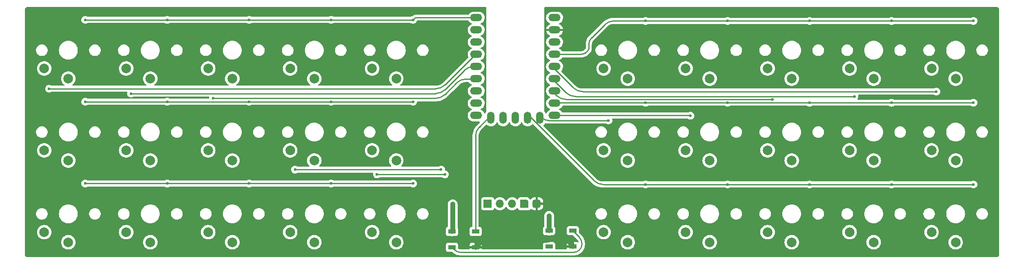
<source format=gtl>
%TF.GenerationSoftware,KiCad,Pcbnew,7.0.2*%
%TF.CreationDate,2023-06-15T14:07:21-05:00*%
%TF.ProjectId,Capsule,43617073-756c-4652-9e6b-696361645f70,1.0*%
%TF.SameCoordinates,Original*%
%TF.FileFunction,Copper,L1,Top*%
%TF.FilePolarity,Positive*%
%FSLAX46Y46*%
G04 Gerber Fmt 4.6, Leading zero omitted, Abs format (unit mm)*
G04 Created by KiCad (PCBNEW 7.0.2) date 2023-06-15 14:07:21*
%MOMM*%
%LPD*%
G01*
G04 APERTURE LIST*
G04 Aperture macros list*
%AMRoundRect*
0 Rectangle with rounded corners*
0 $1 Rounding radius*
0 $2 $3 $4 $5 $6 $7 $8 $9 X,Y pos of 4 corners*
0 Add a 4 corners polygon primitive as box body*
4,1,4,$2,$3,$4,$5,$6,$7,$8,$9,$2,$3,0*
0 Add four circle primitives for the rounded corners*
1,1,$1+$1,$2,$3*
1,1,$1+$1,$4,$5*
1,1,$1+$1,$6,$7*
1,1,$1+$1,$8,$9*
0 Add four rect primitives between the rounded corners*
20,1,$1+$1,$2,$3,$4,$5,0*
20,1,$1+$1,$4,$5,$6,$7,0*
20,1,$1+$1,$6,$7,$8,$9,0*
20,1,$1+$1,$8,$9,$2,$3,0*%
%AMOutline5P*
0 Free polygon, 5 corners , with rotation*
0 The origin of the aperture is its center*
0 number of corners: always 5*
0 $1 to $10 corner X, Y*
0 $11 Rotation angle, in degrees counterclockwise*
0 create outline with 5 corners*
4,1,5,$1,$2,$3,$4,$5,$6,$7,$8,$9,$10,$1,$2,$11*%
%AMOutline6P*
0 Free polygon, 6 corners , with rotation*
0 The origin of the aperture is its center*
0 number of corners: always 6*
0 $1 to $12 corner X, Y*
0 $13 Rotation angle, in degrees counterclockwise*
0 create outline with 6 corners*
4,1,6,$1,$2,$3,$4,$5,$6,$7,$8,$9,$10,$11,$12,$1,$2,$13*%
%AMOutline7P*
0 Free polygon, 7 corners , with rotation*
0 The origin of the aperture is its center*
0 number of corners: always 7*
0 $1 to $14 corner X, Y*
0 $15 Rotation angle, in degrees counterclockwise*
0 create outline with 7 corners*
4,1,7,$1,$2,$3,$4,$5,$6,$7,$8,$9,$10,$11,$12,$13,$14,$1,$2,$15*%
%AMOutline8P*
0 Free polygon, 8 corners , with rotation*
0 The origin of the aperture is its center*
0 number of corners: always 8*
0 $1 to $16 corner X, Y*
0 $17 Rotation angle, in degrees counterclockwise*
0 create outline with 8 corners*
4,1,8,$1,$2,$3,$4,$5,$6,$7,$8,$9,$10,$11,$12,$13,$14,$15,$16,$1,$2,$17*%
G04 Aperture macros list end*
%TA.AperFunction,ComponentPad*%
%ADD10C,2.000000*%
%TD*%
%TA.AperFunction,ComponentPad*%
%ADD11RoundRect,0.425000X-0.425000X0.425000X-0.425000X-0.425000X0.425000X-0.425000X0.425000X0.425000X0*%
%TD*%
%TA.AperFunction,ComponentPad*%
%ADD12Outline5P,-0.850000X0.510000X-0.510000X0.850000X0.850000X0.850000X0.850000X-0.850000X-0.850000X-0.850000X270.000000*%
%TD*%
%TA.AperFunction,ComponentPad*%
%ADD13O,1.700000X1.700000*%
%TD*%
%TA.AperFunction,ComponentPad*%
%ADD14R,1.700000X1.700000*%
%TD*%
%TA.AperFunction,SMDPad,CuDef*%
%ADD15R,1.500000X0.900000*%
%TD*%
%TA.AperFunction,ComponentPad*%
%ADD16C,0.600000*%
%TD*%
%TA.AperFunction,ComponentPad*%
%ADD17O,2.500000X1.500000*%
%TD*%
%TA.AperFunction,ComponentPad*%
%ADD18O,1.500000X2.500000*%
%TD*%
%TA.AperFunction,ViaPad*%
%ADD19C,0.600000*%
%TD*%
%TA.AperFunction,Conductor*%
%ADD20C,0.254000*%
%TD*%
%TA.AperFunction,Conductor*%
%ADD21C,1.000000*%
%TD*%
G04 APERTURE END LIST*
D10*
%TO.P,SW15,1*%
%TO.N,Net-(D15-Pad2)*%
X100500000Y-51500000D03*
%TO.P,SW15,2*%
%TO.N,COL4*%
X95500000Y-49400000D03*
%TD*%
%TO.P,SW19,1*%
%TO.N,Net-(D19-Pad2)*%
X199500000Y-51500000D03*
%TO.P,SW19,2*%
%TO.N,COL8*%
X194500000Y-49400000D03*
%TD*%
D11*
%TO.P,Connector1,1,GND*%
%TO.N,GND*%
X129620000Y-60500000D03*
D12*
%TO.P,Connector1,2,0*%
%TO.N,unconnected-(Connector1-0-Pad2)*%
X127080000Y-60500000D03*
D13*
%TO.P,Connector1,3,SCL*%
%TO.N,SCL*%
X124540000Y-60500000D03*
%TO.P,Connector1,4,SDA*%
%TO.N,SDA*%
X122000000Y-60500000D03*
D14*
%TO.P,Connector1,5,VCC*%
%TO.N,VCC*%
X119460000Y-60500000D03*
%TD*%
D10*
%TO.P,SW11,1*%
%TO.N,Net-(D11-Pad2)*%
X32500000Y-51500000D03*
%TO.P,SW11,2*%
%TO.N,COL0*%
X27500000Y-49400000D03*
%TD*%
%TO.P,SW10,1*%
%TO.N,Net-(D10-Pad2)*%
X216500000Y-34500000D03*
%TO.P,SW10,2*%
%TO.N,COL9*%
X211500000Y-32400000D03*
%TD*%
%TO.P,SW22,1*%
%TO.N,Net-(D22-Pad2)*%
X49500000Y-68500000D03*
%TO.P,SW22,2*%
%TO.N,COL1*%
X44500000Y-66400000D03*
%TD*%
%TO.P,SW17,1*%
%TO.N,Net-(D17-Pad2)*%
X165500000Y-51500000D03*
%TO.P,SW17,2*%
%TO.N,COL6*%
X160500000Y-49400000D03*
%TD*%
%TO.P,SW16,1*%
%TO.N,Net-(D16-Pad2)*%
X148500000Y-51500000D03*
%TO.P,SW16,2*%
%TO.N,COL5*%
X143500000Y-49400000D03*
%TD*%
%TO.P,SW24,1*%
%TO.N,Net-(D24-Pad2)*%
X83500000Y-68500000D03*
%TO.P,SW24,2*%
%TO.N,COL3*%
X78500000Y-66400000D03*
%TD*%
%TO.P,SW29,1*%
%TO.N,Net-(D29-Pad2)*%
X199500000Y-68500000D03*
%TO.P,SW29,2*%
%TO.N,COL8*%
X194500000Y-66400000D03*
%TD*%
%TO.P,SW14,1*%
%TO.N,Net-(D14-Pad2)*%
X83500000Y-51500000D03*
%TO.P,SW14,2*%
%TO.N,COL3*%
X78500000Y-49400000D03*
%TD*%
%TO.P,SW5,1*%
%TO.N,Net-(D5-Pad2)*%
X100500000Y-34500000D03*
%TO.P,SW5,2*%
%TO.N,COL4*%
X95500000Y-32400000D03*
%TD*%
%TO.P,SW27,1*%
%TO.N,Net-(D27-Pad2)*%
X165500000Y-68500000D03*
%TO.P,SW27,2*%
%TO.N,COL6*%
X160500000Y-66400000D03*
%TD*%
%TO.P,SW1,1*%
%TO.N,Net-(D1-Pad2)*%
X32500000Y-34500000D03*
%TO.P,SW1,2*%
%TO.N,COL0*%
X27500000Y-32400000D03*
%TD*%
%TO.P,SW28,1*%
%TO.N,Net-(D28-Pad2)*%
X182500000Y-68500000D03*
%TO.P,SW28,2*%
%TO.N,COL7*%
X177500000Y-66400000D03*
%TD*%
%TO.P,SW21,1*%
%TO.N,Net-(D21-Pad2)*%
X32500000Y-68500000D03*
%TO.P,SW21,2*%
%TO.N,COL0*%
X27500000Y-66400000D03*
%TD*%
%TO.P,SW26,1*%
%TO.N,Net-(D26-Pad2)*%
X148500000Y-68500000D03*
%TO.P,SW26,2*%
%TO.N,COL5*%
X143500000Y-66400000D03*
%TD*%
%TO.P,SW20,1*%
%TO.N,Net-(D20-Pad2)*%
X216500000Y-51500000D03*
%TO.P,SW20,2*%
%TO.N,COL9*%
X211500000Y-49400000D03*
%TD*%
%TO.P,SW25,1*%
%TO.N,Net-(D25-Pad2)*%
X100500000Y-68500000D03*
%TO.P,SW25,2*%
%TO.N,COL4*%
X95500000Y-66400000D03*
%TD*%
%TO.P,SW3,1*%
%TO.N,Net-(D3-Pad2)*%
X66500000Y-34500000D03*
%TO.P,SW3,2*%
%TO.N,COL2*%
X61500000Y-32400000D03*
%TD*%
%TO.P,SW12,1*%
%TO.N,Net-(D12-Pad2)*%
X49500000Y-51500000D03*
%TO.P,SW12,2*%
%TO.N,COL1*%
X44500000Y-49400000D03*
%TD*%
%TO.P,SW4,1*%
%TO.N,Net-(D4-Pad2)*%
X83500000Y-34500000D03*
%TO.P,SW4,2*%
%TO.N,COL3*%
X78500000Y-32400000D03*
%TD*%
%TO.P,SW18,1*%
%TO.N,Net-(D18-Pad2)*%
X182500000Y-51500000D03*
%TO.P,SW18,2*%
%TO.N,COL7*%
X177500000Y-49400000D03*
%TD*%
%TO.P,SW23,1*%
%TO.N,Net-(D23-Pad2)*%
X66500000Y-68500000D03*
%TO.P,SW23,2*%
%TO.N,COL2*%
X61500000Y-66400000D03*
%TD*%
%TO.P,SW30,1*%
%TO.N,Net-(D30-Pad2)*%
X216500000Y-68500000D03*
%TO.P,SW30,2*%
%TO.N,COL9*%
X211500000Y-66400000D03*
%TD*%
%TO.P,SW2,1*%
%TO.N,Net-(D2-Pad2)*%
X49500000Y-34500000D03*
%TO.P,SW2,2*%
%TO.N,COL1*%
X44500000Y-32400000D03*
%TD*%
%TO.P,SW8,1*%
%TO.N,Net-(D8-Pad2)*%
X182500000Y-34500000D03*
%TO.P,SW8,2*%
%TO.N,COL7*%
X177500000Y-32400000D03*
%TD*%
%TO.P,SW13,1*%
%TO.N,Net-(D13-Pad2)*%
X66500000Y-51500000D03*
%TO.P,SW13,2*%
%TO.N,COL2*%
X61500000Y-49400000D03*
%TD*%
D15*
%TO.P,LED02,1,VDD*%
%TO.N,VCC*%
X132200000Y-66100000D03*
%TO.P,LED02,2,DOUT*%
%TO.N,unconnected-(LED02-DOUT-Pad2)*%
X132200000Y-69400000D03*
%TO.P,LED02,3,VSS*%
%TO.N,GND*%
X137100000Y-69400000D03*
%TO.P,LED02,4,DIN*%
%TO.N,Net-(LED01-DOUT)*%
X137100000Y-66100000D03*
%TD*%
%TO.P,LED01,1,VDD*%
%TO.N,VCC*%
X112050000Y-66250000D03*
%TO.P,LED01,2,DOUT*%
%TO.N,Net-(LED01-DOUT)*%
X112050000Y-69550000D03*
%TO.P,LED01,3,VSS*%
%TO.N,GND*%
X116950000Y-69550000D03*
%TO.P,LED01,4,DIN*%
%TO.N,RGB*%
X116950000Y-66250000D03*
%TD*%
D10*
%TO.P,SW6,1*%
%TO.N,Net-(D6-Pad2)*%
X148500000Y-34500000D03*
%TO.P,SW6,2*%
%TO.N,COL5*%
X143500000Y-32400000D03*
%TD*%
%TO.P,SW7,1*%
%TO.N,Net-(D7-Pad2)*%
X165500000Y-34500000D03*
%TO.P,SW7,2*%
%TO.N,COL6*%
X160500000Y-32400000D03*
%TD*%
%TO.P,SW9,1*%
%TO.N,Net-(D9-Pad2)*%
X199500000Y-34500000D03*
%TO.P,SW9,2*%
%TO.N,COL8*%
X194500000Y-32400000D03*
%TD*%
D16*
%TO.P,D19,1*%
%TO.N,ROW4*%
X203200000Y-39500000D03*
%TD*%
%TO.P,D15,1*%
%TO.N,ROW1*%
X104000000Y-39300000D03*
%TD*%
%TO.P,D13,1*%
%TO.N,ROW1*%
X70000000Y-39300000D03*
%TD*%
%TO.P,D22,1*%
%TO.N,ROW2*%
X53000000Y-56300000D03*
%TD*%
D17*
%TO.P,U1,1,0*%
%TO.N,ROW0*%
X117080000Y-21840000D03*
%TO.P,U1,2,1*%
%TO.N,ROW1*%
X117080000Y-24380000D03*
%TO.P,U1,3,2*%
%TO.N,ROW2*%
X117080000Y-26920000D03*
%TO.P,U1,4,3*%
%TO.N,COL0*%
X117080000Y-29460000D03*
%TO.P,U1,5,4*%
%TO.N,COL1*%
X117080000Y-32000000D03*
%TO.P,U1,6,5*%
%TO.N,COL2*%
X117080000Y-34540000D03*
%TO.P,U1,7,6*%
%TO.N,COL3*%
X117080000Y-37080000D03*
%TO.P,U1,8,7*%
%TO.N,COL4*%
X117080000Y-39620000D03*
%TO.P,U1,9,8*%
%TO.N,unconnected-(U1-8-Pad9)*%
X117080000Y-42160000D03*
D18*
%TO.P,U1,10,9*%
%TO.N,RGB*%
X120120000Y-42660000D03*
%TO.P,U1,11,10*%
%TO.N,SDA*%
X122660000Y-42660000D03*
%TO.P,U1,12,11*%
%TO.N,SCL*%
X125200000Y-42660000D03*
%TO.P,U1,13,12*%
%TO.N,ROW5*%
X127740000Y-42660000D03*
%TO.P,U1,14,13*%
%TO.N,COL5*%
X130280000Y-42660000D03*
D17*
%TO.P,U1,15,14*%
%TO.N,COL6*%
X133320000Y-42160000D03*
%TO.P,U1,16,15*%
%TO.N,ROW4*%
X133320000Y-39620000D03*
%TO.P,U1,17,26*%
%TO.N,COL7*%
X133320000Y-37080000D03*
%TO.P,U1,18,27*%
%TO.N,COL8*%
X133320000Y-34540000D03*
%TO.P,U1,19,28*%
%TO.N,COL9*%
X133320000Y-32000000D03*
%TO.P,U1,20,29*%
%TO.N,ROW3*%
X133320000Y-29460000D03*
%TO.P,U1,21,3V3*%
%TO.N,unconnected-(U1-3V3-Pad21)*%
X133320000Y-26920000D03*
%TO.P,U1,22,GND*%
%TO.N,GND*%
X133320000Y-24380000D03*
%TO.P,U1,23,5V*%
%TO.N,VCC*%
X133320000Y-21840000D03*
%TD*%
D16*
%TO.P,D27,1*%
%TO.N,ROW5*%
X169200000Y-56500000D03*
%TD*%
%TO.P,D16,1*%
%TO.N,ROW4*%
X152200000Y-39500000D03*
%TD*%
%TO.P,D6,1*%
%TO.N,ROW3*%
X152200000Y-22500000D03*
%TD*%
%TO.P,D11,1*%
%TO.N,ROW1*%
X36000000Y-39300000D03*
%TD*%
%TO.P,D26,1*%
%TO.N,ROW5*%
X152200000Y-56500000D03*
%TD*%
%TO.P,D23,1*%
%TO.N,ROW2*%
X70000000Y-56300000D03*
%TD*%
%TO.P,D12,1*%
%TO.N,ROW1*%
X53000000Y-39300000D03*
%TD*%
%TO.P,D2,1*%
%TO.N,ROW0*%
X53000000Y-22300000D03*
%TD*%
%TO.P,D17,1*%
%TO.N,ROW4*%
X169200000Y-39500000D03*
%TD*%
%TO.P,D3,1*%
%TO.N,ROW0*%
X70000000Y-22300000D03*
%TD*%
%TO.P,D29,1*%
%TO.N,ROW5*%
X203200000Y-56500000D03*
%TD*%
%TO.P,D20,1*%
%TO.N,ROW4*%
X220200000Y-39500000D03*
%TD*%
%TO.P,D18,1*%
%TO.N,ROW4*%
X186200000Y-39500000D03*
%TD*%
%TO.P,D14,1*%
%TO.N,ROW1*%
X87000000Y-39300000D03*
%TD*%
%TO.P,D5,1*%
%TO.N,ROW0*%
X104000000Y-22300000D03*
%TD*%
%TO.P,D1,1*%
%TO.N,ROW0*%
X36000000Y-22300000D03*
%TD*%
%TO.P,D30,1*%
%TO.N,ROW5*%
X220200000Y-56500000D03*
%TD*%
%TO.P,D21,1*%
%TO.N,ROW2*%
X36000000Y-56300000D03*
%TD*%
%TO.P,D25,1*%
%TO.N,ROW2*%
X104000000Y-56300000D03*
%TD*%
%TO.P,D8,1*%
%TO.N,ROW3*%
X186200000Y-22500000D03*
%TD*%
%TO.P,D28,1*%
%TO.N,ROW5*%
X186200000Y-56500000D03*
%TD*%
%TO.P,D24,1*%
%TO.N,ROW2*%
X87000000Y-56300000D03*
%TD*%
%TO.P,D7,1*%
%TO.N,ROW3*%
X169200000Y-22500000D03*
%TD*%
%TO.P,D10,1*%
%TO.N,ROW3*%
X220200000Y-22500000D03*
%TD*%
%TO.P,D9,1*%
%TO.N,ROW3*%
X203200000Y-22500000D03*
%TD*%
%TO.P,D4,1*%
%TO.N,ROW0*%
X87000000Y-22300000D03*
%TD*%
D19*
%TO.N,COL0*%
X28500000Y-36600000D03*
%TO.N,COL1*%
X45500000Y-37600000D03*
%TO.N,COL2*%
X62500000Y-38600000D03*
%TO.N,COL3*%
X79500000Y-53400000D03*
X109800000Y-53400000D03*
%TO.N,COL4*%
X96500000Y-54400000D03*
X110600000Y-54400000D03*
%TO.N,COL5*%
X144500000Y-43200000D03*
%TO.N,COL6*%
X161500000Y-42200000D03*
%TO.N,COL7*%
X178500000Y-38826500D03*
%TO.N,COL8*%
X195500000Y-38200000D03*
%TO.N,COL9*%
X212500000Y-37200000D03*
%TO.N,VCC*%
X132200000Y-63000000D03*
X112200000Y-60600000D03*
%TO.N,GND*%
X134400000Y-60500000D03*
%TD*%
D20*
%TO.N,ROW0*%
X117590000Y-21810000D02*
X117587071Y-21812928D01*
X117585857Y-21800000D02*
X104853553Y-21800000D01*
X103823223Y-22300000D02*
X36000000Y-22300000D01*
X104250000Y-22050000D02*
X104125000Y-22175000D01*
X117580000Y-21830000D02*
X117580000Y-21840000D01*
X104853553Y-21800023D02*
G75*
G03*
X104250001Y-22050001I-53J-853477D01*
G01*
X117587080Y-21812937D02*
G75*
G03*
X117580000Y-21830000I17020J-17063D01*
G01*
X103823223Y-22300009D02*
G75*
G03*
X104125000Y-22175000I-23J426809D01*
G01*
X117590072Y-21810072D02*
G75*
G03*
X117585857Y-21800000I-4172J4172D01*
G01*
%TO.N,ROW1*%
X104000000Y-39300000D02*
X36000000Y-39300000D01*
%TO.N,ROW2*%
X103929289Y-56300000D02*
X36000000Y-56300000D01*
X103950018Y-56350018D02*
G75*
G03*
X103929289Y-56300000I-20718J20718D01*
G01*
%TO.N,COL0*%
X110596896Y-35803103D02*
X116864644Y-29535355D01*
X117020000Y-29480000D02*
X117040000Y-29460000D01*
X116971715Y-29500000D02*
X116950000Y-29500000D01*
X28500000Y-36600000D02*
X108673018Y-36600000D01*
X108673018Y-36600004D02*
G75*
G03*
X110596895Y-35803102I-18J2720804D01*
G01*
X116950000Y-29499997D02*
G75*
G03*
X116864645Y-29535356I0J-120703D01*
G01*
X116971715Y-29500006D02*
G75*
G03*
X117020000Y-29480000I-15J68306D01*
G01*
%TO.N,COL1*%
X116490000Y-32000000D02*
X117580000Y-32000000D01*
X110596896Y-36803103D02*
X114629253Y-32770746D01*
X108673018Y-37600000D02*
X45500000Y-37600000D01*
X116490000Y-32000002D02*
G75*
G03*
X114629253Y-32770746I0J-2631498D01*
G01*
X108673018Y-37600004D02*
G75*
G03*
X110596895Y-36803102I-18J2720804D01*
G01*
%TO.N,COL2*%
X108673018Y-38600000D02*
X62500000Y-38600000D01*
X114946981Y-34580000D02*
X117511715Y-34580000D01*
X117560000Y-34560000D02*
X117580000Y-34540000D01*
X110596896Y-37803103D02*
X113023103Y-35376896D01*
X114946981Y-34579994D02*
G75*
G03*
X113023103Y-35376896I19J-2720806D01*
G01*
X117511715Y-34580006D02*
G75*
G03*
X117560000Y-34560000I-15J68306D01*
G01*
X108673018Y-38600004D02*
G75*
G03*
X110596895Y-37803102I-18J2720804D01*
G01*
%TO.N,COL3*%
X79500000Y-53400000D02*
X109800000Y-53400000D01*
%TO.N,COL4*%
X110600000Y-54400000D02*
X96500000Y-54400000D01*
%TO.N,COL5*%
X132055391Y-43200000D02*
X144500000Y-43200000D01*
X130800000Y-42680000D02*
X130280000Y-42160000D01*
X130800003Y-42679997D02*
G75*
G03*
X132055391Y-43200000I1255397J1255397D01*
G01*
%TO.N,COL6*%
X161480000Y-42180000D02*
X161500000Y-42200000D01*
X161431715Y-42160000D02*
X132915153Y-42160000D01*
X161479995Y-42180005D02*
G75*
G03*
X161431715Y-42160000I-48295J-48295D01*
G01*
%TO.N,COL7*%
X133769603Y-38029603D02*
X132850000Y-37110000D01*
X178500000Y-38826500D02*
X135693481Y-38826500D01*
X133769607Y-38029599D02*
G75*
G03*
X135693481Y-38826500I1923893J1923899D01*
G01*
%TO.N,COL8*%
X195500000Y-38200000D02*
X137606981Y-38200000D01*
X135683103Y-37403103D02*
X132820000Y-34540000D01*
X135683107Y-37403099D02*
G75*
G03*
X137606981Y-38200000I1923893J1923899D01*
G01*
%TO.N,COL9*%
X137223103Y-36403103D02*
X132820000Y-32000000D01*
X212500000Y-37200000D02*
X139146981Y-37200000D01*
X137223107Y-36403099D02*
G75*
G03*
X139146981Y-37200000I1923893J1923899D01*
G01*
%TO.N,ROW3*%
X139737488Y-29142778D02*
X140285012Y-28595253D01*
X138761177Y-29460000D02*
X132820000Y-29460000D01*
X140414375Y-27446913D02*
X140414375Y-28298683D01*
X143712622Y-23296896D02*
X141016666Y-25992852D01*
X145636500Y-22500000D02*
X220200000Y-22500000D01*
X140284991Y-28595232D02*
G75*
G03*
X140414375Y-28282945I-312291J312332D01*
G01*
X138761177Y-29459969D02*
G75*
G03*
X139737488Y-29142778I-7777J1685069D01*
G01*
X141016666Y-25992852D02*
G75*
G03*
X140414375Y-27446913I1454034J-1454048D01*
G01*
X145636500Y-22500008D02*
G75*
G03*
X143712623Y-23296897I0J-2720792D01*
G01*
%TO.N,ROW4*%
X152200000Y-39500000D02*
X133024852Y-39500000D01*
X152200000Y-39500000D02*
X220200000Y-39500000D01*
%TO.N,ROW5*%
X152200000Y-56500000D02*
X143426981Y-56500000D01*
X127850000Y-42160000D02*
X127740000Y-42160000D01*
X152200000Y-56500000D02*
X220200000Y-56500000D01*
X128037781Y-42237781D02*
X141503103Y-55703103D01*
X141503107Y-55703099D02*
G75*
G03*
X143426981Y-56500000I1923893J1923899D01*
G01*
X128037789Y-42237773D02*
G75*
G03*
X127850000Y-42160000I-187789J-187827D01*
G01*
D21*
%TO.N,VCC*%
X112200000Y-60600000D02*
X112200000Y-65993933D01*
X132200000Y-63000000D02*
X132200000Y-66100000D01*
X112125000Y-66175000D02*
X112050000Y-66250000D01*
X112124990Y-66174990D02*
G75*
G03*
X112200000Y-65993933I-181090J181090D01*
G01*
%TO.N,GND*%
X119425304Y-68100000D02*
X131668629Y-68100000D01*
X137029289Y-69129289D02*
X135200000Y-67300000D01*
X134400000Y-60500000D02*
X134400000Y-65368629D01*
X117675000Y-68825000D02*
X116950000Y-69550000D01*
X137100000Y-69300000D02*
X137100000Y-69400000D01*
X133599991Y-67299991D02*
G75*
G03*
X134400000Y-65368629I-1931391J1931391D01*
G01*
X135200000Y-67300000D02*
G75*
G03*
X133600000Y-67300000I-800000J-799999D01*
G01*
X119425304Y-68100003D02*
G75*
G03*
X117675001Y-68825001I-4J-2475297D01*
G01*
X131668629Y-68100012D02*
G75*
G03*
X133600000Y-67300000I-29J2731412D01*
G01*
X137100006Y-69300000D02*
G75*
G03*
X137029289Y-69129289I-241406J0D01*
G01*
X134399988Y-65368629D02*
G75*
G03*
X135200000Y-67300000I2731412J29D01*
G01*
D20*
%TO.N,RGB*%
X117746896Y-44533103D02*
X120120000Y-42160000D01*
X116950000Y-46456981D02*
X116950000Y-66250000D01*
X117746900Y-44533107D02*
G75*
G03*
X116950000Y-46456981I1923900J-1923893D01*
G01*
%TO.N,Net-(LED01-DOUT)*%
X112575000Y-70075000D02*
X112050000Y-69550000D01*
X138434314Y-67434314D02*
X137100000Y-66100000D01*
X113842462Y-70600000D02*
X137292893Y-70600000D01*
X139000000Y-68892893D02*
X139000000Y-68800000D01*
X112575011Y-70074989D02*
G75*
G03*
X113842462Y-70600000I1267489J1267489D01*
G01*
X138500002Y-70100002D02*
G75*
G03*
X139000000Y-68892893I-1207102J1207102D01*
G01*
X138999991Y-68800000D02*
G75*
G03*
X138434314Y-67434314I-1931391J0D01*
G01*
X137292893Y-70599997D02*
G75*
G03*
X138500000Y-70100000I7J1707097D01*
G01*
%TD*%
%TA.AperFunction,Conductor*%
%TO.N,GND*%
G36*
X119011980Y-19612883D02*
G01*
X119048328Y-19620113D01*
X119093021Y-19638623D01*
X119113492Y-19652302D01*
X119147697Y-19686507D01*
X119161374Y-19706976D01*
X119179886Y-19751668D01*
X119187117Y-19788019D01*
X119189500Y-19812210D01*
X119189500Y-41223254D01*
X119188633Y-41227613D01*
X119188637Y-41274663D01*
X119185167Y-41274663D01*
X119187840Y-41299543D01*
X119159194Y-41359097D01*
X119104235Y-41422002D01*
X118988785Y-41615234D01*
X118968085Y-41670389D01*
X118926099Y-41726236D01*
X118860584Y-41750519D01*
X118792342Y-41735527D01*
X118743038Y-41686020D01*
X118735248Y-41667896D01*
X118734518Y-41666539D01*
X118734517Y-41666536D01*
X118627852Y-41468319D01*
X118487508Y-41292334D01*
X118317996Y-41144235D01*
X118317993Y-41144233D01*
X118124764Y-41028784D01*
X118065898Y-41006692D01*
X118010050Y-40964707D01*
X117985767Y-40899193D01*
X118000758Y-40830950D01*
X118050264Y-40781646D01*
X118055610Y-40778907D01*
X118223973Y-40697829D01*
X118406078Y-40565522D01*
X118561632Y-40402825D01*
X118685635Y-40214968D01*
X118774103Y-40007988D01*
X118824191Y-39788537D01*
X118834290Y-39563670D01*
X118804075Y-39340613D01*
X118734517Y-39126536D01*
X118627852Y-38928319D01*
X118490456Y-38756031D01*
X118487509Y-38752335D01*
X118444355Y-38714632D01*
X118317996Y-38604235D01*
X118267746Y-38574212D01*
X118124764Y-38488784D01*
X118065898Y-38466692D01*
X118010050Y-38424707D01*
X117985767Y-38359193D01*
X118000758Y-38290950D01*
X118050264Y-38241646D01*
X118055610Y-38238907D01*
X118223973Y-38157829D01*
X118406078Y-38025522D01*
X118561632Y-37862825D01*
X118685635Y-37674968D01*
X118774103Y-37467988D01*
X118824191Y-37248537D01*
X118834290Y-37023670D01*
X118804075Y-36800613D01*
X118734517Y-36586536D01*
X118627852Y-36388319D01*
X118487508Y-36212334D01*
X118317996Y-36064235D01*
X118317993Y-36064233D01*
X118124764Y-35948784D01*
X118065898Y-35926692D01*
X118010050Y-35884707D01*
X117985767Y-35819193D01*
X118000758Y-35750950D01*
X118050264Y-35701646D01*
X118055610Y-35698907D01*
X118223973Y-35617829D01*
X118406078Y-35485522D01*
X118561632Y-35322825D01*
X118685635Y-35134968D01*
X118774103Y-34927988D01*
X118824191Y-34708537D01*
X118834290Y-34483670D01*
X118804075Y-34260613D01*
X118734517Y-34046536D01*
X118627852Y-33848319D01*
X118487508Y-33672334D01*
X118317996Y-33524235D01*
X118290388Y-33507740D01*
X118124764Y-33408784D01*
X118065898Y-33386692D01*
X118010050Y-33344707D01*
X117985767Y-33279193D01*
X118000758Y-33210950D01*
X118050264Y-33161646D01*
X118055610Y-33158907D01*
X118223973Y-33077829D01*
X118406078Y-32945522D01*
X118561632Y-32782825D01*
X118685635Y-32594968D01*
X118774103Y-32387988D01*
X118824191Y-32168537D01*
X118834290Y-31943670D01*
X118804075Y-31720613D01*
X118734517Y-31506536D01*
X118627852Y-31308319D01*
X118493246Y-31139529D01*
X118487509Y-31132335D01*
X118398395Y-31054478D01*
X118317996Y-30984235D01*
X118244677Y-30940429D01*
X118124764Y-30868784D01*
X118065898Y-30846692D01*
X118010050Y-30804707D01*
X117985767Y-30739193D01*
X118000758Y-30670950D01*
X118050264Y-30621646D01*
X118055610Y-30618907D01*
X118223973Y-30537829D01*
X118406078Y-30405522D01*
X118561632Y-30242825D01*
X118685635Y-30054968D01*
X118774103Y-29847988D01*
X118824191Y-29628537D01*
X118834290Y-29403670D01*
X118804075Y-29180613D01*
X118734517Y-28966536D01*
X118627852Y-28768319D01*
X118507737Y-28617701D01*
X118487509Y-28592335D01*
X118398395Y-28514478D01*
X118317996Y-28444235D01*
X118317993Y-28444233D01*
X118124764Y-28328784D01*
X118065898Y-28306692D01*
X118010050Y-28264707D01*
X117985767Y-28199193D01*
X118000758Y-28130950D01*
X118050264Y-28081646D01*
X118055610Y-28078907D01*
X118223973Y-27997829D01*
X118406078Y-27865522D01*
X118561632Y-27702825D01*
X118685635Y-27514968D01*
X118774103Y-27307988D01*
X118824191Y-27088537D01*
X118834290Y-26863670D01*
X118804075Y-26640613D01*
X118734517Y-26426536D01*
X118627852Y-26228319D01*
X118487508Y-26052334D01*
X118317996Y-25904235D01*
X118317993Y-25904233D01*
X118124764Y-25788784D01*
X118065898Y-25766692D01*
X118010050Y-25724707D01*
X117985767Y-25659193D01*
X118000758Y-25590950D01*
X118050264Y-25541646D01*
X118055610Y-25538907D01*
X118223973Y-25457829D01*
X118406078Y-25325522D01*
X118561632Y-25162825D01*
X118685635Y-24974968D01*
X118774103Y-24767988D01*
X118824191Y-24548537D01*
X118834290Y-24323670D01*
X118804075Y-24100613D01*
X118734517Y-23886536D01*
X118627852Y-23688319D01*
X118487508Y-23512334D01*
X118317996Y-23364235D01*
X118274374Y-23338172D01*
X118124764Y-23248784D01*
X118065898Y-23226692D01*
X118010050Y-23184707D01*
X117985767Y-23119193D01*
X118000758Y-23050950D01*
X118050264Y-23001646D01*
X118055610Y-22998907D01*
X118223973Y-22917829D01*
X118406078Y-22785522D01*
X118561632Y-22622825D01*
X118685635Y-22434968D01*
X118774103Y-22227988D01*
X118824191Y-22008537D01*
X118834290Y-21783670D01*
X118804075Y-21560613D01*
X118734517Y-21346536D01*
X118627852Y-21148319D01*
X118487508Y-20972334D01*
X118317996Y-20824235D01*
X118317993Y-20824233D01*
X118124762Y-20708783D01*
X117914025Y-20629693D01*
X117692547Y-20589500D01*
X116523845Y-20589500D01*
X116521097Y-20589747D01*
X116521081Y-20589748D01*
X116355809Y-20604623D01*
X116138828Y-20664507D01*
X115936027Y-20762170D01*
X115753925Y-20894475D01*
X115598365Y-21057178D01*
X115559003Y-21116811D01*
X115505644Y-21161916D01*
X115455516Y-21172500D01*
X104814077Y-21172500D01*
X104813976Y-21172512D01*
X104813745Y-21172519D01*
X104760577Y-21172517D01*
X104760573Y-21172517D01*
X104756516Y-21172517D01*
X104752502Y-21173045D01*
X104752490Y-21173046D01*
X104568042Y-21197320D01*
X104568038Y-21197320D01*
X104564024Y-21197849D01*
X104560109Y-21198897D01*
X104560108Y-21198898D01*
X104380411Y-21247040D01*
X104380408Y-21247040D01*
X104376485Y-21248092D01*
X104372737Y-21249644D01*
X104372732Y-21249646D01*
X104200861Y-21320830D01*
X104200848Y-21320836D01*
X104197109Y-21322385D01*
X104193596Y-21324412D01*
X104193586Y-21324418D01*
X104032487Y-21417424D01*
X104032477Y-21417430D01*
X104028967Y-21419457D01*
X104025754Y-21421921D01*
X104025735Y-21421935D01*
X103946764Y-21482530D01*
X103885164Y-21507373D01*
X103820749Y-21514631D01*
X103820746Y-21514631D01*
X103820745Y-21514632D01*
X103650478Y-21574211D01*
X103650476Y-21574211D01*
X103650476Y-21574212D01*
X103524300Y-21653494D01*
X103458328Y-21672500D01*
X87541672Y-21672500D01*
X87475700Y-21653494D01*
X87349522Y-21574211D01*
X87179255Y-21514632D01*
X87179253Y-21514631D01*
X87179251Y-21514631D01*
X87000000Y-21494434D01*
X86820748Y-21514631D01*
X86820745Y-21514631D01*
X86820745Y-21514632D01*
X86650478Y-21574211D01*
X86650476Y-21574211D01*
X86650476Y-21574212D01*
X86524300Y-21653494D01*
X86458328Y-21672500D01*
X70541672Y-21672500D01*
X70475700Y-21653494D01*
X70349522Y-21574211D01*
X70179255Y-21514632D01*
X70179253Y-21514631D01*
X70179251Y-21514631D01*
X70000000Y-21494434D01*
X69820748Y-21514631D01*
X69820745Y-21514631D01*
X69820745Y-21514632D01*
X69650478Y-21574211D01*
X69650476Y-21574211D01*
X69650476Y-21574212D01*
X69524300Y-21653494D01*
X69458328Y-21672500D01*
X53541672Y-21672500D01*
X53475700Y-21653494D01*
X53349522Y-21574211D01*
X53179255Y-21514632D01*
X53179253Y-21514631D01*
X53179251Y-21514631D01*
X53000000Y-21494434D01*
X52820748Y-21514631D01*
X52820745Y-21514631D01*
X52820745Y-21514632D01*
X52650478Y-21574211D01*
X52650476Y-21574211D01*
X52650476Y-21574212D01*
X52524300Y-21653494D01*
X52458328Y-21672500D01*
X36541672Y-21672500D01*
X36475700Y-21653494D01*
X36349522Y-21574211D01*
X36179255Y-21514632D01*
X36179253Y-21514631D01*
X36179251Y-21514631D01*
X36000000Y-21494434D01*
X35820748Y-21514631D01*
X35820745Y-21514631D01*
X35820745Y-21514632D01*
X35650478Y-21574211D01*
X35650476Y-21574211D01*
X35650476Y-21574212D01*
X35497735Y-21670185D01*
X35370185Y-21797735D01*
X35274212Y-21950476D01*
X35274211Y-21950478D01*
X35233931Y-22065592D01*
X35214631Y-22120748D01*
X35194434Y-22300000D01*
X35214631Y-22479251D01*
X35214631Y-22479253D01*
X35214632Y-22479255D01*
X35274211Y-22649522D01*
X35274212Y-22649523D01*
X35370185Y-22802264D01*
X35497735Y-22929814D01*
X35497737Y-22929815D01*
X35497738Y-22929816D01*
X35650478Y-23025789D01*
X35820745Y-23085368D01*
X36000000Y-23105565D01*
X36179255Y-23085368D01*
X36349522Y-23025789D01*
X36475700Y-22946505D01*
X36541672Y-22927500D01*
X52458328Y-22927500D01*
X52524299Y-22946505D01*
X52650478Y-23025789D01*
X52820745Y-23085368D01*
X53000000Y-23105565D01*
X53179255Y-23085368D01*
X53349522Y-23025789D01*
X53475700Y-22946505D01*
X53541672Y-22927500D01*
X69458328Y-22927500D01*
X69524299Y-22946505D01*
X69650478Y-23025789D01*
X69820745Y-23085368D01*
X70000000Y-23105565D01*
X70179255Y-23085368D01*
X70349522Y-23025789D01*
X70475700Y-22946505D01*
X70541672Y-22927500D01*
X86458328Y-22927500D01*
X86524299Y-22946505D01*
X86650478Y-23025789D01*
X86820745Y-23085368D01*
X87000000Y-23105565D01*
X87179255Y-23085368D01*
X87349522Y-23025789D01*
X87475700Y-22946505D01*
X87541672Y-22927500D01*
X103458328Y-22927500D01*
X103524299Y-22946505D01*
X103650478Y-23025789D01*
X103820745Y-23085368D01*
X104000000Y-23105565D01*
X104179255Y-23085368D01*
X104349522Y-23025789D01*
X104502262Y-22929816D01*
X104629816Y-22802262D01*
X104725789Y-22649522D01*
X104774419Y-22510544D01*
X104815139Y-22453772D01*
X104880091Y-22428024D01*
X104891457Y-22427502D01*
X104929706Y-22427505D01*
X104929709Y-22427504D01*
X104944942Y-22427505D01*
X104944991Y-22427500D01*
X115402000Y-22427500D01*
X115469039Y-22447185D01*
X115511192Y-22492739D01*
X115532148Y-22531681D01*
X115604830Y-22622821D01*
X115649831Y-22679251D01*
X115672492Y-22707666D01*
X115842004Y-22855765D01*
X116035236Y-22971215D01*
X116094100Y-22993307D01*
X116149948Y-23035291D01*
X116174232Y-23100805D01*
X116159241Y-23169048D01*
X116109736Y-23218353D01*
X116104331Y-23221120D01*
X115936027Y-23302170D01*
X115753925Y-23434475D01*
X115598365Y-23597178D01*
X115474365Y-23785031D01*
X115385896Y-23992012D01*
X115335809Y-24211462D01*
X115325709Y-24436328D01*
X115355925Y-24659388D01*
X115391211Y-24767988D01*
X115425483Y-24873464D01*
X115532148Y-25071681D01*
X115672492Y-25247666D01*
X115842004Y-25395765D01*
X116035236Y-25511215D01*
X116093301Y-25533007D01*
X116094100Y-25533307D01*
X116149948Y-25575291D01*
X116174232Y-25640805D01*
X116159241Y-25709048D01*
X116109736Y-25758353D01*
X116104331Y-25761120D01*
X115936027Y-25842170D01*
X115753925Y-25974475D01*
X115598365Y-26137178D01*
X115474365Y-26325031D01*
X115385896Y-26532012D01*
X115335809Y-26751462D01*
X115325709Y-26976328D01*
X115355925Y-27199388D01*
X115420945Y-27399500D01*
X115425483Y-27413464D01*
X115532148Y-27611681D01*
X115609773Y-27709019D01*
X115672489Y-27787663D01*
X115672492Y-27787666D01*
X115842004Y-27935765D01*
X116035236Y-28051215D01*
X116065558Y-28062595D01*
X116094100Y-28073307D01*
X116149948Y-28115291D01*
X116174232Y-28180805D01*
X116159241Y-28249048D01*
X116109736Y-28298353D01*
X116104331Y-28301120D01*
X115936027Y-28382170D01*
X115753925Y-28514475D01*
X115598365Y-28677178D01*
X115474365Y-28865031D01*
X115385896Y-29072012D01*
X115335809Y-29291462D01*
X115325709Y-29516328D01*
X115355925Y-29739388D01*
X115370783Y-29785115D01*
X115425483Y-29953464D01*
X115428529Y-29959124D01*
X115442961Y-30027487D01*
X115418143Y-30092800D01*
X115407015Y-30105563D01*
X110155659Y-35356920D01*
X110150605Y-35361699D01*
X109983345Y-35511172D01*
X109972473Y-35519842D01*
X109792384Y-35647620D01*
X109780611Y-35655017D01*
X109587348Y-35761831D01*
X109574819Y-35767865D01*
X109370815Y-35852367D01*
X109357690Y-35856960D01*
X109145501Y-35918091D01*
X109131944Y-35921185D01*
X108914252Y-35958173D01*
X108900435Y-35959730D01*
X108676557Y-35972305D01*
X108669603Y-35972500D01*
X101412297Y-35972500D01*
X101345258Y-35952815D01*
X101299503Y-35900011D01*
X101289559Y-35830853D01*
X101318584Y-35767297D01*
X101336135Y-35750647D01*
X101366558Y-35726967D01*
X101519744Y-35607738D01*
X101688164Y-35424785D01*
X101824173Y-35216607D01*
X101924063Y-34988881D01*
X101985108Y-34747821D01*
X102005643Y-34500000D01*
X101985108Y-34252179D01*
X101924063Y-34011119D01*
X101824173Y-33783393D01*
X101688164Y-33575215D01*
X101519744Y-33392262D01*
X101497612Y-33375036D01*
X101323514Y-33239529D01*
X101323510Y-33239526D01*
X101323509Y-33239526D01*
X101104810Y-33121172D01*
X101104806Y-33121170D01*
X101104805Y-33121170D01*
X100869615Y-33040429D01*
X100624335Y-32999500D01*
X100375665Y-32999500D01*
X100130384Y-33040429D01*
X99895194Y-33121170D01*
X99676485Y-33239529D01*
X99480259Y-33392259D01*
X99480256Y-33392261D01*
X99480256Y-33392262D01*
X99465046Y-33408785D01*
X99311837Y-33575214D01*
X99175825Y-33783395D01*
X99126077Y-33896811D01*
X99075937Y-34011119D01*
X99066968Y-34046537D01*
X99014891Y-34252183D01*
X98994356Y-34500000D01*
X99014891Y-34747816D01*
X99014891Y-34747819D01*
X99014892Y-34747821D01*
X99075937Y-34988881D01*
X99095492Y-35033462D01*
X99175825Y-35216604D01*
X99175827Y-35216607D01*
X99311836Y-35424785D01*
X99480256Y-35607738D01*
X99536674Y-35651650D01*
X99663865Y-35750647D01*
X99704678Y-35807357D01*
X99708353Y-35877130D01*
X99673721Y-35937813D01*
X99611780Y-35970140D01*
X99587703Y-35972500D01*
X84412297Y-35972500D01*
X84345258Y-35952815D01*
X84299503Y-35900011D01*
X84289559Y-35830853D01*
X84318584Y-35767297D01*
X84336135Y-35750647D01*
X84366558Y-35726967D01*
X84519744Y-35607738D01*
X84688164Y-35424785D01*
X84824173Y-35216607D01*
X84924063Y-34988881D01*
X84985108Y-34747821D01*
X85005643Y-34500000D01*
X84985108Y-34252179D01*
X84924063Y-34011119D01*
X84824173Y-33783393D01*
X84688164Y-33575215D01*
X84519744Y-33392262D01*
X84497612Y-33375036D01*
X84323514Y-33239529D01*
X84323510Y-33239526D01*
X84323509Y-33239526D01*
X84104810Y-33121172D01*
X84104806Y-33121170D01*
X84104805Y-33121170D01*
X83869615Y-33040429D01*
X83624335Y-32999500D01*
X83375665Y-32999500D01*
X83130384Y-33040429D01*
X82895194Y-33121170D01*
X82676485Y-33239529D01*
X82480259Y-33392259D01*
X82480256Y-33392261D01*
X82480256Y-33392262D01*
X82465046Y-33408785D01*
X82311837Y-33575214D01*
X82175825Y-33783395D01*
X82126077Y-33896811D01*
X82075937Y-34011119D01*
X82066968Y-34046537D01*
X82014891Y-34252183D01*
X81994356Y-34499999D01*
X82014891Y-34747816D01*
X82014891Y-34747819D01*
X82014892Y-34747821D01*
X82075937Y-34988881D01*
X82095492Y-35033462D01*
X82175825Y-35216604D01*
X82175827Y-35216607D01*
X82311836Y-35424785D01*
X82480256Y-35607738D01*
X82536674Y-35651650D01*
X82663865Y-35750647D01*
X82704678Y-35807357D01*
X82708353Y-35877130D01*
X82673721Y-35937813D01*
X82611780Y-35970140D01*
X82587703Y-35972500D01*
X67412297Y-35972500D01*
X67345258Y-35952815D01*
X67299503Y-35900011D01*
X67289559Y-35830853D01*
X67318584Y-35767297D01*
X67336135Y-35750647D01*
X67366558Y-35726967D01*
X67519744Y-35607738D01*
X67688164Y-35424785D01*
X67824173Y-35216607D01*
X67924063Y-34988881D01*
X67985108Y-34747821D01*
X68005643Y-34500000D01*
X67985108Y-34252179D01*
X67924063Y-34011119D01*
X67824173Y-33783393D01*
X67688164Y-33575215D01*
X67519744Y-33392262D01*
X67497612Y-33375036D01*
X67323514Y-33239529D01*
X67323510Y-33239526D01*
X67323509Y-33239526D01*
X67104810Y-33121172D01*
X67104806Y-33121170D01*
X67104805Y-33121170D01*
X66869615Y-33040429D01*
X66624335Y-32999500D01*
X66375665Y-32999500D01*
X66130384Y-33040429D01*
X65895194Y-33121170D01*
X65676485Y-33239529D01*
X65480259Y-33392259D01*
X65480256Y-33392261D01*
X65480256Y-33392262D01*
X65465046Y-33408785D01*
X65311837Y-33575214D01*
X65175825Y-33783395D01*
X65126077Y-33896811D01*
X65075937Y-34011119D01*
X65066968Y-34046537D01*
X65014891Y-34252183D01*
X64994356Y-34499999D01*
X65014891Y-34747816D01*
X65014891Y-34747819D01*
X65014892Y-34747821D01*
X65075937Y-34988881D01*
X65095492Y-35033462D01*
X65175825Y-35216604D01*
X65175827Y-35216607D01*
X65311836Y-35424785D01*
X65480256Y-35607738D01*
X65536674Y-35651650D01*
X65663865Y-35750647D01*
X65704678Y-35807357D01*
X65708353Y-35877130D01*
X65673721Y-35937813D01*
X65611780Y-35970140D01*
X65587703Y-35972500D01*
X50412297Y-35972500D01*
X50345258Y-35952815D01*
X50299503Y-35900011D01*
X50289559Y-35830853D01*
X50318584Y-35767297D01*
X50336135Y-35750647D01*
X50366558Y-35726967D01*
X50519744Y-35607738D01*
X50688164Y-35424785D01*
X50824173Y-35216607D01*
X50924063Y-34988881D01*
X50985108Y-34747821D01*
X51005643Y-34500000D01*
X50985108Y-34252179D01*
X50924063Y-34011119D01*
X50824173Y-33783393D01*
X50688164Y-33575215D01*
X50519744Y-33392262D01*
X50497612Y-33375036D01*
X50323514Y-33239529D01*
X50323510Y-33239526D01*
X50323509Y-33239526D01*
X50104810Y-33121172D01*
X50104806Y-33121170D01*
X50104805Y-33121170D01*
X49869615Y-33040429D01*
X49624335Y-32999500D01*
X49375665Y-32999500D01*
X49130384Y-33040429D01*
X48895194Y-33121170D01*
X48676485Y-33239529D01*
X48480259Y-33392259D01*
X48480256Y-33392261D01*
X48480256Y-33392262D01*
X48465046Y-33408785D01*
X48311837Y-33575214D01*
X48175825Y-33783395D01*
X48126077Y-33896811D01*
X48075937Y-34011119D01*
X48066968Y-34046537D01*
X48014891Y-34252183D01*
X47994356Y-34500000D01*
X48014891Y-34747816D01*
X48014891Y-34747819D01*
X48014892Y-34747821D01*
X48075937Y-34988881D01*
X48095492Y-35033462D01*
X48175825Y-35216604D01*
X48175827Y-35216607D01*
X48311836Y-35424785D01*
X48480256Y-35607738D01*
X48536674Y-35651650D01*
X48663865Y-35750647D01*
X48704678Y-35807357D01*
X48708353Y-35877130D01*
X48673721Y-35937813D01*
X48611780Y-35970140D01*
X48587703Y-35972500D01*
X33412297Y-35972500D01*
X33345258Y-35952815D01*
X33299503Y-35900011D01*
X33289559Y-35830853D01*
X33318584Y-35767297D01*
X33336135Y-35750647D01*
X33366558Y-35726967D01*
X33519744Y-35607738D01*
X33688164Y-35424785D01*
X33824173Y-35216607D01*
X33924063Y-34988881D01*
X33985108Y-34747821D01*
X34005643Y-34500000D01*
X33985108Y-34252179D01*
X33924063Y-34011119D01*
X33824173Y-33783393D01*
X33688164Y-33575215D01*
X33519744Y-33392262D01*
X33497612Y-33375036D01*
X33323514Y-33239529D01*
X33323510Y-33239526D01*
X33323509Y-33239526D01*
X33104810Y-33121172D01*
X33104806Y-33121170D01*
X33104805Y-33121170D01*
X32869615Y-33040429D01*
X32624335Y-32999500D01*
X32375665Y-32999500D01*
X32130384Y-33040429D01*
X31895194Y-33121170D01*
X31676485Y-33239529D01*
X31480259Y-33392259D01*
X31480256Y-33392261D01*
X31480256Y-33392262D01*
X31465046Y-33408785D01*
X31311837Y-33575214D01*
X31175825Y-33783395D01*
X31126077Y-33896811D01*
X31075937Y-34011119D01*
X31066968Y-34046537D01*
X31014891Y-34252183D01*
X30994356Y-34500000D01*
X31014891Y-34747816D01*
X31014891Y-34747819D01*
X31014892Y-34747821D01*
X31075937Y-34988881D01*
X31095492Y-35033462D01*
X31175825Y-35216604D01*
X31175827Y-35216607D01*
X31311836Y-35424785D01*
X31480256Y-35607738D01*
X31536674Y-35651650D01*
X31663865Y-35750647D01*
X31704678Y-35807357D01*
X31708353Y-35877130D01*
X31673721Y-35937813D01*
X31611780Y-35970140D01*
X31587703Y-35972500D01*
X29041672Y-35972500D01*
X28975700Y-35953494D01*
X28933045Y-35926692D01*
X28849522Y-35874211D01*
X28679255Y-35814632D01*
X28679253Y-35814631D01*
X28679251Y-35814631D01*
X28500000Y-35794434D01*
X28320748Y-35814631D01*
X28320745Y-35814631D01*
X28320745Y-35814632D01*
X28150478Y-35874211D01*
X28150476Y-35874211D01*
X28150476Y-35874212D01*
X27997735Y-35970185D01*
X27870185Y-36097735D01*
X27774212Y-36250476D01*
X27774211Y-36250478D01*
X27733137Y-36367861D01*
X27714631Y-36420748D01*
X27694434Y-36600000D01*
X27714631Y-36779251D01*
X27714631Y-36779253D01*
X27714632Y-36779255D01*
X27774211Y-36949522D01*
X27818965Y-37020748D01*
X27870185Y-37102264D01*
X27997735Y-37229814D01*
X27997737Y-37229815D01*
X27997738Y-37229816D01*
X28150478Y-37325789D01*
X28320745Y-37385368D01*
X28500000Y-37405565D01*
X28679255Y-37385368D01*
X28849522Y-37325789D01*
X28975700Y-37246505D01*
X29041672Y-37227500D01*
X44607490Y-37227500D01*
X44674529Y-37247185D01*
X44720284Y-37299989D01*
X44730228Y-37369147D01*
X44724531Y-37392455D01*
X44714631Y-37420745D01*
X44694434Y-37600000D01*
X44714631Y-37779251D01*
X44714631Y-37779253D01*
X44714632Y-37779255D01*
X44774211Y-37949522D01*
X44821965Y-38025522D01*
X44870185Y-38102264D01*
X44997735Y-38229814D01*
X44997737Y-38229815D01*
X44997738Y-38229816D01*
X45150478Y-38325789D01*
X45320745Y-38385368D01*
X45500000Y-38405565D01*
X45679255Y-38385368D01*
X45849522Y-38325789D01*
X45975700Y-38246505D01*
X46041672Y-38227500D01*
X61607490Y-38227500D01*
X61674529Y-38247185D01*
X61720284Y-38299989D01*
X61730228Y-38369147D01*
X61724531Y-38392455D01*
X61714631Y-38420744D01*
X61698673Y-38562384D01*
X61671607Y-38626797D01*
X61614012Y-38666353D01*
X61575453Y-38672500D01*
X53541672Y-38672500D01*
X53475700Y-38653494D01*
X53433212Y-38626797D01*
X53349522Y-38574211D01*
X53179255Y-38514632D01*
X53179253Y-38514631D01*
X53179251Y-38514631D01*
X53000000Y-38494434D01*
X52820748Y-38514631D01*
X52820745Y-38514631D01*
X52820745Y-38514632D01*
X52650478Y-38574211D01*
X52650476Y-38574211D01*
X52650476Y-38574212D01*
X52524300Y-38653494D01*
X52458328Y-38672500D01*
X36541672Y-38672500D01*
X36475700Y-38653494D01*
X36433212Y-38626797D01*
X36349522Y-38574211D01*
X36179255Y-38514632D01*
X36179253Y-38514631D01*
X36179251Y-38514631D01*
X36000000Y-38494434D01*
X35820748Y-38514631D01*
X35820745Y-38514631D01*
X35820745Y-38514632D01*
X35650478Y-38574211D01*
X35650476Y-38574211D01*
X35650476Y-38574212D01*
X35497735Y-38670185D01*
X35370185Y-38797735D01*
X35299116Y-38910842D01*
X35274211Y-38950478D01*
X35244843Y-39034406D01*
X35214631Y-39120748D01*
X35194434Y-39300000D01*
X35214631Y-39479251D01*
X35214631Y-39479253D01*
X35214632Y-39479255D01*
X35274211Y-39649522D01*
X35291056Y-39676330D01*
X35370185Y-39802264D01*
X35497735Y-39929814D01*
X35497737Y-39929815D01*
X35497738Y-39929816D01*
X35650478Y-40025789D01*
X35820745Y-40085368D01*
X36000000Y-40105565D01*
X36179255Y-40085368D01*
X36349522Y-40025789D01*
X36475700Y-39946505D01*
X36541672Y-39927500D01*
X52458328Y-39927500D01*
X52524299Y-39946505D01*
X52650478Y-40025789D01*
X52820745Y-40085368D01*
X53000000Y-40105565D01*
X53179255Y-40085368D01*
X53349522Y-40025789D01*
X53475700Y-39946505D01*
X53541672Y-39927500D01*
X69458328Y-39927500D01*
X69524299Y-39946505D01*
X69650478Y-40025789D01*
X69820745Y-40085368D01*
X70000000Y-40105565D01*
X70179255Y-40085368D01*
X70349522Y-40025789D01*
X70475700Y-39946505D01*
X70541672Y-39927500D01*
X86458328Y-39927500D01*
X86524299Y-39946505D01*
X86650478Y-40025789D01*
X86820745Y-40085368D01*
X87000000Y-40105565D01*
X87179255Y-40085368D01*
X87349522Y-40025789D01*
X87475700Y-39946505D01*
X87541672Y-39927500D01*
X103458328Y-39927500D01*
X103524299Y-39946505D01*
X103650478Y-40025789D01*
X103820745Y-40085368D01*
X104000000Y-40105565D01*
X104179255Y-40085368D01*
X104349522Y-40025789D01*
X104502262Y-39929816D01*
X104629816Y-39802262D01*
X104725789Y-39649522D01*
X104785368Y-39479255D01*
X104800989Y-39340613D01*
X104801327Y-39337616D01*
X104828393Y-39273203D01*
X104885988Y-39233647D01*
X104924547Y-39227500D01*
X108596826Y-39227500D01*
X108596830Y-39227501D01*
X108621655Y-39227500D01*
X108621666Y-39227503D01*
X108673022Y-39227503D01*
X108673022Y-39227504D01*
X108837512Y-39227503D01*
X109164907Y-39195255D01*
X109487566Y-39131073D01*
X109802379Y-39035574D01*
X110106317Y-38909679D01*
X110396451Y-38754598D01*
X110669987Y-38571827D01*
X110924292Y-38363124D01*
X110970320Y-38317095D01*
X110970327Y-38317091D01*
X112185156Y-37102262D01*
X113464361Y-35823056D01*
X113469379Y-35818311D01*
X113636662Y-35668819D01*
X113647516Y-35660163D01*
X113827619Y-35532373D01*
X113839387Y-35524980D01*
X113872959Y-35506425D01*
X114032658Y-35418161D01*
X114045164Y-35412138D01*
X114249202Y-35327623D01*
X114262287Y-35323044D01*
X114474515Y-35261901D01*
X114488036Y-35258816D01*
X114705756Y-35221822D01*
X114719554Y-35220268D01*
X114925952Y-35208675D01*
X114943407Y-35207695D01*
X114950360Y-35207500D01*
X115023178Y-35207500D01*
X115453149Y-35207500D01*
X115520188Y-35227185D01*
X115550096Y-35254187D01*
X115633994Y-35359392D01*
X115672492Y-35407666D01*
X115842004Y-35555765D01*
X116035236Y-35671215D01*
X116094100Y-35693307D01*
X116149948Y-35735291D01*
X116174232Y-35800805D01*
X116159241Y-35869048D01*
X116109736Y-35918353D01*
X116104331Y-35921120D01*
X115936027Y-36002170D01*
X115753925Y-36134475D01*
X115598365Y-36297178D01*
X115474365Y-36485031D01*
X115385896Y-36692012D01*
X115335809Y-36911462D01*
X115325709Y-37136328D01*
X115355925Y-37359388D01*
X115425169Y-37572500D01*
X115425483Y-37573464D01*
X115532148Y-37771681D01*
X115614274Y-37874663D01*
X115655045Y-37925789D01*
X115672492Y-37947666D01*
X115842004Y-38095765D01*
X116035236Y-38211215D01*
X116084793Y-38229814D01*
X116094100Y-38233307D01*
X116149948Y-38275291D01*
X116174232Y-38340805D01*
X116159241Y-38409048D01*
X116109736Y-38458353D01*
X116104331Y-38461120D01*
X115936027Y-38542170D01*
X115753925Y-38674475D01*
X115753922Y-38674477D01*
X115753922Y-38674478D01*
X115734842Y-38694434D01*
X115598365Y-38837178D01*
X115474365Y-39025031D01*
X115385896Y-39232012D01*
X115335809Y-39451462D01*
X115325709Y-39676328D01*
X115355925Y-39899388D01*
X115396995Y-40025789D01*
X115425483Y-40113464D01*
X115532148Y-40311681D01*
X115672492Y-40487666D01*
X115842004Y-40635765D01*
X116035236Y-40751215D01*
X116094100Y-40773307D01*
X116149948Y-40815291D01*
X116174232Y-40880805D01*
X116159241Y-40949048D01*
X116109736Y-40998353D01*
X116104331Y-41001120D01*
X115936027Y-41082170D01*
X115753925Y-41214475D01*
X115598365Y-41377178D01*
X115474365Y-41565031D01*
X115385896Y-41772012D01*
X115335809Y-41991462D01*
X115325709Y-42216328D01*
X115355925Y-42439388D01*
X115391211Y-42547988D01*
X115425483Y-42653464D01*
X115532148Y-42851681D01*
X115612512Y-42952454D01*
X115666972Y-43020745D01*
X115672492Y-43027666D01*
X115842004Y-43175765D01*
X115842006Y-43175766D01*
X116035237Y-43291216D01*
X116153214Y-43335493D01*
X116245976Y-43370307D01*
X116467453Y-43410500D01*
X117633378Y-43410500D01*
X117636155Y-43410500D01*
X117675657Y-43406944D01*
X117744189Y-43420539D01*
X117794494Y-43469028D01*
X117810598Y-43537017D01*
X117787388Y-43602919D01*
X117774453Y-43618126D01*
X117275339Y-44117240D01*
X117275323Y-44117256D01*
X117275273Y-44117307D01*
X117275258Y-44117325D01*
X117275212Y-44117375D01*
X117189038Y-44203550D01*
X117189018Y-44203571D01*
X117186879Y-44205711D01*
X117184965Y-44208042D01*
X117184947Y-44208063D01*
X116980103Y-44457667D01*
X116980094Y-44457679D01*
X116978177Y-44460015D01*
X116976495Y-44462532D01*
X116976490Y-44462539D01*
X116797103Y-44731009D01*
X116797098Y-44731016D01*
X116795405Y-44733551D01*
X116793970Y-44736235D01*
X116793962Y-44736249D01*
X116641760Y-45020999D01*
X116641754Y-45021010D01*
X116640325Y-45023685D01*
X116639161Y-45026494D01*
X116639161Y-45026495D01*
X116515597Y-45324801D01*
X116515590Y-45324820D01*
X116514430Y-45327621D01*
X116513548Y-45330526D01*
X116513542Y-45330545D01*
X116419815Y-45639520D01*
X116418931Y-45642435D01*
X116418338Y-45645415D01*
X116418337Y-45645420D01*
X116355342Y-45962108D01*
X116355340Y-45962119D01*
X116354749Y-45965092D01*
X116354451Y-45968110D01*
X116354451Y-45968115D01*
X116322799Y-46289454D01*
X116322798Y-46289469D01*
X116322501Y-46292487D01*
X116322500Y-46295515D01*
X116322500Y-46295535D01*
X116322500Y-46456977D01*
X116322499Y-46548428D01*
X116322500Y-46548437D01*
X116322500Y-65175500D01*
X116302815Y-65242539D01*
X116250011Y-65288294D01*
X116198503Y-65299500D01*
X116155439Y-65299500D01*
X116155420Y-65299500D01*
X116152128Y-65299501D01*
X116148848Y-65299853D01*
X116148840Y-65299854D01*
X116092515Y-65305909D01*
X115957669Y-65356204D01*
X115842454Y-65442454D01*
X115756204Y-65557668D01*
X115705910Y-65692515D01*
X115705909Y-65692517D01*
X115699500Y-65752127D01*
X115699500Y-65755448D01*
X115699500Y-65755449D01*
X115699500Y-66744560D01*
X115699500Y-66744578D01*
X115699501Y-66747872D01*
X115705909Y-66807483D01*
X115756204Y-66942331D01*
X115842454Y-67057546D01*
X115957669Y-67143796D01*
X116092517Y-67194091D01*
X116152127Y-67200500D01*
X117747872Y-67200499D01*
X117807483Y-67194091D01*
X117942331Y-67143796D01*
X118057546Y-67057546D01*
X118143796Y-66942331D01*
X118194091Y-66807483D01*
X118200500Y-66747873D01*
X118200500Y-66594578D01*
X130949500Y-66594578D01*
X130949501Y-66597872D01*
X130955909Y-66657483D01*
X131006204Y-66792331D01*
X131092454Y-66907546D01*
X131207669Y-66993796D01*
X131342517Y-67044091D01*
X131402127Y-67050500D01*
X131863667Y-67050499D01*
X131894748Y-67054457D01*
X131906675Y-67057545D01*
X132047715Y-67094063D01*
X132250936Y-67104369D01*
X132250936Y-67104368D01*
X132250937Y-67104369D01*
X132330220Y-67092223D01*
X132452071Y-67073556D01*
X132493484Y-67058217D01*
X132536551Y-67050499D01*
X132994561Y-67050499D01*
X132997872Y-67050499D01*
X133057483Y-67044091D01*
X133192331Y-66993796D01*
X133307546Y-66907546D01*
X133393796Y-66792331D01*
X133444091Y-66657483D01*
X133450500Y-66597873D01*
X133450499Y-65602128D01*
X133444091Y-65542517D01*
X133393796Y-65407669D01*
X133307546Y-65292454D01*
X133307544Y-65292452D01*
X133307543Y-65292451D01*
X133250189Y-65249515D01*
X133208318Y-65193581D01*
X133200500Y-65150249D01*
X133200500Y-64077852D01*
X133200500Y-62949258D01*
X133185074Y-62797562D01*
X133157991Y-62711243D01*
X141799500Y-62711243D01*
X141815636Y-62797562D01*
X141840382Y-62929939D01*
X141920754Y-63137404D01*
X142037875Y-63326562D01*
X142187762Y-63490980D01*
X142365311Y-63625058D01*
X142564473Y-63724230D01*
X142698021Y-63762227D01*
X142778464Y-63785115D01*
X142944497Y-63800500D01*
X142947369Y-63800500D01*
X143052631Y-63800500D01*
X143055503Y-63800500D01*
X143221536Y-63785115D01*
X143355085Y-63747116D01*
X143435526Y-63724230D01*
X143570117Y-63657211D01*
X143634689Y-63625058D01*
X143812236Y-63490981D01*
X143962124Y-63326562D01*
X144079247Y-63137401D01*
X144159618Y-62929940D01*
X144200500Y-62711243D01*
X144200500Y-62599999D01*
X146544517Y-62599999D01*
X146564422Y-62878294D01*
X146623727Y-63150918D01*
X146623729Y-63150923D01*
X146721231Y-63412337D01*
X146721233Y-63412340D01*
X146854942Y-63657211D01*
X146905111Y-63724229D01*
X147022145Y-63880568D01*
X147219432Y-64077855D01*
X147386948Y-64203255D01*
X147442788Y-64245057D01*
X147530331Y-64292858D01*
X147687663Y-64378769D01*
X147949077Y-64476271D01*
X147949080Y-64476271D01*
X147949081Y-64476272D01*
X147987883Y-64484712D01*
X148221706Y-64535578D01*
X148430343Y-64550500D01*
X148432558Y-64550500D01*
X148567442Y-64550500D01*
X148569657Y-64550500D01*
X148778294Y-64535578D01*
X149050923Y-64476271D01*
X149312337Y-64378769D01*
X149557213Y-64245056D01*
X149780568Y-64077855D01*
X149977855Y-63880568D01*
X150145056Y-63657213D01*
X150278769Y-63412337D01*
X150376271Y-63150923D01*
X150435578Y-62878294D01*
X150447526Y-62711243D01*
X152799500Y-62711243D01*
X152815636Y-62797562D01*
X152840382Y-62929939D01*
X152920754Y-63137404D01*
X153037875Y-63326562D01*
X153187762Y-63490980D01*
X153365311Y-63625058D01*
X153564473Y-63724230D01*
X153698021Y-63762227D01*
X153778464Y-63785115D01*
X153944497Y-63800500D01*
X153947369Y-63800500D01*
X154052631Y-63800500D01*
X154055503Y-63800500D01*
X154221536Y-63785115D01*
X154355085Y-63747116D01*
X154435526Y-63724230D01*
X154570117Y-63657211D01*
X154634689Y-63625058D01*
X154812236Y-63490981D01*
X154962124Y-63326562D01*
X155079247Y-63137401D01*
X155159618Y-62929940D01*
X155200500Y-62711243D01*
X158799500Y-62711243D01*
X158815636Y-62797562D01*
X158840382Y-62929939D01*
X158920754Y-63137404D01*
X159037875Y-63326562D01*
X159187762Y-63490980D01*
X159365311Y-63625058D01*
X159564473Y-63724230D01*
X159698021Y-63762227D01*
X159778464Y-63785115D01*
X159944497Y-63800500D01*
X159947369Y-63800500D01*
X160052631Y-63800500D01*
X160055503Y-63800500D01*
X160221536Y-63785115D01*
X160355085Y-63747116D01*
X160435526Y-63724230D01*
X160570117Y-63657211D01*
X160634689Y-63625058D01*
X160812236Y-63490981D01*
X160962124Y-63326562D01*
X161079247Y-63137401D01*
X161159618Y-62929940D01*
X161200500Y-62711243D01*
X161200500Y-62599999D01*
X163544517Y-62599999D01*
X163564422Y-62878294D01*
X163623727Y-63150918D01*
X163623729Y-63150923D01*
X163721231Y-63412337D01*
X163721233Y-63412340D01*
X163854942Y-63657211D01*
X163905111Y-63724229D01*
X164022145Y-63880568D01*
X164219432Y-64077855D01*
X164386948Y-64203255D01*
X164442788Y-64245057D01*
X164530331Y-64292858D01*
X164687663Y-64378769D01*
X164949077Y-64476271D01*
X164949080Y-64476271D01*
X164949081Y-64476272D01*
X164987883Y-64484712D01*
X165221706Y-64535578D01*
X165430343Y-64550500D01*
X165432558Y-64550500D01*
X165567442Y-64550500D01*
X165569657Y-64550500D01*
X165778294Y-64535578D01*
X166050923Y-64476271D01*
X166312337Y-64378769D01*
X166557213Y-64245056D01*
X166780568Y-64077855D01*
X166977855Y-63880568D01*
X167145056Y-63657213D01*
X167278769Y-63412337D01*
X167376271Y-63150923D01*
X167435578Y-62878294D01*
X167447526Y-62711243D01*
X169799500Y-62711243D01*
X169815636Y-62797562D01*
X169840382Y-62929939D01*
X169920754Y-63137404D01*
X170037875Y-63326562D01*
X170187762Y-63490980D01*
X170365311Y-63625058D01*
X170564473Y-63724230D01*
X170698021Y-63762227D01*
X170778464Y-63785115D01*
X170944497Y-63800500D01*
X170947369Y-63800500D01*
X171052631Y-63800500D01*
X171055503Y-63800500D01*
X171221536Y-63785115D01*
X171355085Y-63747116D01*
X171435526Y-63724230D01*
X171570117Y-63657211D01*
X171634689Y-63625058D01*
X171812236Y-63490981D01*
X171962124Y-63326562D01*
X172079247Y-63137401D01*
X172159618Y-62929940D01*
X172200500Y-62711243D01*
X175799500Y-62711243D01*
X175815636Y-62797562D01*
X175840382Y-62929939D01*
X175920754Y-63137404D01*
X176037875Y-63326562D01*
X176187762Y-63490980D01*
X176365311Y-63625058D01*
X176564473Y-63724230D01*
X176698021Y-63762227D01*
X176778464Y-63785115D01*
X176944497Y-63800500D01*
X176947369Y-63800500D01*
X177052631Y-63800500D01*
X177055503Y-63800500D01*
X177221536Y-63785115D01*
X177355085Y-63747116D01*
X177435526Y-63724230D01*
X177570117Y-63657211D01*
X177634689Y-63625058D01*
X177812236Y-63490981D01*
X177962124Y-63326562D01*
X178079247Y-63137401D01*
X178159618Y-62929940D01*
X178200500Y-62711243D01*
X178200500Y-62599999D01*
X180544517Y-62599999D01*
X180564422Y-62878294D01*
X180623727Y-63150918D01*
X180623729Y-63150923D01*
X180721231Y-63412337D01*
X180721233Y-63412340D01*
X180854942Y-63657211D01*
X180905111Y-63724229D01*
X181022145Y-63880568D01*
X181219432Y-64077855D01*
X181386948Y-64203255D01*
X181442788Y-64245057D01*
X181530331Y-64292858D01*
X181687663Y-64378769D01*
X181949077Y-64476271D01*
X181949080Y-64476271D01*
X181949081Y-64476272D01*
X181987883Y-64484712D01*
X182221706Y-64535578D01*
X182430343Y-64550500D01*
X182432558Y-64550500D01*
X182567442Y-64550500D01*
X182569657Y-64550500D01*
X182778294Y-64535578D01*
X183050923Y-64476271D01*
X183312337Y-64378769D01*
X183557213Y-64245056D01*
X183780568Y-64077855D01*
X183977855Y-63880568D01*
X184145056Y-63657213D01*
X184278769Y-63412337D01*
X184376271Y-63150923D01*
X184435578Y-62878294D01*
X184447526Y-62711243D01*
X186799500Y-62711243D01*
X186815636Y-62797562D01*
X186840382Y-62929939D01*
X186920754Y-63137404D01*
X187037875Y-63326562D01*
X187187762Y-63490980D01*
X187365311Y-63625058D01*
X187564473Y-63724230D01*
X187698021Y-63762227D01*
X187778464Y-63785115D01*
X187944497Y-63800500D01*
X187947369Y-63800500D01*
X188052631Y-63800500D01*
X188055503Y-63800500D01*
X188221536Y-63785115D01*
X188355085Y-63747116D01*
X188435526Y-63724230D01*
X188570117Y-63657211D01*
X188634689Y-63625058D01*
X188812236Y-63490981D01*
X188962124Y-63326562D01*
X189079247Y-63137401D01*
X189159618Y-62929940D01*
X189200500Y-62711243D01*
X192799500Y-62711243D01*
X192815636Y-62797562D01*
X192840382Y-62929939D01*
X192920754Y-63137404D01*
X193037875Y-63326562D01*
X193187762Y-63490980D01*
X193365311Y-63625058D01*
X193564473Y-63724230D01*
X193698021Y-63762227D01*
X193778464Y-63785115D01*
X193944497Y-63800500D01*
X193947369Y-63800500D01*
X194052631Y-63800500D01*
X194055503Y-63800500D01*
X194221536Y-63785115D01*
X194355085Y-63747116D01*
X194435526Y-63724230D01*
X194570117Y-63657211D01*
X194634689Y-63625058D01*
X194812236Y-63490981D01*
X194962124Y-63326562D01*
X195079247Y-63137401D01*
X195159618Y-62929940D01*
X195200500Y-62711243D01*
X195200500Y-62599999D01*
X197544517Y-62599999D01*
X197564422Y-62878294D01*
X197623727Y-63150918D01*
X197623729Y-63150923D01*
X197721231Y-63412337D01*
X197721233Y-63412340D01*
X197854942Y-63657211D01*
X197905111Y-63724229D01*
X198022145Y-63880568D01*
X198219432Y-64077855D01*
X198386948Y-64203255D01*
X198442788Y-64245057D01*
X198530331Y-64292858D01*
X198687663Y-64378769D01*
X198949077Y-64476271D01*
X198949080Y-64476271D01*
X198949081Y-64476272D01*
X198987883Y-64484712D01*
X199221706Y-64535578D01*
X199430343Y-64550500D01*
X199432558Y-64550500D01*
X199567442Y-64550500D01*
X199569657Y-64550500D01*
X199778294Y-64535578D01*
X200050923Y-64476271D01*
X200312337Y-64378769D01*
X200557213Y-64245056D01*
X200780568Y-64077855D01*
X200977855Y-63880568D01*
X201145056Y-63657213D01*
X201278769Y-63412337D01*
X201376271Y-63150923D01*
X201435578Y-62878294D01*
X201447526Y-62711243D01*
X203799500Y-62711243D01*
X203815636Y-62797562D01*
X203840382Y-62929939D01*
X203920754Y-63137404D01*
X204037875Y-63326562D01*
X204187762Y-63490980D01*
X204365311Y-63625058D01*
X204564473Y-63724230D01*
X204698021Y-63762227D01*
X204778464Y-63785115D01*
X204944497Y-63800500D01*
X204947369Y-63800500D01*
X205052631Y-63800500D01*
X205055503Y-63800500D01*
X205221536Y-63785115D01*
X205355085Y-63747116D01*
X205435526Y-63724230D01*
X205570117Y-63657211D01*
X205634689Y-63625058D01*
X205812236Y-63490981D01*
X205962124Y-63326562D01*
X206079247Y-63137401D01*
X206159618Y-62929940D01*
X206200500Y-62711243D01*
X209799500Y-62711243D01*
X209815636Y-62797562D01*
X209840382Y-62929939D01*
X209920754Y-63137404D01*
X210037875Y-63326562D01*
X210187762Y-63490980D01*
X210365311Y-63625058D01*
X210564473Y-63724230D01*
X210698021Y-63762227D01*
X210778464Y-63785115D01*
X210944497Y-63800500D01*
X210947369Y-63800500D01*
X211052631Y-63800500D01*
X211055503Y-63800500D01*
X211221536Y-63785115D01*
X211355085Y-63747116D01*
X211435526Y-63724230D01*
X211570117Y-63657211D01*
X211634689Y-63625058D01*
X211812236Y-63490981D01*
X211962124Y-63326562D01*
X212079247Y-63137401D01*
X212159618Y-62929940D01*
X212200500Y-62711243D01*
X212200500Y-62600000D01*
X214544517Y-62600000D01*
X214564422Y-62878294D01*
X214623727Y-63150918D01*
X214623729Y-63150923D01*
X214721231Y-63412337D01*
X214721233Y-63412340D01*
X214854942Y-63657211D01*
X214905111Y-63724229D01*
X215022145Y-63880568D01*
X215219432Y-64077855D01*
X215386948Y-64203255D01*
X215442788Y-64245057D01*
X215530331Y-64292858D01*
X215687663Y-64378769D01*
X215949077Y-64476271D01*
X215949080Y-64476271D01*
X215949081Y-64476272D01*
X215987883Y-64484712D01*
X216221706Y-64535578D01*
X216430343Y-64550500D01*
X216432558Y-64550500D01*
X216567442Y-64550500D01*
X216569657Y-64550500D01*
X216778294Y-64535578D01*
X217050923Y-64476271D01*
X217312337Y-64378769D01*
X217557213Y-64245056D01*
X217780568Y-64077855D01*
X217977855Y-63880568D01*
X218145056Y-63657213D01*
X218278769Y-63412337D01*
X218376271Y-63150923D01*
X218435578Y-62878294D01*
X218447526Y-62711240D01*
X220799499Y-62711240D01*
X220840382Y-62929939D01*
X220920754Y-63137404D01*
X221037875Y-63326562D01*
X221187762Y-63490980D01*
X221365311Y-63625058D01*
X221564473Y-63724230D01*
X221698021Y-63762227D01*
X221778464Y-63785115D01*
X221944497Y-63800500D01*
X221947369Y-63800500D01*
X222052631Y-63800500D01*
X222055503Y-63800500D01*
X222221536Y-63785115D01*
X222355085Y-63747116D01*
X222435526Y-63724230D01*
X222570117Y-63657211D01*
X222634689Y-63625058D01*
X222812236Y-63490981D01*
X222962124Y-63326562D01*
X223079247Y-63137401D01*
X223159618Y-62929940D01*
X223200500Y-62711243D01*
X223200500Y-62488757D01*
X223159618Y-62270060D01*
X223079247Y-62062599D01*
X223079245Y-62062595D01*
X222962124Y-61873437D01*
X222812237Y-61709019D01*
X222634688Y-61574941D01*
X222435526Y-61475769D01*
X222221537Y-61414885D01*
X222058363Y-61399765D01*
X222058362Y-61399764D01*
X222055503Y-61399500D01*
X221944497Y-61399500D01*
X221941638Y-61399764D01*
X221941636Y-61399765D01*
X221778462Y-61414885D01*
X221564473Y-61475769D01*
X221365311Y-61574941D01*
X221187762Y-61709019D01*
X221037875Y-61873437D01*
X220920754Y-62062595D01*
X220840382Y-62270060D01*
X220799499Y-62488759D01*
X220799499Y-62711240D01*
X218447526Y-62711240D01*
X218455482Y-62600000D01*
X218435578Y-62321706D01*
X218379212Y-62062595D01*
X218376272Y-62049081D01*
X218367829Y-62026444D01*
X218278769Y-61787663D01*
X218172109Y-61592330D01*
X218145057Y-61542788D01*
X218060579Y-61429939D01*
X217977855Y-61319432D01*
X217780568Y-61122145D01*
X217580040Y-60972032D01*
X217557211Y-60954942D01*
X217382124Y-60859338D01*
X217312337Y-60821231D01*
X217050923Y-60723729D01*
X217050918Y-60723727D01*
X216778294Y-60664422D01*
X216571867Y-60649658D01*
X216571865Y-60649657D01*
X216569657Y-60649500D01*
X216430343Y-60649500D01*
X216428135Y-60649657D01*
X216428132Y-60649658D01*
X216221705Y-60664422D01*
X215949081Y-60723727D01*
X215878641Y-60750000D01*
X215687663Y-60821231D01*
X215687660Y-60821232D01*
X215687659Y-60821233D01*
X215442788Y-60954942D01*
X215219429Y-61122147D01*
X215022147Y-61319429D01*
X214854942Y-61542788D01*
X214721233Y-61787659D01*
X214721231Y-61787663D01*
X214697794Y-61850500D01*
X214623727Y-62049081D01*
X214564422Y-62321705D01*
X214544517Y-62600000D01*
X212200500Y-62600000D01*
X212200500Y-62488757D01*
X212159618Y-62270060D01*
X212079247Y-62062599D01*
X212079245Y-62062595D01*
X211962124Y-61873437D01*
X211812237Y-61709019D01*
X211634688Y-61574941D01*
X211435526Y-61475769D01*
X211221537Y-61414885D01*
X211058363Y-61399765D01*
X211058362Y-61399764D01*
X211055503Y-61399500D01*
X210944497Y-61399500D01*
X210941638Y-61399764D01*
X210941636Y-61399765D01*
X210778462Y-61414885D01*
X210564473Y-61475769D01*
X210365311Y-61574941D01*
X210187762Y-61709019D01*
X210037875Y-61873437D01*
X209920754Y-62062595D01*
X209888229Y-62146552D01*
X209840382Y-62270060D01*
X209799500Y-62488757D01*
X209799500Y-62711243D01*
X206200500Y-62711243D01*
X206200500Y-62488757D01*
X206159618Y-62270060D01*
X206079247Y-62062599D01*
X206079245Y-62062595D01*
X205962124Y-61873437D01*
X205812237Y-61709019D01*
X205634688Y-61574941D01*
X205435526Y-61475769D01*
X205221537Y-61414885D01*
X205058363Y-61399765D01*
X205058362Y-61399764D01*
X205055503Y-61399500D01*
X204944497Y-61399500D01*
X204941638Y-61399764D01*
X204941636Y-61399765D01*
X204778462Y-61414885D01*
X204564473Y-61475769D01*
X204365311Y-61574941D01*
X204187762Y-61709019D01*
X204037875Y-61873437D01*
X203920754Y-62062595D01*
X203888229Y-62146552D01*
X203840382Y-62270060D01*
X203799500Y-62488757D01*
X203799500Y-62711243D01*
X201447526Y-62711243D01*
X201455482Y-62600000D01*
X201435578Y-62321706D01*
X201379212Y-62062595D01*
X201376272Y-62049081D01*
X201367829Y-62026444D01*
X201278769Y-61787663D01*
X201172109Y-61592330D01*
X201145057Y-61542788D01*
X201060579Y-61429939D01*
X200977855Y-61319432D01*
X200780568Y-61122145D01*
X200580040Y-60972032D01*
X200557211Y-60954942D01*
X200382124Y-60859338D01*
X200312337Y-60821231D01*
X200050923Y-60723729D01*
X200050918Y-60723727D01*
X199778294Y-60664422D01*
X199571867Y-60649658D01*
X199571865Y-60649657D01*
X199569657Y-60649500D01*
X199430343Y-60649500D01*
X199428135Y-60649657D01*
X199428132Y-60649658D01*
X199221705Y-60664422D01*
X198949081Y-60723727D01*
X198878641Y-60750000D01*
X198687663Y-60821231D01*
X198687660Y-60821232D01*
X198687659Y-60821233D01*
X198442788Y-60954942D01*
X198219429Y-61122147D01*
X198022147Y-61319429D01*
X197854942Y-61542788D01*
X197721233Y-61787659D01*
X197721231Y-61787663D01*
X197697794Y-61850500D01*
X197623727Y-62049081D01*
X197564422Y-62321705D01*
X197544517Y-62599999D01*
X195200500Y-62599999D01*
X195200500Y-62488757D01*
X195159618Y-62270060D01*
X195079247Y-62062599D01*
X195079245Y-62062595D01*
X194962124Y-61873437D01*
X194812237Y-61709019D01*
X194634688Y-61574941D01*
X194435526Y-61475769D01*
X194221537Y-61414885D01*
X194058363Y-61399765D01*
X194058362Y-61399764D01*
X194055503Y-61399500D01*
X193944497Y-61399500D01*
X193941638Y-61399764D01*
X193941636Y-61399765D01*
X193778462Y-61414885D01*
X193564473Y-61475769D01*
X193365311Y-61574941D01*
X193187762Y-61709019D01*
X193037875Y-61873437D01*
X192920754Y-62062595D01*
X192888229Y-62146552D01*
X192840382Y-62270060D01*
X192799500Y-62488757D01*
X192799500Y-62711243D01*
X189200500Y-62711243D01*
X189200500Y-62488757D01*
X189159618Y-62270060D01*
X189079247Y-62062599D01*
X189079245Y-62062595D01*
X188962124Y-61873437D01*
X188812237Y-61709019D01*
X188634688Y-61574941D01*
X188435526Y-61475769D01*
X188221537Y-61414885D01*
X188058363Y-61399765D01*
X188058362Y-61399764D01*
X188055503Y-61399500D01*
X187944497Y-61399500D01*
X187941638Y-61399764D01*
X187941636Y-61399765D01*
X187778462Y-61414885D01*
X187564473Y-61475769D01*
X187365311Y-61574941D01*
X187187762Y-61709019D01*
X187037875Y-61873437D01*
X186920754Y-62062595D01*
X186888229Y-62146552D01*
X186840382Y-62270060D01*
X186799500Y-62488757D01*
X186799500Y-62711243D01*
X184447526Y-62711243D01*
X184455482Y-62600000D01*
X184435578Y-62321706D01*
X184379212Y-62062595D01*
X184376272Y-62049081D01*
X184367829Y-62026444D01*
X184278769Y-61787663D01*
X184172109Y-61592330D01*
X184145057Y-61542788D01*
X184060579Y-61429939D01*
X183977855Y-61319432D01*
X183780568Y-61122145D01*
X183580040Y-60972032D01*
X183557211Y-60954942D01*
X183382124Y-60859338D01*
X183312337Y-60821231D01*
X183050923Y-60723729D01*
X183050918Y-60723727D01*
X182778294Y-60664422D01*
X182571867Y-60649658D01*
X182571865Y-60649657D01*
X182569657Y-60649500D01*
X182430343Y-60649500D01*
X182428135Y-60649657D01*
X182428132Y-60649658D01*
X182221705Y-60664422D01*
X181949081Y-60723727D01*
X181878641Y-60750000D01*
X181687663Y-60821231D01*
X181687660Y-60821232D01*
X181687659Y-60821233D01*
X181442788Y-60954942D01*
X181219429Y-61122147D01*
X181022147Y-61319429D01*
X180854942Y-61542788D01*
X180721233Y-61787659D01*
X180721231Y-61787663D01*
X180697794Y-61850500D01*
X180623727Y-62049081D01*
X180564422Y-62321705D01*
X180544517Y-62599999D01*
X178200500Y-62599999D01*
X178200500Y-62488757D01*
X178159618Y-62270060D01*
X178079247Y-62062599D01*
X178079245Y-62062595D01*
X177962124Y-61873437D01*
X177812237Y-61709019D01*
X177634688Y-61574941D01*
X177435526Y-61475769D01*
X177221537Y-61414885D01*
X177058363Y-61399765D01*
X177058362Y-61399764D01*
X177055503Y-61399500D01*
X176944497Y-61399500D01*
X176941638Y-61399764D01*
X176941636Y-61399765D01*
X176778462Y-61414885D01*
X176564473Y-61475769D01*
X176365311Y-61574941D01*
X176187762Y-61709019D01*
X176037875Y-61873437D01*
X175920754Y-62062595D01*
X175888229Y-62146552D01*
X175840382Y-62270060D01*
X175799500Y-62488757D01*
X175799500Y-62711243D01*
X172200500Y-62711243D01*
X172200500Y-62488757D01*
X172159618Y-62270060D01*
X172079247Y-62062599D01*
X172079245Y-62062595D01*
X171962124Y-61873437D01*
X171812237Y-61709019D01*
X171634688Y-61574941D01*
X171435526Y-61475769D01*
X171221537Y-61414885D01*
X171058363Y-61399765D01*
X171058362Y-61399764D01*
X171055503Y-61399500D01*
X170944497Y-61399500D01*
X170941638Y-61399764D01*
X170941636Y-61399765D01*
X170778462Y-61414885D01*
X170564473Y-61475769D01*
X170365311Y-61574941D01*
X170187762Y-61709019D01*
X170037875Y-61873437D01*
X169920754Y-62062595D01*
X169888229Y-62146552D01*
X169840382Y-62270060D01*
X169799500Y-62488757D01*
X169799500Y-62711243D01*
X167447526Y-62711243D01*
X167455482Y-62600000D01*
X167435578Y-62321706D01*
X167379212Y-62062595D01*
X167376272Y-62049081D01*
X167367829Y-62026444D01*
X167278769Y-61787663D01*
X167172109Y-61592330D01*
X167145057Y-61542788D01*
X167060579Y-61429939D01*
X166977855Y-61319432D01*
X166780568Y-61122145D01*
X166580040Y-60972032D01*
X166557211Y-60954942D01*
X166382124Y-60859338D01*
X166312337Y-60821231D01*
X166050923Y-60723729D01*
X166050918Y-60723727D01*
X165778294Y-60664422D01*
X165571867Y-60649658D01*
X165571865Y-60649657D01*
X165569657Y-60649500D01*
X165430343Y-60649500D01*
X165428135Y-60649657D01*
X165428132Y-60649658D01*
X165221705Y-60664422D01*
X164949081Y-60723727D01*
X164878641Y-60750000D01*
X164687663Y-60821231D01*
X164687660Y-60821232D01*
X164687659Y-60821233D01*
X164442788Y-60954942D01*
X164219429Y-61122147D01*
X164022147Y-61319429D01*
X163854942Y-61542788D01*
X163721233Y-61787659D01*
X163721231Y-61787663D01*
X163697794Y-61850500D01*
X163623727Y-62049081D01*
X163564422Y-62321705D01*
X163544517Y-62599999D01*
X161200500Y-62599999D01*
X161200500Y-62488757D01*
X161159618Y-62270060D01*
X161079247Y-62062599D01*
X161079245Y-62062595D01*
X160962124Y-61873437D01*
X160812237Y-61709019D01*
X160634688Y-61574941D01*
X160435526Y-61475769D01*
X160221537Y-61414885D01*
X160058363Y-61399765D01*
X160058362Y-61399764D01*
X160055503Y-61399500D01*
X159944497Y-61399500D01*
X159941638Y-61399764D01*
X159941636Y-61399765D01*
X159778462Y-61414885D01*
X159564473Y-61475769D01*
X159365311Y-61574941D01*
X159187762Y-61709019D01*
X159037875Y-61873437D01*
X158920754Y-62062595D01*
X158888229Y-62146552D01*
X158840382Y-62270060D01*
X158799500Y-62488757D01*
X158799500Y-62711243D01*
X155200500Y-62711243D01*
X155200500Y-62488757D01*
X155159618Y-62270060D01*
X155079247Y-62062599D01*
X155079245Y-62062595D01*
X154962124Y-61873437D01*
X154812237Y-61709019D01*
X154634688Y-61574941D01*
X154435526Y-61475769D01*
X154221537Y-61414885D01*
X154058363Y-61399765D01*
X154058362Y-61399764D01*
X154055503Y-61399500D01*
X153944497Y-61399500D01*
X153941638Y-61399764D01*
X153941636Y-61399765D01*
X153778462Y-61414885D01*
X153564473Y-61475769D01*
X153365311Y-61574941D01*
X153187762Y-61709019D01*
X153037875Y-61873437D01*
X152920754Y-62062595D01*
X152888229Y-62146552D01*
X152840382Y-62270060D01*
X152799500Y-62488757D01*
X152799500Y-62711243D01*
X150447526Y-62711243D01*
X150455482Y-62600000D01*
X150435578Y-62321706D01*
X150379212Y-62062595D01*
X150376272Y-62049081D01*
X150367829Y-62026444D01*
X150278769Y-61787663D01*
X150172109Y-61592330D01*
X150145057Y-61542788D01*
X150060579Y-61429939D01*
X149977855Y-61319432D01*
X149780568Y-61122145D01*
X149580040Y-60972032D01*
X149557211Y-60954942D01*
X149382124Y-60859338D01*
X149312337Y-60821231D01*
X149050923Y-60723729D01*
X149050918Y-60723727D01*
X148778294Y-60664422D01*
X148571867Y-60649658D01*
X148571865Y-60649657D01*
X148569657Y-60649500D01*
X148430343Y-60649500D01*
X148428135Y-60649657D01*
X148428132Y-60649658D01*
X148221705Y-60664422D01*
X147949081Y-60723727D01*
X147878641Y-60750000D01*
X147687663Y-60821231D01*
X147687660Y-60821232D01*
X147687659Y-60821233D01*
X147442788Y-60954942D01*
X147219429Y-61122147D01*
X147022147Y-61319429D01*
X146854942Y-61542788D01*
X146721233Y-61787659D01*
X146721231Y-61787663D01*
X146697794Y-61850500D01*
X146623727Y-62049081D01*
X146564422Y-62321705D01*
X146544517Y-62599999D01*
X144200500Y-62599999D01*
X144200500Y-62488757D01*
X144159618Y-62270060D01*
X144079247Y-62062599D01*
X144079245Y-62062595D01*
X143962124Y-61873437D01*
X143812237Y-61709019D01*
X143634688Y-61574941D01*
X143435526Y-61475769D01*
X143221537Y-61414885D01*
X143058363Y-61399765D01*
X143058362Y-61399764D01*
X143055503Y-61399500D01*
X142944497Y-61399500D01*
X142941638Y-61399764D01*
X142941636Y-61399765D01*
X142778462Y-61414885D01*
X142564473Y-61475769D01*
X142365311Y-61574941D01*
X142187762Y-61709019D01*
X142037875Y-61873437D01*
X141920754Y-62062595D01*
X141888229Y-62146552D01*
X141840382Y-62270060D01*
X141799500Y-62488757D01*
X141799500Y-62711243D01*
X133157991Y-62711243D01*
X133124159Y-62603412D01*
X133025409Y-62425498D01*
X132892866Y-62271105D01*
X132731958Y-62146552D01*
X132731957Y-62146551D01*
X132549272Y-62056940D01*
X132483609Y-62039939D01*
X132352285Y-62005937D01*
X132331671Y-62004891D01*
X132149062Y-61995630D01*
X131947928Y-62026443D01*
X131757113Y-62097113D01*
X131584431Y-62204745D01*
X131515721Y-62270060D01*
X131436947Y-62344941D01*
X131436946Y-62344943D01*
X131320705Y-62511950D01*
X131240460Y-62698941D01*
X131199499Y-62898260D01*
X131199499Y-65150249D01*
X131179814Y-65217289D01*
X131149811Y-65249515D01*
X131092455Y-65292452D01*
X131006204Y-65407668D01*
X130955910Y-65542515D01*
X130955909Y-65542517D01*
X130949500Y-65602127D01*
X130949500Y-65605448D01*
X130949500Y-65605449D01*
X130949500Y-66594560D01*
X130949500Y-66594578D01*
X118200500Y-66594578D01*
X118200499Y-65752128D01*
X118194091Y-65692517D01*
X118143796Y-65557669D01*
X118057546Y-65442454D01*
X117942331Y-65356204D01*
X117807483Y-65305909D01*
X117747873Y-65299500D01*
X117744551Y-65299500D01*
X117701500Y-65299500D01*
X117634461Y-65279815D01*
X117588706Y-65227011D01*
X117577500Y-65175500D01*
X117577500Y-61394578D01*
X118109500Y-61394578D01*
X118109501Y-61397872D01*
X118109853Y-61401152D01*
X118109854Y-61401159D01*
X118115909Y-61457484D01*
X118122729Y-61475769D01*
X118166204Y-61592331D01*
X118252454Y-61707546D01*
X118367669Y-61793796D01*
X118502517Y-61844091D01*
X118562127Y-61850500D01*
X120357872Y-61850499D01*
X120417483Y-61844091D01*
X120552331Y-61793796D01*
X120667546Y-61707546D01*
X120753796Y-61592331D01*
X120802810Y-61460916D01*
X120844681Y-61404983D01*
X120910146Y-61380566D01*
X120978419Y-61395418D01*
X121006673Y-61416569D01*
X121128599Y-61538495D01*
X121322170Y-61674035D01*
X121536337Y-61773903D01*
X121764592Y-61835063D01*
X122000000Y-61855659D01*
X122235408Y-61835063D01*
X122463663Y-61773903D01*
X122677830Y-61674035D01*
X122871401Y-61538495D01*
X123038495Y-61371401D01*
X123168426Y-61185839D01*
X123223002Y-61142216D01*
X123292500Y-61135022D01*
X123354855Y-61166545D01*
X123371571Y-61185837D01*
X123501505Y-61371401D01*
X123668599Y-61538495D01*
X123862170Y-61674035D01*
X124076337Y-61773903D01*
X124304591Y-61835062D01*
X124304592Y-61835063D01*
X124539999Y-61855659D01*
X124539999Y-61855658D01*
X124540000Y-61855659D01*
X124775408Y-61835063D01*
X125003663Y-61773903D01*
X125217830Y-61674035D01*
X125411401Y-61538495D01*
X125533329Y-61416566D01*
X125594648Y-61383084D01*
X125664340Y-61388068D01*
X125720274Y-61429939D01*
X125737189Y-61460916D01*
X125742729Y-61475769D01*
X125786204Y-61592331D01*
X125872454Y-61707546D01*
X125987669Y-61793796D01*
X126122517Y-61844091D01*
X126182127Y-61850500D01*
X127977872Y-61850499D01*
X128037483Y-61844091D01*
X128172331Y-61793796D01*
X128287546Y-61707546D01*
X128362818Y-61606994D01*
X128418750Y-61565124D01*
X128488442Y-61560140D01*
X128540120Y-61584940D01*
X128688433Y-61705042D01*
X128861684Y-61793318D01*
X129049501Y-61843643D01*
X129127827Y-61849808D01*
X129132707Y-61850000D01*
X129370000Y-61850000D01*
X129370000Y-60935501D01*
X129477685Y-60984680D01*
X129584237Y-61000000D01*
X129655763Y-61000000D01*
X129762315Y-60984680D01*
X129870000Y-60935501D01*
X129870000Y-61850000D01*
X130107293Y-61850000D01*
X130112172Y-61849808D01*
X130190498Y-61843643D01*
X130378315Y-61793318D01*
X130551566Y-61705042D01*
X130702675Y-61582675D01*
X130825042Y-61431566D01*
X130913318Y-61258315D01*
X130963643Y-61070498D01*
X130969808Y-60992172D01*
X130970000Y-60987292D01*
X130970000Y-60750000D01*
X130053686Y-60750000D01*
X130079493Y-60709844D01*
X130120000Y-60571889D01*
X130120000Y-60428111D01*
X130079493Y-60290156D01*
X130053686Y-60250000D01*
X130970000Y-60250000D01*
X130970000Y-60012707D01*
X130969808Y-60007827D01*
X130963643Y-59929501D01*
X130913318Y-59741684D01*
X130825042Y-59568433D01*
X130702675Y-59417324D01*
X130551566Y-59294957D01*
X130378315Y-59206681D01*
X130190498Y-59156356D01*
X130112172Y-59150191D01*
X130107293Y-59150000D01*
X129870000Y-59150000D01*
X129870000Y-60064498D01*
X129762315Y-60015320D01*
X129655763Y-60000000D01*
X129584237Y-60000000D01*
X129477685Y-60015320D01*
X129370000Y-60064498D01*
X129370000Y-59150000D01*
X129132707Y-59150000D01*
X129127827Y-59150191D01*
X129049501Y-59156356D01*
X128861684Y-59206681D01*
X128688433Y-59294957D01*
X128537324Y-59417324D01*
X128412712Y-59571206D01*
X128355224Y-59610917D01*
X128285394Y-59613245D01*
X128228665Y-59580851D01*
X128109322Y-59461508D01*
X127914931Y-59267116D01*
X127904849Y-59259284D01*
X127848015Y-59215135D01*
X127715049Y-59160059D01*
X127634825Y-59149983D01*
X127634819Y-59149982D01*
X127630977Y-59149500D01*
X127627100Y-59149500D01*
X126185439Y-59149500D01*
X126185420Y-59149500D01*
X126182128Y-59149501D01*
X126178848Y-59149853D01*
X126178840Y-59149854D01*
X126122515Y-59155909D01*
X125987669Y-59206204D01*
X125872454Y-59292454D01*
X125786204Y-59407669D01*
X125737189Y-59539083D01*
X125695317Y-59595016D01*
X125629852Y-59619433D01*
X125561580Y-59604581D01*
X125533326Y-59583430D01*
X125411404Y-59461508D01*
X125411404Y-59461507D01*
X125411401Y-59461505D01*
X125217830Y-59325965D01*
X125003663Y-59226097D01*
X124931201Y-59206681D01*
X124775407Y-59164936D01*
X124540000Y-59144340D01*
X124304592Y-59164936D01*
X124076336Y-59226097D01*
X123862170Y-59325965D01*
X123668598Y-59461505D01*
X123501505Y-59628598D01*
X123371575Y-59814159D01*
X123316998Y-59857784D01*
X123247500Y-59864978D01*
X123185145Y-59833455D01*
X123168425Y-59814159D01*
X123121086Y-59746552D01*
X123038495Y-59628599D01*
X122871401Y-59461505D01*
X122677830Y-59325965D01*
X122463663Y-59226097D01*
X122391201Y-59206681D01*
X122235407Y-59164936D01*
X122000000Y-59144340D01*
X121764592Y-59164936D01*
X121536336Y-59226097D01*
X121322170Y-59325965D01*
X121128601Y-59461503D01*
X121006673Y-59583431D01*
X120945350Y-59616915D01*
X120875658Y-59611931D01*
X120819725Y-59570059D01*
X120802810Y-59539082D01*
X120795658Y-59519907D01*
X120753796Y-59407669D01*
X120667546Y-59292454D01*
X120552331Y-59206204D01*
X120417483Y-59155909D01*
X120364300Y-59150191D01*
X120361166Y-59149854D01*
X120361165Y-59149853D01*
X120357873Y-59149500D01*
X120354550Y-59149500D01*
X118565439Y-59149500D01*
X118565420Y-59149500D01*
X118562128Y-59149501D01*
X118558848Y-59149853D01*
X118558840Y-59149854D01*
X118502515Y-59155909D01*
X118367669Y-59206204D01*
X118252454Y-59292454D01*
X118166204Y-59407668D01*
X118115909Y-59542516D01*
X118110199Y-59595630D01*
X118109500Y-59602127D01*
X118109500Y-59605448D01*
X118109500Y-59605449D01*
X118109500Y-61394560D01*
X118109500Y-61394578D01*
X117577500Y-61394578D01*
X117577500Y-46460459D01*
X117577695Y-46453505D01*
X117586739Y-46292487D01*
X117590274Y-46229553D01*
X117591828Y-46215757D01*
X117628818Y-45998054D01*
X117631912Y-45984499D01*
X117638363Y-45962108D01*
X117693048Y-45772294D01*
X117697631Y-45759198D01*
X117782144Y-45555167D01*
X117788167Y-45542660D01*
X117894984Y-45349390D01*
X117902382Y-45337617D01*
X117909475Y-45327621D01*
X118030167Y-45157520D01*
X118038822Y-45146666D01*
X118188393Y-44979297D01*
X118193136Y-44974281D01*
X118244482Y-44922936D01*
X118244481Y-44922936D01*
X118303041Y-44864377D01*
X118303053Y-44864363D01*
X119092252Y-44075165D01*
X119153573Y-44041682D01*
X119223265Y-44046666D01*
X119265622Y-44073221D01*
X119311663Y-44117240D01*
X119337175Y-44141632D01*
X119525032Y-44265635D01*
X119732012Y-44354103D01*
X119951463Y-44404191D01*
X120156998Y-44413421D01*
X120176328Y-44414290D01*
X120176328Y-44414289D01*
X120176330Y-44414290D01*
X120399387Y-44384075D01*
X120613464Y-44314517D01*
X120811681Y-44207852D01*
X120987666Y-44067508D01*
X121135765Y-43897996D01*
X121251215Y-43704764D01*
X121273308Y-43645897D01*
X121315291Y-43590051D01*
X121380805Y-43565767D01*
X121449047Y-43580758D01*
X121498352Y-43630263D01*
X121501120Y-43635668D01*
X121582170Y-43803972D01*
X121650482Y-43897995D01*
X121714478Y-43986078D01*
X121877175Y-44141632D01*
X122065032Y-44265635D01*
X122272012Y-44354103D01*
X122491463Y-44404191D01*
X122696998Y-44413421D01*
X122716328Y-44414290D01*
X122716328Y-44414289D01*
X122716330Y-44414290D01*
X122939387Y-44384075D01*
X123153464Y-44314517D01*
X123351681Y-44207852D01*
X123527666Y-44067508D01*
X123675765Y-43897996D01*
X123791215Y-43704764D01*
X123813308Y-43645897D01*
X123855291Y-43590051D01*
X123920805Y-43565767D01*
X123989047Y-43580758D01*
X124038352Y-43630263D01*
X124041120Y-43635668D01*
X124122170Y-43803972D01*
X124190482Y-43897995D01*
X124254478Y-43986078D01*
X124417175Y-44141632D01*
X124605032Y-44265635D01*
X124812012Y-44354103D01*
X125031463Y-44404191D01*
X125236998Y-44413421D01*
X125256328Y-44414290D01*
X125256328Y-44414289D01*
X125256330Y-44414290D01*
X125479387Y-44384075D01*
X125693464Y-44314517D01*
X125891681Y-44207852D01*
X126067666Y-44067508D01*
X126215765Y-43897996D01*
X126331215Y-43704764D01*
X126353308Y-43645897D01*
X126395291Y-43590051D01*
X126460805Y-43565767D01*
X126529047Y-43580758D01*
X126578352Y-43630263D01*
X126581120Y-43635668D01*
X126662170Y-43803972D01*
X126730482Y-43897995D01*
X126794478Y-43986078D01*
X126957175Y-44141632D01*
X127145032Y-44265635D01*
X127352012Y-44354103D01*
X127571463Y-44404191D01*
X127776998Y-44413421D01*
X127796328Y-44414290D01*
X127796328Y-44414289D01*
X127796330Y-44414290D01*
X128019387Y-44384075D01*
X128233464Y-44314517D01*
X128431681Y-44207852D01*
X128607666Y-44067508D01*
X128694054Y-43968629D01*
X128752985Y-43931096D01*
X128822854Y-43931381D01*
X128875115Y-43962534D01*
X141087307Y-56174726D01*
X141087330Y-56174744D01*
X141087373Y-56174784D01*
X141175710Y-56263121D01*
X141430014Y-56471823D01*
X141703551Y-56654594D01*
X141993684Y-56809675D01*
X142253887Y-56917454D01*
X142283729Y-56929816D01*
X142297621Y-56935570D01*
X142612434Y-57031069D01*
X142935092Y-57095251D01*
X143262487Y-57127499D01*
X143333267Y-57127499D01*
X143333275Y-57127500D01*
X143426977Y-57127500D01*
X143503169Y-57127501D01*
X143503173Y-57127500D01*
X151658328Y-57127500D01*
X151724299Y-57146505D01*
X151850478Y-57225789D01*
X152020745Y-57285368D01*
X152200000Y-57305565D01*
X152379255Y-57285368D01*
X152549522Y-57225789D01*
X152675700Y-57146505D01*
X152741672Y-57127500D01*
X168658328Y-57127500D01*
X168724299Y-57146505D01*
X168850478Y-57225789D01*
X169020745Y-57285368D01*
X169155186Y-57300515D01*
X169199999Y-57305565D01*
X169199999Y-57305564D01*
X169200000Y-57305565D01*
X169379255Y-57285368D01*
X169549522Y-57225789D01*
X169675700Y-57146505D01*
X169741672Y-57127500D01*
X185658328Y-57127500D01*
X185724299Y-57146505D01*
X185850478Y-57225789D01*
X186020745Y-57285368D01*
X186200000Y-57305565D01*
X186379255Y-57285368D01*
X186549522Y-57225789D01*
X186675700Y-57146505D01*
X186741672Y-57127500D01*
X202658328Y-57127500D01*
X202724299Y-57146505D01*
X202850478Y-57225789D01*
X203020745Y-57285368D01*
X203155186Y-57300515D01*
X203199999Y-57305565D01*
X203199999Y-57305564D01*
X203200000Y-57305565D01*
X203379255Y-57285368D01*
X203549522Y-57225789D01*
X203675700Y-57146505D01*
X203741672Y-57127500D01*
X219658328Y-57127500D01*
X219724299Y-57146505D01*
X219850478Y-57225789D01*
X220020745Y-57285368D01*
X220200000Y-57305565D01*
X220379255Y-57285368D01*
X220549522Y-57225789D01*
X220702262Y-57129816D01*
X220829816Y-57002262D01*
X220925789Y-56849522D01*
X220985368Y-56679255D01*
X221005565Y-56500000D01*
X220985368Y-56320745D01*
X220925789Y-56150478D01*
X220829816Y-55997738D01*
X220829815Y-55997737D01*
X220829814Y-55997735D01*
X220702264Y-55870185D01*
X220622417Y-55820014D01*
X220549522Y-55774211D01*
X220379255Y-55714632D01*
X220379253Y-55714631D01*
X220379251Y-55714631D01*
X220200000Y-55694434D01*
X220020748Y-55714631D01*
X220020745Y-55714631D01*
X220020745Y-55714632D01*
X219850478Y-55774211D01*
X219850476Y-55774211D01*
X219850476Y-55774212D01*
X219724300Y-55853494D01*
X219658328Y-55872500D01*
X203741672Y-55872500D01*
X203675700Y-55853494D01*
X203549522Y-55774211D01*
X203379255Y-55714632D01*
X203379253Y-55714631D01*
X203379251Y-55714631D01*
X203200000Y-55694434D01*
X203020748Y-55714631D01*
X203020745Y-55714631D01*
X203020745Y-55714632D01*
X202850478Y-55774211D01*
X202850476Y-55774211D01*
X202850476Y-55774212D01*
X202724300Y-55853494D01*
X202658328Y-55872500D01*
X186741672Y-55872500D01*
X186675700Y-55853494D01*
X186549522Y-55774211D01*
X186379255Y-55714632D01*
X186379253Y-55714631D01*
X186379251Y-55714631D01*
X186200000Y-55694434D01*
X186020748Y-55714631D01*
X186020745Y-55714631D01*
X186020745Y-55714632D01*
X185850478Y-55774211D01*
X185850476Y-55774211D01*
X185850476Y-55774212D01*
X185724300Y-55853494D01*
X185658328Y-55872500D01*
X169741672Y-55872500D01*
X169675700Y-55853494D01*
X169549522Y-55774211D01*
X169379255Y-55714632D01*
X169379253Y-55714631D01*
X169379251Y-55714631D01*
X169200000Y-55694434D01*
X169020748Y-55714631D01*
X169020745Y-55714631D01*
X169020745Y-55714632D01*
X168850478Y-55774211D01*
X168850476Y-55774211D01*
X168850476Y-55774212D01*
X168724300Y-55853494D01*
X168658328Y-55872500D01*
X152741672Y-55872500D01*
X152675700Y-55853494D01*
X152549522Y-55774211D01*
X152379255Y-55714632D01*
X152379253Y-55714631D01*
X152379251Y-55714631D01*
X152200000Y-55694434D01*
X152020748Y-55714631D01*
X152020745Y-55714631D01*
X152020745Y-55714632D01*
X151850478Y-55774211D01*
X151850476Y-55774211D01*
X151850476Y-55774212D01*
X151724300Y-55853494D01*
X151658328Y-55872500D01*
X143430467Y-55872500D01*
X143423513Y-55872305D01*
X143199564Y-55859726D01*
X143185746Y-55858169D01*
X142968055Y-55821180D01*
X142954500Y-55818086D01*
X142742309Y-55756956D01*
X142729193Y-55752367D01*
X142525175Y-55667858D01*
X142512652Y-55661827D01*
X142319390Y-55555014D01*
X142307617Y-55547617D01*
X142127529Y-55419838D01*
X142116657Y-55411168D01*
X142082205Y-55380380D01*
X141949321Y-55261627D01*
X141944278Y-55256859D01*
X138187419Y-51500000D01*
X146994356Y-51500000D01*
X147014891Y-51747816D01*
X147014891Y-51747819D01*
X147014892Y-51747821D01*
X147075937Y-51988881D01*
X147120960Y-52091523D01*
X147175825Y-52216604D01*
X147175827Y-52216607D01*
X147311836Y-52424785D01*
X147480256Y-52607738D01*
X147505225Y-52627172D01*
X147676485Y-52760470D01*
X147676487Y-52760471D01*
X147676491Y-52760474D01*
X147895190Y-52878828D01*
X148130386Y-52959571D01*
X148375665Y-53000500D01*
X148624335Y-53000500D01*
X148869614Y-52959571D01*
X149104810Y-52878828D01*
X149323509Y-52760474D01*
X149519744Y-52607738D01*
X149688164Y-52424785D01*
X149824173Y-52216607D01*
X149924063Y-51988881D01*
X149985108Y-51747821D01*
X150005643Y-51500000D01*
X163994356Y-51500000D01*
X164014891Y-51747816D01*
X164014891Y-51747819D01*
X164014892Y-51747821D01*
X164075937Y-51988881D01*
X164120960Y-52091523D01*
X164175825Y-52216604D01*
X164175827Y-52216607D01*
X164311836Y-52424785D01*
X164480256Y-52607738D01*
X164505225Y-52627172D01*
X164676485Y-52760470D01*
X164676487Y-52760471D01*
X164676491Y-52760474D01*
X164895190Y-52878828D01*
X165130386Y-52959571D01*
X165375665Y-53000500D01*
X165624335Y-53000500D01*
X165869614Y-52959571D01*
X166104810Y-52878828D01*
X166323509Y-52760474D01*
X166519744Y-52607738D01*
X166688164Y-52424785D01*
X166824173Y-52216607D01*
X166924063Y-51988881D01*
X166985108Y-51747821D01*
X167005643Y-51500000D01*
X180994356Y-51500000D01*
X181014891Y-51747816D01*
X181014891Y-51747819D01*
X181014892Y-51747821D01*
X181075937Y-51988881D01*
X181120960Y-52091523D01*
X181175825Y-52216604D01*
X181175827Y-52216607D01*
X181311836Y-52424785D01*
X181480256Y-52607738D01*
X181505225Y-52627172D01*
X181676485Y-52760470D01*
X181676487Y-52760471D01*
X181676491Y-52760474D01*
X181895190Y-52878828D01*
X182130386Y-52959571D01*
X182375665Y-53000500D01*
X182624335Y-53000500D01*
X182869614Y-52959571D01*
X183104810Y-52878828D01*
X183323509Y-52760474D01*
X183519744Y-52607738D01*
X183688164Y-52424785D01*
X183824173Y-52216607D01*
X183924063Y-51988881D01*
X183985108Y-51747821D01*
X184005643Y-51500000D01*
X197994356Y-51500000D01*
X198014891Y-51747816D01*
X198014891Y-51747819D01*
X198014892Y-51747821D01*
X198075937Y-51988881D01*
X198120960Y-52091523D01*
X198175825Y-52216604D01*
X198175827Y-52216607D01*
X198311836Y-52424785D01*
X198480256Y-52607738D01*
X198505225Y-52627172D01*
X198676485Y-52760470D01*
X198676487Y-52760471D01*
X198676491Y-52760474D01*
X198895190Y-52878828D01*
X199130386Y-52959571D01*
X199375665Y-53000500D01*
X199624335Y-53000500D01*
X199869614Y-52959571D01*
X200104810Y-52878828D01*
X200323509Y-52760474D01*
X200519744Y-52607738D01*
X200688164Y-52424785D01*
X200824173Y-52216607D01*
X200924063Y-51988881D01*
X200985108Y-51747821D01*
X201005643Y-51500000D01*
X214994356Y-51500000D01*
X215014891Y-51747816D01*
X215014891Y-51747819D01*
X215014892Y-51747821D01*
X215075937Y-51988881D01*
X215120960Y-52091523D01*
X215175825Y-52216604D01*
X215175827Y-52216607D01*
X215311836Y-52424785D01*
X215480256Y-52607738D01*
X215505225Y-52627172D01*
X215676485Y-52760470D01*
X215676487Y-52760471D01*
X215676491Y-52760474D01*
X215895190Y-52878828D01*
X216130386Y-52959571D01*
X216375665Y-53000500D01*
X216624335Y-53000500D01*
X216869614Y-52959571D01*
X217104810Y-52878828D01*
X217323509Y-52760474D01*
X217519744Y-52607738D01*
X217688164Y-52424785D01*
X217824173Y-52216607D01*
X217924063Y-51988881D01*
X217985108Y-51747821D01*
X218005643Y-51500000D01*
X217985108Y-51252179D01*
X217924063Y-51011119D01*
X217824173Y-50783393D01*
X217688164Y-50575215D01*
X217519744Y-50392262D01*
X217433050Y-50324785D01*
X217323514Y-50239529D01*
X217323510Y-50239526D01*
X217323509Y-50239526D01*
X217104810Y-50121172D01*
X217104806Y-50121170D01*
X217104805Y-50121170D01*
X216869615Y-50040429D01*
X216624335Y-49999500D01*
X216375665Y-49999500D01*
X216130384Y-50040429D01*
X215895194Y-50121170D01*
X215676485Y-50239529D01*
X215480259Y-50392259D01*
X215311837Y-50575214D01*
X215175825Y-50783395D01*
X215075938Y-51011117D01*
X215014891Y-51252183D01*
X214994356Y-51500000D01*
X201005643Y-51500000D01*
X200985108Y-51252179D01*
X200924063Y-51011119D01*
X200824173Y-50783393D01*
X200688164Y-50575215D01*
X200519744Y-50392262D01*
X200433050Y-50324785D01*
X200323514Y-50239529D01*
X200323510Y-50239526D01*
X200323509Y-50239526D01*
X200104810Y-50121172D01*
X200104806Y-50121170D01*
X200104805Y-50121170D01*
X199869615Y-50040429D01*
X199624335Y-49999500D01*
X199375665Y-49999500D01*
X199130384Y-50040429D01*
X198895194Y-50121170D01*
X198676485Y-50239529D01*
X198480259Y-50392259D01*
X198311837Y-50575214D01*
X198175825Y-50783395D01*
X198075938Y-51011117D01*
X198014891Y-51252183D01*
X197994356Y-51500000D01*
X184005643Y-51500000D01*
X183985108Y-51252179D01*
X183924063Y-51011119D01*
X183824173Y-50783393D01*
X183688164Y-50575215D01*
X183519744Y-50392262D01*
X183433050Y-50324785D01*
X183323514Y-50239529D01*
X183323510Y-50239526D01*
X183323509Y-50239526D01*
X183104810Y-50121172D01*
X183104806Y-50121170D01*
X183104805Y-50121170D01*
X182869615Y-50040429D01*
X182624335Y-49999500D01*
X182375665Y-49999500D01*
X182130384Y-50040429D01*
X181895194Y-50121170D01*
X181676485Y-50239529D01*
X181480259Y-50392259D01*
X181311837Y-50575214D01*
X181175825Y-50783395D01*
X181075938Y-51011117D01*
X181014891Y-51252183D01*
X180994356Y-51500000D01*
X167005643Y-51500000D01*
X166985108Y-51252179D01*
X166924063Y-51011119D01*
X166824173Y-50783393D01*
X166688164Y-50575215D01*
X166519744Y-50392262D01*
X166433050Y-50324785D01*
X166323514Y-50239529D01*
X166323510Y-50239526D01*
X166323509Y-50239526D01*
X166104810Y-50121172D01*
X166104806Y-50121170D01*
X166104805Y-50121170D01*
X165869615Y-50040429D01*
X165624335Y-49999500D01*
X165375665Y-49999500D01*
X165130384Y-50040429D01*
X164895194Y-50121170D01*
X164676485Y-50239529D01*
X164480259Y-50392259D01*
X164311837Y-50575214D01*
X164175825Y-50783395D01*
X164075938Y-51011117D01*
X164014891Y-51252183D01*
X163994356Y-51500000D01*
X150005643Y-51500000D01*
X149985108Y-51252179D01*
X149924063Y-51011119D01*
X149824173Y-50783393D01*
X149688164Y-50575215D01*
X149519744Y-50392262D01*
X149433050Y-50324785D01*
X149323514Y-50239529D01*
X149323510Y-50239526D01*
X149323509Y-50239526D01*
X149104810Y-50121172D01*
X149104806Y-50121170D01*
X149104805Y-50121170D01*
X148869615Y-50040429D01*
X148624335Y-49999500D01*
X148375665Y-49999500D01*
X148130384Y-50040429D01*
X147895194Y-50121170D01*
X147676485Y-50239529D01*
X147480259Y-50392259D01*
X147311837Y-50575214D01*
X147175825Y-50783395D01*
X147075938Y-51011117D01*
X147014891Y-51252183D01*
X146994356Y-51500000D01*
X138187419Y-51500000D01*
X136087419Y-49400000D01*
X141994356Y-49400000D01*
X142014891Y-49647816D01*
X142014891Y-49647819D01*
X142014892Y-49647821D01*
X142075937Y-49888881D01*
X142120960Y-49991523D01*
X142175825Y-50116604D01*
X142175827Y-50116607D01*
X142311836Y-50324785D01*
X142480256Y-50507738D01*
X142480259Y-50507740D01*
X142676485Y-50660470D01*
X142676487Y-50660471D01*
X142676491Y-50660474D01*
X142895190Y-50778828D01*
X143130386Y-50859571D01*
X143375665Y-50900500D01*
X143624335Y-50900500D01*
X143869614Y-50859571D01*
X144104810Y-50778828D01*
X144323509Y-50660474D01*
X144519744Y-50507738D01*
X144688164Y-50324785D01*
X144824173Y-50116607D01*
X144924063Y-49888881D01*
X144985108Y-49647821D01*
X145005643Y-49400000D01*
X145005643Y-49399999D01*
X158994356Y-49399999D01*
X159014891Y-49647816D01*
X159014891Y-49647819D01*
X159014892Y-49647821D01*
X159075937Y-49888881D01*
X159120960Y-49991523D01*
X159175825Y-50116604D01*
X159175827Y-50116607D01*
X159311836Y-50324785D01*
X159480256Y-50507738D01*
X159480259Y-50507740D01*
X159676485Y-50660470D01*
X159676487Y-50660471D01*
X159676491Y-50660474D01*
X159895190Y-50778828D01*
X160130386Y-50859571D01*
X160375665Y-50900500D01*
X160624335Y-50900500D01*
X160869614Y-50859571D01*
X161104810Y-50778828D01*
X161323509Y-50660474D01*
X161519744Y-50507738D01*
X161688164Y-50324785D01*
X161824173Y-50116607D01*
X161924063Y-49888881D01*
X161985108Y-49647821D01*
X162005643Y-49400000D01*
X162005643Y-49399999D01*
X175994356Y-49399999D01*
X176014891Y-49647816D01*
X176014891Y-49647819D01*
X176014892Y-49647821D01*
X176075937Y-49888881D01*
X176120960Y-49991523D01*
X176175825Y-50116604D01*
X176175827Y-50116607D01*
X176311836Y-50324785D01*
X176480256Y-50507738D01*
X176480259Y-50507740D01*
X176676485Y-50660470D01*
X176676487Y-50660471D01*
X176676491Y-50660474D01*
X176895190Y-50778828D01*
X177130386Y-50859571D01*
X177375665Y-50900500D01*
X177624335Y-50900500D01*
X177869614Y-50859571D01*
X178104810Y-50778828D01*
X178323509Y-50660474D01*
X178519744Y-50507738D01*
X178688164Y-50324785D01*
X178824173Y-50116607D01*
X178924063Y-49888881D01*
X178985108Y-49647821D01*
X179005643Y-49400000D01*
X179005643Y-49399999D01*
X192994356Y-49399999D01*
X193014891Y-49647816D01*
X193014891Y-49647819D01*
X193014892Y-49647821D01*
X193075937Y-49888881D01*
X193120960Y-49991523D01*
X193175825Y-50116604D01*
X193175827Y-50116607D01*
X193311836Y-50324785D01*
X193480256Y-50507738D01*
X193480259Y-50507740D01*
X193676485Y-50660470D01*
X193676487Y-50660471D01*
X193676491Y-50660474D01*
X193895190Y-50778828D01*
X194130386Y-50859571D01*
X194375665Y-50900500D01*
X194624335Y-50900500D01*
X194869614Y-50859571D01*
X195104810Y-50778828D01*
X195323509Y-50660474D01*
X195519744Y-50507738D01*
X195688164Y-50324785D01*
X195824173Y-50116607D01*
X195924063Y-49888881D01*
X195985108Y-49647821D01*
X196005643Y-49400000D01*
X196005643Y-49399999D01*
X209994356Y-49399999D01*
X210014891Y-49647816D01*
X210014891Y-49647819D01*
X210014892Y-49647821D01*
X210075937Y-49888881D01*
X210120960Y-49991523D01*
X210175825Y-50116604D01*
X210175827Y-50116607D01*
X210311836Y-50324785D01*
X210480256Y-50507738D01*
X210480259Y-50507740D01*
X210676485Y-50660470D01*
X210676487Y-50660471D01*
X210676491Y-50660474D01*
X210895190Y-50778828D01*
X211130386Y-50859571D01*
X211375665Y-50900500D01*
X211624335Y-50900500D01*
X211869614Y-50859571D01*
X212104810Y-50778828D01*
X212323509Y-50660474D01*
X212519744Y-50507738D01*
X212688164Y-50324785D01*
X212824173Y-50116607D01*
X212924063Y-49888881D01*
X212985108Y-49647821D01*
X213005643Y-49400000D01*
X212985108Y-49152179D01*
X212924063Y-48911119D01*
X212824173Y-48683393D01*
X212688164Y-48475215D01*
X212519744Y-48292262D01*
X212497612Y-48275036D01*
X212323514Y-48139529D01*
X212323510Y-48139526D01*
X212323509Y-48139526D01*
X212104810Y-48021172D01*
X212104806Y-48021170D01*
X212104805Y-48021170D01*
X211869615Y-47940429D01*
X211624335Y-47899500D01*
X211375665Y-47899500D01*
X211130384Y-47940429D01*
X210895194Y-48021170D01*
X210676485Y-48139529D01*
X210480259Y-48292259D01*
X210311837Y-48475214D01*
X210175825Y-48683395D01*
X210075938Y-48911117D01*
X210014891Y-49152183D01*
X209994356Y-49399999D01*
X196005643Y-49399999D01*
X195985108Y-49152179D01*
X195924063Y-48911119D01*
X195824173Y-48683393D01*
X195688164Y-48475215D01*
X195519744Y-48292262D01*
X195497612Y-48275036D01*
X195323514Y-48139529D01*
X195323510Y-48139526D01*
X195323509Y-48139526D01*
X195104810Y-48021172D01*
X195104806Y-48021170D01*
X195104805Y-48021170D01*
X194869615Y-47940429D01*
X194624335Y-47899500D01*
X194375665Y-47899500D01*
X194130384Y-47940429D01*
X193895194Y-48021170D01*
X193676485Y-48139529D01*
X193480259Y-48292259D01*
X193311837Y-48475214D01*
X193175825Y-48683395D01*
X193075938Y-48911117D01*
X193014891Y-49152183D01*
X192994356Y-49399999D01*
X179005643Y-49399999D01*
X178985108Y-49152179D01*
X178924063Y-48911119D01*
X178824173Y-48683393D01*
X178688164Y-48475215D01*
X178519744Y-48292262D01*
X178497612Y-48275036D01*
X178323514Y-48139529D01*
X178323510Y-48139526D01*
X178323509Y-48139526D01*
X178104810Y-48021172D01*
X178104806Y-48021170D01*
X178104805Y-48021170D01*
X177869615Y-47940429D01*
X177624335Y-47899500D01*
X177375665Y-47899500D01*
X177130384Y-47940429D01*
X176895194Y-48021170D01*
X176676485Y-48139529D01*
X176480259Y-48292259D01*
X176311837Y-48475214D01*
X176175825Y-48683395D01*
X176075938Y-48911117D01*
X176014891Y-49152183D01*
X175994356Y-49399999D01*
X162005643Y-49399999D01*
X161985108Y-49152179D01*
X161924063Y-48911119D01*
X161824173Y-48683393D01*
X161688164Y-48475215D01*
X161519744Y-48292262D01*
X161497612Y-48275036D01*
X161323514Y-48139529D01*
X161323510Y-48139526D01*
X161323509Y-48139526D01*
X161104810Y-48021172D01*
X161104806Y-48021170D01*
X161104805Y-48021170D01*
X160869615Y-47940429D01*
X160624335Y-47899500D01*
X160375665Y-47899500D01*
X160130384Y-47940429D01*
X159895194Y-48021170D01*
X159676485Y-48139529D01*
X159480259Y-48292259D01*
X159311837Y-48475214D01*
X159175825Y-48683395D01*
X159075938Y-48911117D01*
X159014891Y-49152183D01*
X158994356Y-49399999D01*
X145005643Y-49399999D01*
X144985108Y-49152179D01*
X144924063Y-48911119D01*
X144824173Y-48683393D01*
X144688164Y-48475215D01*
X144519744Y-48292262D01*
X144497612Y-48275036D01*
X144323514Y-48139529D01*
X144323510Y-48139526D01*
X144323509Y-48139526D01*
X144104810Y-48021172D01*
X144104806Y-48021170D01*
X144104805Y-48021170D01*
X143869615Y-47940429D01*
X143624335Y-47899500D01*
X143375665Y-47899500D01*
X143130384Y-47940429D01*
X142895194Y-48021170D01*
X142676485Y-48139529D01*
X142480259Y-48292259D01*
X142311837Y-48475214D01*
X142175825Y-48683395D01*
X142075938Y-48911117D01*
X142014891Y-49152183D01*
X141994356Y-49400000D01*
X136087419Y-49400000D01*
X132398662Y-45711243D01*
X141799500Y-45711243D01*
X141840382Y-45929940D01*
X141897033Y-46076174D01*
X141920754Y-46137404D01*
X142037875Y-46326562D01*
X142187762Y-46490980D01*
X142365311Y-46625058D01*
X142564473Y-46724230D01*
X142698021Y-46762227D01*
X142778464Y-46785115D01*
X142944497Y-46800500D01*
X142947369Y-46800500D01*
X143052631Y-46800500D01*
X143055503Y-46800500D01*
X143221536Y-46785115D01*
X143355085Y-46747116D01*
X143435526Y-46724230D01*
X143570117Y-46657211D01*
X143634689Y-46625058D01*
X143812236Y-46490981D01*
X143962124Y-46326562D01*
X144079247Y-46137401D01*
X144159618Y-45929940D01*
X144200500Y-45711243D01*
X144200500Y-45600000D01*
X146544517Y-45600000D01*
X146564422Y-45878294D01*
X146623727Y-46150918D01*
X146623729Y-46150923D01*
X146721231Y-46412337D01*
X146747508Y-46460459D01*
X146854942Y-46657211D01*
X146905111Y-46724229D01*
X147022145Y-46880568D01*
X147219432Y-47077855D01*
X147386948Y-47203255D01*
X147442788Y-47245057D01*
X147530331Y-47292858D01*
X147687663Y-47378769D01*
X147949077Y-47476271D01*
X147949080Y-47476271D01*
X147949081Y-47476272D01*
X147987883Y-47484712D01*
X148221706Y-47535578D01*
X148430343Y-47550500D01*
X148432558Y-47550500D01*
X148567442Y-47550500D01*
X148569657Y-47550500D01*
X148778294Y-47535578D01*
X149050923Y-47476271D01*
X149312337Y-47378769D01*
X149557213Y-47245056D01*
X149780568Y-47077855D01*
X149977855Y-46880568D01*
X150145056Y-46657213D01*
X150278769Y-46412337D01*
X150376271Y-46150923D01*
X150435578Y-45878294D01*
X150447526Y-45711243D01*
X152799500Y-45711243D01*
X152840382Y-45929940D01*
X152897033Y-46076174D01*
X152920754Y-46137404D01*
X153037875Y-46326562D01*
X153187762Y-46490980D01*
X153365311Y-46625058D01*
X153564473Y-46724230D01*
X153698021Y-46762227D01*
X153778464Y-46785115D01*
X153944497Y-46800500D01*
X153947369Y-46800500D01*
X154052631Y-46800500D01*
X154055503Y-46800500D01*
X154221536Y-46785115D01*
X154355085Y-46747116D01*
X154435526Y-46724230D01*
X154570117Y-46657211D01*
X154634689Y-46625058D01*
X154812236Y-46490981D01*
X154962124Y-46326562D01*
X155079247Y-46137401D01*
X155159618Y-45929940D01*
X155200500Y-45711243D01*
X158799500Y-45711243D01*
X158840382Y-45929940D01*
X158897033Y-46076174D01*
X158920754Y-46137404D01*
X159037875Y-46326562D01*
X159187762Y-46490980D01*
X159365311Y-46625058D01*
X159564473Y-46724230D01*
X159698021Y-46762227D01*
X159778464Y-46785115D01*
X159944497Y-46800500D01*
X159947369Y-46800500D01*
X160052631Y-46800500D01*
X160055503Y-46800500D01*
X160221536Y-46785115D01*
X160355085Y-46747116D01*
X160435526Y-46724230D01*
X160570117Y-46657211D01*
X160634689Y-46625058D01*
X160812236Y-46490981D01*
X160962124Y-46326562D01*
X161079247Y-46137401D01*
X161159618Y-45929940D01*
X161200500Y-45711243D01*
X161200500Y-45600000D01*
X163544517Y-45600000D01*
X163564422Y-45878294D01*
X163623727Y-46150918D01*
X163623729Y-46150923D01*
X163721231Y-46412337D01*
X163747508Y-46460459D01*
X163854942Y-46657211D01*
X163905111Y-46724229D01*
X164022145Y-46880568D01*
X164219432Y-47077855D01*
X164386948Y-47203255D01*
X164442788Y-47245057D01*
X164530331Y-47292858D01*
X164687663Y-47378769D01*
X164949077Y-47476271D01*
X164949080Y-47476271D01*
X164949081Y-47476272D01*
X164987883Y-47484712D01*
X165221706Y-47535578D01*
X165430343Y-47550500D01*
X165432558Y-47550500D01*
X165567442Y-47550500D01*
X165569657Y-47550500D01*
X165778294Y-47535578D01*
X166050923Y-47476271D01*
X166312337Y-47378769D01*
X166557213Y-47245056D01*
X166780568Y-47077855D01*
X166977855Y-46880568D01*
X167145056Y-46657213D01*
X167278769Y-46412337D01*
X167376271Y-46150923D01*
X167435578Y-45878294D01*
X167447526Y-45711243D01*
X169799500Y-45711243D01*
X169840382Y-45929940D01*
X169897033Y-46076174D01*
X169920754Y-46137404D01*
X170037875Y-46326562D01*
X170187762Y-46490980D01*
X170365311Y-46625058D01*
X170564473Y-46724230D01*
X170698021Y-46762227D01*
X170778464Y-46785115D01*
X170944497Y-46800500D01*
X170947369Y-46800500D01*
X171052631Y-46800500D01*
X171055503Y-46800500D01*
X171221536Y-46785115D01*
X171355085Y-46747116D01*
X171435526Y-46724230D01*
X171570117Y-46657211D01*
X171634689Y-46625058D01*
X171812236Y-46490981D01*
X171962124Y-46326562D01*
X172079247Y-46137401D01*
X172159618Y-45929940D01*
X172200500Y-45711243D01*
X175799500Y-45711243D01*
X175840382Y-45929940D01*
X175897033Y-46076174D01*
X175920754Y-46137404D01*
X176037875Y-46326562D01*
X176187762Y-46490980D01*
X176365311Y-46625058D01*
X176564473Y-46724230D01*
X176698021Y-46762227D01*
X176778464Y-46785115D01*
X176944497Y-46800500D01*
X176947369Y-46800500D01*
X177052631Y-46800500D01*
X177055503Y-46800500D01*
X177221536Y-46785115D01*
X177355085Y-46747116D01*
X177435526Y-46724230D01*
X177570117Y-46657211D01*
X177634689Y-46625058D01*
X177812236Y-46490981D01*
X177962124Y-46326562D01*
X178079247Y-46137401D01*
X178159618Y-45929940D01*
X178200500Y-45711243D01*
X178200500Y-45600000D01*
X180544517Y-45600000D01*
X180564422Y-45878294D01*
X180623727Y-46150918D01*
X180623729Y-46150923D01*
X180721231Y-46412337D01*
X180747508Y-46460459D01*
X180854942Y-46657211D01*
X180905111Y-46724229D01*
X181022145Y-46880568D01*
X181219432Y-47077855D01*
X181386948Y-47203255D01*
X181442788Y-47245057D01*
X181530331Y-47292858D01*
X181687663Y-47378769D01*
X181949077Y-47476271D01*
X181949080Y-47476271D01*
X181949081Y-47476272D01*
X181987883Y-47484712D01*
X182221706Y-47535578D01*
X182430343Y-47550500D01*
X182432558Y-47550500D01*
X182567442Y-47550500D01*
X182569657Y-47550500D01*
X182778294Y-47535578D01*
X183050923Y-47476271D01*
X183312337Y-47378769D01*
X183557213Y-47245056D01*
X183780568Y-47077855D01*
X183977855Y-46880568D01*
X184145056Y-46657213D01*
X184278769Y-46412337D01*
X184376271Y-46150923D01*
X184435578Y-45878294D01*
X184447526Y-45711243D01*
X186799500Y-45711243D01*
X186840382Y-45929940D01*
X186897033Y-46076174D01*
X186920754Y-46137404D01*
X187037875Y-46326562D01*
X187187762Y-46490980D01*
X187365311Y-46625058D01*
X187564473Y-46724230D01*
X187698021Y-46762227D01*
X187778464Y-46785115D01*
X187944497Y-46800500D01*
X187947369Y-46800500D01*
X188052631Y-46800500D01*
X188055503Y-46800500D01*
X188221536Y-46785115D01*
X188355085Y-46747116D01*
X188435526Y-46724230D01*
X188570117Y-46657211D01*
X188634689Y-46625058D01*
X188812236Y-46490981D01*
X188962124Y-46326562D01*
X189079247Y-46137401D01*
X189159618Y-45929940D01*
X189200500Y-45711243D01*
X192799500Y-45711243D01*
X192840382Y-45929940D01*
X192897033Y-46076174D01*
X192920754Y-46137404D01*
X193037875Y-46326562D01*
X193187762Y-46490980D01*
X193365311Y-46625058D01*
X193564473Y-46724230D01*
X193698021Y-46762227D01*
X193778464Y-46785115D01*
X193944497Y-46800500D01*
X193947369Y-46800500D01*
X194052631Y-46800500D01*
X194055503Y-46800500D01*
X194221536Y-46785115D01*
X194355085Y-46747116D01*
X194435526Y-46724230D01*
X194570117Y-46657211D01*
X194634689Y-46625058D01*
X194812236Y-46490981D01*
X194962124Y-46326562D01*
X195079247Y-46137401D01*
X195159618Y-45929940D01*
X195200500Y-45711243D01*
X195200500Y-45600000D01*
X197544517Y-45600000D01*
X197564422Y-45878294D01*
X197623727Y-46150918D01*
X197623729Y-46150923D01*
X197721231Y-46412337D01*
X197747508Y-46460459D01*
X197854942Y-46657211D01*
X197905111Y-46724229D01*
X198022145Y-46880568D01*
X198219432Y-47077855D01*
X198386948Y-47203255D01*
X198442788Y-47245057D01*
X198530331Y-47292858D01*
X198687663Y-47378769D01*
X198949077Y-47476271D01*
X198949080Y-47476271D01*
X198949081Y-47476272D01*
X198987883Y-47484712D01*
X199221706Y-47535578D01*
X199430343Y-47550500D01*
X199432558Y-47550500D01*
X199567442Y-47550500D01*
X199569657Y-47550500D01*
X199778294Y-47535578D01*
X200050923Y-47476271D01*
X200312337Y-47378769D01*
X200557213Y-47245056D01*
X200780568Y-47077855D01*
X200977855Y-46880568D01*
X201145056Y-46657213D01*
X201278769Y-46412337D01*
X201376271Y-46150923D01*
X201435578Y-45878294D01*
X201447526Y-45711243D01*
X203799500Y-45711243D01*
X203840382Y-45929940D01*
X203897033Y-46076174D01*
X203920754Y-46137404D01*
X204037875Y-46326562D01*
X204187762Y-46490980D01*
X204365311Y-46625058D01*
X204564473Y-46724230D01*
X204698021Y-46762227D01*
X204778464Y-46785115D01*
X204944497Y-46800500D01*
X204947369Y-46800500D01*
X205052631Y-46800500D01*
X205055503Y-46800500D01*
X205221536Y-46785115D01*
X205355085Y-46747116D01*
X205435526Y-46724230D01*
X205570117Y-46657211D01*
X205634689Y-46625058D01*
X205812236Y-46490981D01*
X205962124Y-46326562D01*
X206079247Y-46137401D01*
X206159618Y-45929940D01*
X206200500Y-45711243D01*
X209799500Y-45711243D01*
X209840382Y-45929940D01*
X209897033Y-46076174D01*
X209920754Y-46137404D01*
X210037875Y-46326562D01*
X210187762Y-46490980D01*
X210365311Y-46625058D01*
X210564473Y-46724230D01*
X210698021Y-46762227D01*
X210778464Y-46785115D01*
X210944497Y-46800500D01*
X210947369Y-46800500D01*
X211052631Y-46800500D01*
X211055503Y-46800500D01*
X211221536Y-46785115D01*
X211355085Y-46747116D01*
X211435526Y-46724230D01*
X211570117Y-46657211D01*
X211634689Y-46625058D01*
X211812236Y-46490981D01*
X211962124Y-46326562D01*
X212079247Y-46137401D01*
X212159618Y-45929940D01*
X212200500Y-45711243D01*
X212200500Y-45599999D01*
X214544517Y-45599999D01*
X214564422Y-45878294D01*
X214623727Y-46150918D01*
X214623729Y-46150923D01*
X214721231Y-46412337D01*
X214747508Y-46460459D01*
X214854942Y-46657211D01*
X214905111Y-46724229D01*
X215022145Y-46880568D01*
X215219432Y-47077855D01*
X215386948Y-47203255D01*
X215442788Y-47245057D01*
X215530331Y-47292858D01*
X215687663Y-47378769D01*
X215949077Y-47476271D01*
X215949080Y-47476271D01*
X215949081Y-47476272D01*
X215987883Y-47484712D01*
X216221706Y-47535578D01*
X216430343Y-47550500D01*
X216432558Y-47550500D01*
X216567442Y-47550500D01*
X216569657Y-47550500D01*
X216778294Y-47535578D01*
X217050923Y-47476271D01*
X217312337Y-47378769D01*
X217557213Y-47245056D01*
X217780568Y-47077855D01*
X217977855Y-46880568D01*
X218145056Y-46657213D01*
X218278769Y-46412337D01*
X218376271Y-46150923D01*
X218435578Y-45878294D01*
X218447526Y-45711240D01*
X220799499Y-45711240D01*
X220799500Y-45711243D01*
X220840382Y-45929940D01*
X220897033Y-46076174D01*
X220920754Y-46137404D01*
X221037875Y-46326562D01*
X221187762Y-46490980D01*
X221365311Y-46625058D01*
X221564473Y-46724230D01*
X221698021Y-46762227D01*
X221778464Y-46785115D01*
X221944497Y-46800500D01*
X221947369Y-46800500D01*
X222052631Y-46800500D01*
X222055503Y-46800500D01*
X222221536Y-46785115D01*
X222355085Y-46747116D01*
X222435526Y-46724230D01*
X222570117Y-46657211D01*
X222634689Y-46625058D01*
X222812236Y-46490981D01*
X222962124Y-46326562D01*
X223079247Y-46137401D01*
X223159618Y-45929940D01*
X223200500Y-45711243D01*
X223200500Y-45488757D01*
X223159618Y-45270060D01*
X223079247Y-45062599D01*
X223079245Y-45062595D01*
X222962124Y-44873437D01*
X222812237Y-44709019D01*
X222634688Y-44574941D01*
X222435526Y-44475769D01*
X222221537Y-44414885D01*
X222058363Y-44399765D01*
X222058362Y-44399764D01*
X222055503Y-44399500D01*
X221944497Y-44399500D01*
X221941638Y-44399764D01*
X221941636Y-44399765D01*
X221778462Y-44414885D01*
X221564473Y-44475769D01*
X221365311Y-44574941D01*
X221187762Y-44709019D01*
X221037875Y-44873437D01*
X220920754Y-45062595D01*
X220840382Y-45270060D01*
X220799499Y-45488759D01*
X220799499Y-45711240D01*
X218447526Y-45711240D01*
X218455482Y-45600000D01*
X218435578Y-45321706D01*
X218376271Y-45049077D01*
X218278769Y-44787663D01*
X218162614Y-44574942D01*
X218145057Y-44542788D01*
X218049310Y-44414885D01*
X217977855Y-44319432D01*
X217780568Y-44122145D01*
X217603284Y-43989432D01*
X217557211Y-43954942D01*
X217382124Y-43859338D01*
X217312337Y-43821231D01*
X217050923Y-43723729D01*
X217050918Y-43723727D01*
X216778294Y-43664422D01*
X216571867Y-43649658D01*
X216571865Y-43649657D01*
X216569657Y-43649500D01*
X216430343Y-43649500D01*
X216428135Y-43649657D01*
X216428132Y-43649658D01*
X216221705Y-43664422D01*
X215949081Y-43723727D01*
X215864024Y-43755452D01*
X215687663Y-43821231D01*
X215687660Y-43821232D01*
X215687659Y-43821233D01*
X215442788Y-43954942D01*
X215219429Y-44122147D01*
X215022147Y-44319429D01*
X214854942Y-44542788D01*
X214749305Y-44736249D01*
X214721231Y-44787663D01*
X214692629Y-44864348D01*
X214623727Y-45049081D01*
X214564422Y-45321705D01*
X214544517Y-45599999D01*
X212200500Y-45599999D01*
X212200500Y-45488757D01*
X212159618Y-45270060D01*
X212079247Y-45062599D01*
X212079245Y-45062595D01*
X211962124Y-44873437D01*
X211812237Y-44709019D01*
X211634688Y-44574941D01*
X211435526Y-44475769D01*
X211221537Y-44414885D01*
X211058363Y-44399765D01*
X211058362Y-44399764D01*
X211055503Y-44399500D01*
X210944497Y-44399500D01*
X210941638Y-44399764D01*
X210941636Y-44399765D01*
X210778462Y-44414885D01*
X210564473Y-44475769D01*
X210365311Y-44574941D01*
X210187762Y-44709019D01*
X210037875Y-44873437D01*
X209920754Y-45062595D01*
X209888188Y-45146658D01*
X209840382Y-45270060D01*
X209799500Y-45488757D01*
X209799500Y-45711243D01*
X206200500Y-45711243D01*
X206200500Y-45488757D01*
X206159618Y-45270060D01*
X206079247Y-45062599D01*
X206079245Y-45062595D01*
X205962124Y-44873437D01*
X205812237Y-44709019D01*
X205634688Y-44574941D01*
X205435526Y-44475769D01*
X205221537Y-44414885D01*
X205058363Y-44399765D01*
X205058362Y-44399764D01*
X205055503Y-44399500D01*
X204944497Y-44399500D01*
X204941638Y-44399764D01*
X204941636Y-44399765D01*
X204778462Y-44414885D01*
X204564473Y-44475769D01*
X204365311Y-44574941D01*
X204187762Y-44709019D01*
X204037875Y-44873437D01*
X203920754Y-45062595D01*
X203888188Y-45146658D01*
X203840382Y-45270060D01*
X203799500Y-45488757D01*
X203799500Y-45711243D01*
X201447526Y-45711243D01*
X201455482Y-45600000D01*
X201435578Y-45321706D01*
X201376271Y-45049077D01*
X201278769Y-44787663D01*
X201162614Y-44574942D01*
X201145057Y-44542788D01*
X201049310Y-44414885D01*
X200977855Y-44319432D01*
X200780568Y-44122145D01*
X200603284Y-43989432D01*
X200557211Y-43954942D01*
X200382124Y-43859338D01*
X200312337Y-43821231D01*
X200050923Y-43723729D01*
X200050918Y-43723727D01*
X199778294Y-43664422D01*
X199571867Y-43649658D01*
X199571865Y-43649657D01*
X199569657Y-43649500D01*
X199430343Y-43649500D01*
X199428135Y-43649657D01*
X199428132Y-43649658D01*
X199221705Y-43664422D01*
X198949081Y-43723727D01*
X198864024Y-43755452D01*
X198687663Y-43821231D01*
X198687660Y-43821232D01*
X198687659Y-43821233D01*
X198442788Y-43954942D01*
X198219429Y-44122147D01*
X198022147Y-44319429D01*
X197854942Y-44542788D01*
X197749305Y-44736249D01*
X197721231Y-44787663D01*
X197692629Y-44864348D01*
X197623727Y-45049081D01*
X197564422Y-45321705D01*
X197544517Y-45600000D01*
X195200500Y-45600000D01*
X195200500Y-45488757D01*
X195159618Y-45270060D01*
X195079247Y-45062599D01*
X195079245Y-45062595D01*
X194962124Y-44873437D01*
X194812237Y-44709019D01*
X194634688Y-44574941D01*
X194435526Y-44475769D01*
X194221537Y-44414885D01*
X194058363Y-44399765D01*
X194058362Y-44399764D01*
X194055503Y-44399500D01*
X193944497Y-44399500D01*
X193941638Y-44399764D01*
X193941636Y-44399765D01*
X193778462Y-44414885D01*
X193564473Y-44475769D01*
X193365311Y-44574941D01*
X193187762Y-44709019D01*
X193037875Y-44873437D01*
X192920754Y-45062595D01*
X192888188Y-45146658D01*
X192840382Y-45270060D01*
X192799500Y-45488757D01*
X192799500Y-45711243D01*
X189200500Y-45711243D01*
X189200500Y-45488757D01*
X189159618Y-45270060D01*
X189079247Y-45062599D01*
X189079245Y-45062595D01*
X188962124Y-44873437D01*
X188812237Y-44709019D01*
X188634688Y-44574941D01*
X188435526Y-44475769D01*
X188221537Y-44414885D01*
X188058363Y-44399765D01*
X188058362Y-44399764D01*
X188055503Y-44399500D01*
X187944497Y-44399500D01*
X187941638Y-44399764D01*
X187941636Y-44399765D01*
X187778462Y-44414885D01*
X187564473Y-44475769D01*
X187365311Y-44574941D01*
X187187762Y-44709019D01*
X187037875Y-44873437D01*
X186920754Y-45062595D01*
X186888188Y-45146658D01*
X186840382Y-45270060D01*
X186799500Y-45488757D01*
X186799500Y-45711243D01*
X184447526Y-45711243D01*
X184455482Y-45600000D01*
X184435578Y-45321706D01*
X184376271Y-45049077D01*
X184278769Y-44787663D01*
X184162614Y-44574942D01*
X184145057Y-44542788D01*
X184049310Y-44414885D01*
X183977855Y-44319432D01*
X183780568Y-44122145D01*
X183603284Y-43989432D01*
X183557211Y-43954942D01*
X183382124Y-43859338D01*
X183312337Y-43821231D01*
X183050923Y-43723729D01*
X183050918Y-43723727D01*
X182778294Y-43664422D01*
X182571867Y-43649658D01*
X182571865Y-43649657D01*
X182569657Y-43649500D01*
X182430343Y-43649500D01*
X182428135Y-43649657D01*
X182428132Y-43649658D01*
X182221705Y-43664422D01*
X181949081Y-43723727D01*
X181864024Y-43755452D01*
X181687663Y-43821231D01*
X181687660Y-43821232D01*
X181687659Y-43821233D01*
X181442788Y-43954942D01*
X181219429Y-44122147D01*
X181022147Y-44319429D01*
X180854942Y-44542788D01*
X180749305Y-44736249D01*
X180721231Y-44787663D01*
X180692629Y-44864348D01*
X180623727Y-45049081D01*
X180564422Y-45321705D01*
X180544517Y-45600000D01*
X178200500Y-45600000D01*
X178200500Y-45488757D01*
X178159618Y-45270060D01*
X178079247Y-45062599D01*
X178079245Y-45062595D01*
X177962124Y-44873437D01*
X177812237Y-44709019D01*
X177634688Y-44574941D01*
X177435526Y-44475769D01*
X177221537Y-44414885D01*
X177058363Y-44399765D01*
X177058362Y-44399764D01*
X177055503Y-44399500D01*
X176944497Y-44399500D01*
X176941638Y-44399764D01*
X176941636Y-44399765D01*
X176778462Y-44414885D01*
X176564473Y-44475769D01*
X176365311Y-44574941D01*
X176187762Y-44709019D01*
X176037875Y-44873437D01*
X175920754Y-45062595D01*
X175888188Y-45146658D01*
X175840382Y-45270060D01*
X175799500Y-45488757D01*
X175799500Y-45711243D01*
X172200500Y-45711243D01*
X172200500Y-45488757D01*
X172159618Y-45270060D01*
X172079247Y-45062599D01*
X172079245Y-45062595D01*
X171962124Y-44873437D01*
X171812237Y-44709019D01*
X171634688Y-44574941D01*
X171435526Y-44475769D01*
X171221537Y-44414885D01*
X171058363Y-44399765D01*
X171058362Y-44399764D01*
X171055503Y-44399500D01*
X170944497Y-44399500D01*
X170941638Y-44399764D01*
X170941636Y-44399765D01*
X170778462Y-44414885D01*
X170564473Y-44475769D01*
X170365311Y-44574941D01*
X170187762Y-44709019D01*
X170037875Y-44873437D01*
X169920754Y-45062595D01*
X169888188Y-45146658D01*
X169840382Y-45270060D01*
X169799500Y-45488757D01*
X169799500Y-45711243D01*
X167447526Y-45711243D01*
X167455482Y-45600000D01*
X167435578Y-45321706D01*
X167376271Y-45049077D01*
X167278769Y-44787663D01*
X167162614Y-44574942D01*
X167145057Y-44542788D01*
X167049310Y-44414885D01*
X166977855Y-44319432D01*
X166780568Y-44122145D01*
X166603284Y-43989432D01*
X166557211Y-43954942D01*
X166382124Y-43859338D01*
X166312337Y-43821231D01*
X166050923Y-43723729D01*
X166050918Y-43723727D01*
X165778294Y-43664422D01*
X165571867Y-43649658D01*
X165571865Y-43649657D01*
X165569657Y-43649500D01*
X165430343Y-43649500D01*
X165428135Y-43649657D01*
X165428132Y-43649658D01*
X165221705Y-43664422D01*
X164949081Y-43723727D01*
X164864024Y-43755452D01*
X164687663Y-43821231D01*
X164687660Y-43821232D01*
X164687659Y-43821233D01*
X164442788Y-43954942D01*
X164219429Y-44122147D01*
X164022147Y-44319429D01*
X163854942Y-44542788D01*
X163749305Y-44736249D01*
X163721231Y-44787663D01*
X163692629Y-44864348D01*
X163623727Y-45049081D01*
X163564422Y-45321705D01*
X163544517Y-45600000D01*
X161200500Y-45600000D01*
X161200500Y-45488757D01*
X161159618Y-45270060D01*
X161079247Y-45062599D01*
X161079245Y-45062595D01*
X160962124Y-44873437D01*
X160812237Y-44709019D01*
X160634688Y-44574941D01*
X160435526Y-44475769D01*
X160221537Y-44414885D01*
X160058363Y-44399765D01*
X160058362Y-44399764D01*
X160055503Y-44399500D01*
X159944497Y-44399500D01*
X159941638Y-44399764D01*
X159941636Y-44399765D01*
X159778462Y-44414885D01*
X159564473Y-44475769D01*
X159365311Y-44574941D01*
X159187762Y-44709019D01*
X159037875Y-44873437D01*
X158920754Y-45062595D01*
X158888188Y-45146658D01*
X158840382Y-45270060D01*
X158799500Y-45488757D01*
X158799500Y-45711243D01*
X155200500Y-45711243D01*
X155200500Y-45488757D01*
X155159618Y-45270060D01*
X155079247Y-45062599D01*
X155079245Y-45062595D01*
X154962124Y-44873437D01*
X154812237Y-44709019D01*
X154634688Y-44574941D01*
X154435526Y-44475769D01*
X154221537Y-44414885D01*
X154058363Y-44399765D01*
X154058362Y-44399764D01*
X154055503Y-44399500D01*
X153944497Y-44399500D01*
X153941638Y-44399764D01*
X153941636Y-44399765D01*
X153778462Y-44414885D01*
X153564473Y-44475769D01*
X153365311Y-44574941D01*
X153187762Y-44709019D01*
X153037875Y-44873437D01*
X152920754Y-45062595D01*
X152888188Y-45146658D01*
X152840382Y-45270060D01*
X152799500Y-45488757D01*
X152799500Y-45711243D01*
X150447526Y-45711243D01*
X150455482Y-45600000D01*
X150435578Y-45321706D01*
X150376271Y-45049077D01*
X150278769Y-44787663D01*
X150162614Y-44574942D01*
X150145057Y-44542788D01*
X150049310Y-44414885D01*
X149977855Y-44319432D01*
X149780568Y-44122145D01*
X149603284Y-43989432D01*
X149557211Y-43954942D01*
X149382124Y-43859338D01*
X149312337Y-43821231D01*
X149050923Y-43723729D01*
X149050918Y-43723727D01*
X148778294Y-43664422D01*
X148571867Y-43649658D01*
X148571865Y-43649657D01*
X148569657Y-43649500D01*
X148430343Y-43649500D01*
X148428135Y-43649657D01*
X148428132Y-43649658D01*
X148221705Y-43664422D01*
X147949081Y-43723727D01*
X147864024Y-43755452D01*
X147687663Y-43821231D01*
X147687660Y-43821232D01*
X147687659Y-43821233D01*
X147442788Y-43954942D01*
X147219429Y-44122147D01*
X147022147Y-44319429D01*
X146854942Y-44542788D01*
X146749305Y-44736249D01*
X146721231Y-44787663D01*
X146692629Y-44864348D01*
X146623727Y-45049081D01*
X146564422Y-45321705D01*
X146544517Y-45600000D01*
X144200500Y-45600000D01*
X144200500Y-45488757D01*
X144159618Y-45270060D01*
X144079247Y-45062599D01*
X144079245Y-45062595D01*
X143962124Y-44873437D01*
X143812237Y-44709019D01*
X143634688Y-44574941D01*
X143435526Y-44475769D01*
X143221537Y-44414885D01*
X143058363Y-44399765D01*
X143058362Y-44399764D01*
X143055503Y-44399500D01*
X142944497Y-44399500D01*
X142941638Y-44399764D01*
X142941636Y-44399765D01*
X142778462Y-44414885D01*
X142564473Y-44475769D01*
X142365311Y-44574941D01*
X142187762Y-44709019D01*
X142037875Y-44873437D01*
X141920754Y-45062595D01*
X141888188Y-45146658D01*
X141840382Y-45270060D01*
X141799500Y-45488757D01*
X141799500Y-45711243D01*
X132398662Y-45711243D01*
X131027286Y-44339867D01*
X130993801Y-44278544D01*
X130998785Y-44208852D01*
X131037655Y-44155239D01*
X131079154Y-44122145D01*
X131147666Y-44067508D01*
X131295765Y-43897996D01*
X131345292Y-43815100D01*
X131396571Y-43767649D01*
X131465368Y-43755452D01*
X131479321Y-43757808D01*
X131652256Y-43797280D01*
X131920445Y-43827499D01*
X131955994Y-43827499D01*
X131956000Y-43827500D01*
X132055388Y-43827500D01*
X132131580Y-43827501D01*
X132131584Y-43827500D01*
X143958328Y-43827500D01*
X144024299Y-43846505D01*
X144150478Y-43925789D01*
X144320745Y-43985368D01*
X144455186Y-44000515D01*
X144499999Y-44005565D01*
X144499999Y-44005564D01*
X144500000Y-44005565D01*
X144679255Y-43985368D01*
X144849522Y-43925789D01*
X145002262Y-43829816D01*
X145129816Y-43702262D01*
X145225789Y-43549522D01*
X145285368Y-43379255D01*
X145305565Y-43200000D01*
X145285368Y-43020745D01*
X145261472Y-42952454D01*
X145257911Y-42882675D01*
X145292640Y-42822048D01*
X145354634Y-42789821D01*
X145378514Y-42787500D01*
X160904059Y-42787500D01*
X160971098Y-42807185D01*
X160991740Y-42823819D01*
X160997735Y-42829814D01*
X160997737Y-42829815D01*
X160997738Y-42829816D01*
X161150478Y-42925789D01*
X161320745Y-42985368D01*
X161455186Y-43000515D01*
X161499999Y-43005565D01*
X161499999Y-43005564D01*
X161500000Y-43005565D01*
X161679255Y-42985368D01*
X161849522Y-42925789D01*
X162002262Y-42829816D01*
X162129816Y-42702262D01*
X162225789Y-42549522D01*
X162285368Y-42379255D01*
X162305565Y-42200000D01*
X162285368Y-42020745D01*
X162225789Y-41850478D01*
X162129816Y-41697738D01*
X162129815Y-41697737D01*
X162129814Y-41697735D01*
X162002264Y-41570185D01*
X161854032Y-41477045D01*
X161849522Y-41474211D01*
X161679255Y-41414632D01*
X161679253Y-41414631D01*
X161679251Y-41414631D01*
X161500000Y-41394434D01*
X161320748Y-41414631D01*
X161320745Y-41414631D01*
X161320745Y-41414632D01*
X161150478Y-41474211D01*
X161150476Y-41474211D01*
X161150476Y-41474212D01*
X161112196Y-41498265D01*
X161089041Y-41512815D01*
X161087960Y-41513494D01*
X161021988Y-41532500D01*
X134976475Y-41532500D01*
X134909436Y-41512815D01*
X134875688Y-41476344D01*
X134874810Y-41477045D01*
X134867853Y-41468321D01*
X134867852Y-41468319D01*
X134727508Y-41292334D01*
X134557996Y-41144235D01*
X134557993Y-41144233D01*
X134364764Y-41028784D01*
X134305898Y-41006692D01*
X134250050Y-40964707D01*
X134225767Y-40899193D01*
X134240758Y-40830950D01*
X134290264Y-40781646D01*
X134295610Y-40778907D01*
X134463973Y-40697829D01*
X134646078Y-40565522D01*
X134801632Y-40402825D01*
X134925635Y-40214968D01*
X134930850Y-40202765D01*
X134975299Y-40148857D01*
X135041837Y-40127537D01*
X135044872Y-40127500D01*
X151658328Y-40127500D01*
X151724299Y-40146505D01*
X151850478Y-40225789D01*
X152020745Y-40285368D01*
X152155186Y-40300515D01*
X152199999Y-40305565D01*
X152199999Y-40305564D01*
X152200000Y-40305565D01*
X152379255Y-40285368D01*
X152549522Y-40225789D01*
X152675700Y-40146505D01*
X152741672Y-40127500D01*
X168658328Y-40127500D01*
X168724299Y-40146505D01*
X168850478Y-40225789D01*
X169020745Y-40285368D01*
X169200000Y-40305565D01*
X169379255Y-40285368D01*
X169549522Y-40225789D01*
X169675700Y-40146505D01*
X169741672Y-40127500D01*
X185658328Y-40127500D01*
X185724299Y-40146505D01*
X185850478Y-40225789D01*
X186020745Y-40285368D01*
X186155186Y-40300515D01*
X186199999Y-40305565D01*
X186199999Y-40305564D01*
X186200000Y-40305565D01*
X186379255Y-40285368D01*
X186549522Y-40225789D01*
X186675700Y-40146505D01*
X186741672Y-40127500D01*
X202658328Y-40127500D01*
X202724299Y-40146505D01*
X202850478Y-40225789D01*
X203020745Y-40285368D01*
X203200000Y-40305565D01*
X203379255Y-40285368D01*
X203549522Y-40225789D01*
X203675700Y-40146505D01*
X203741672Y-40127500D01*
X219658328Y-40127500D01*
X219724299Y-40146505D01*
X219850478Y-40225789D01*
X220020745Y-40285368D01*
X220155186Y-40300515D01*
X220199999Y-40305565D01*
X220199999Y-40305564D01*
X220200000Y-40305565D01*
X220379255Y-40285368D01*
X220549522Y-40225789D01*
X220702262Y-40129816D01*
X220829816Y-40002262D01*
X220925789Y-39849522D01*
X220985368Y-39679255D01*
X221005565Y-39500000D01*
X220985368Y-39320745D01*
X220925789Y-39150478D01*
X220829816Y-38997738D01*
X220829815Y-38997737D01*
X220829814Y-38997735D01*
X220702264Y-38870185D01*
X220586960Y-38797735D01*
X220549522Y-38774211D01*
X220379255Y-38714632D01*
X220379253Y-38714631D01*
X220379251Y-38714631D01*
X220200000Y-38694434D01*
X220020748Y-38714631D01*
X220020745Y-38714631D01*
X220020745Y-38714632D01*
X219850478Y-38774211D01*
X219850476Y-38774211D01*
X219850476Y-38774212D01*
X219724300Y-38853494D01*
X219658328Y-38872500D01*
X203741672Y-38872500D01*
X203675700Y-38853494D01*
X203649733Y-38837178D01*
X203549522Y-38774211D01*
X203379255Y-38714632D01*
X203379253Y-38714631D01*
X203379251Y-38714631D01*
X203200000Y-38694434D01*
X203020748Y-38714631D01*
X203020745Y-38714631D01*
X203020745Y-38714632D01*
X202850478Y-38774211D01*
X202850476Y-38774211D01*
X202850476Y-38774212D01*
X202724300Y-38853494D01*
X202658328Y-38872500D01*
X196247210Y-38872500D01*
X196180171Y-38852815D01*
X196134416Y-38800011D01*
X196124472Y-38730853D01*
X196142216Y-38682528D01*
X196160459Y-38653494D01*
X196225789Y-38549522D01*
X196285368Y-38379255D01*
X196305565Y-38200000D01*
X196285368Y-38020745D01*
X196275469Y-37992455D01*
X196271907Y-37922676D01*
X196306635Y-37862049D01*
X196368628Y-37829821D01*
X196392510Y-37827500D01*
X211958328Y-37827500D01*
X212024299Y-37846505D01*
X212150478Y-37925789D01*
X212320745Y-37985368D01*
X212455186Y-38000515D01*
X212499999Y-38005565D01*
X212499999Y-38005564D01*
X212500000Y-38005565D01*
X212679255Y-37985368D01*
X212849522Y-37925789D01*
X213002262Y-37829816D01*
X213129816Y-37702262D01*
X213225789Y-37549522D01*
X213285368Y-37379255D01*
X213305565Y-37200000D01*
X213285368Y-37020745D01*
X213225789Y-36850478D01*
X213129816Y-36697738D01*
X213129815Y-36697737D01*
X213129814Y-36697735D01*
X213002264Y-36570185D01*
X212922417Y-36520014D01*
X212849522Y-36474211D01*
X212679255Y-36414632D01*
X212679253Y-36414631D01*
X212679251Y-36414631D01*
X212500000Y-36394434D01*
X212320748Y-36414631D01*
X212320745Y-36414631D01*
X212320745Y-36414632D01*
X212150478Y-36474211D01*
X212150476Y-36474211D01*
X212150476Y-36474212D01*
X212024300Y-36553494D01*
X211958328Y-36572500D01*
X139150467Y-36572500D01*
X139143513Y-36572305D01*
X138919564Y-36559726D01*
X138905746Y-36558169D01*
X138688055Y-36521180D01*
X138674500Y-36518086D01*
X138462309Y-36456956D01*
X138449193Y-36452367D01*
X138245175Y-36367858D01*
X138232652Y-36361827D01*
X138039390Y-36255014D01*
X138027617Y-36247617D01*
X137847529Y-36119838D01*
X137836657Y-36111168D01*
X137784139Y-36064235D01*
X137669321Y-35961627D01*
X137664278Y-35956859D01*
X136207419Y-34500000D01*
X146994356Y-34500000D01*
X147014891Y-34747816D01*
X147014891Y-34747819D01*
X147014892Y-34747821D01*
X147075937Y-34988881D01*
X147095492Y-35033462D01*
X147175825Y-35216604D01*
X147175827Y-35216607D01*
X147311836Y-35424785D01*
X147480256Y-35607738D01*
X147480259Y-35607740D01*
X147676485Y-35760470D01*
X147676487Y-35760471D01*
X147676491Y-35760474D01*
X147895190Y-35878828D01*
X148130386Y-35959571D01*
X148375665Y-36000500D01*
X148624335Y-36000500D01*
X148869614Y-35959571D01*
X149104810Y-35878828D01*
X149323509Y-35760474D01*
X149519744Y-35607738D01*
X149688164Y-35424785D01*
X149824173Y-35216607D01*
X149924063Y-34988881D01*
X149985108Y-34747821D01*
X150005643Y-34500000D01*
X163994356Y-34500000D01*
X164014891Y-34747816D01*
X164014891Y-34747819D01*
X164014892Y-34747821D01*
X164075937Y-34988881D01*
X164095492Y-35033462D01*
X164175825Y-35216604D01*
X164175827Y-35216607D01*
X164311836Y-35424785D01*
X164480256Y-35607738D01*
X164480259Y-35607740D01*
X164676485Y-35760470D01*
X164676487Y-35760471D01*
X164676491Y-35760474D01*
X164895190Y-35878828D01*
X165130386Y-35959571D01*
X165375665Y-36000500D01*
X165624335Y-36000500D01*
X165869614Y-35959571D01*
X166104810Y-35878828D01*
X166323509Y-35760474D01*
X166519744Y-35607738D01*
X166688164Y-35424785D01*
X166824173Y-35216607D01*
X166924063Y-34988881D01*
X166985108Y-34747821D01*
X167005643Y-34500000D01*
X180994356Y-34500000D01*
X181014891Y-34747816D01*
X181014891Y-34747819D01*
X181014892Y-34747821D01*
X181075937Y-34988881D01*
X181095492Y-35033462D01*
X181175825Y-35216604D01*
X181175827Y-35216607D01*
X181311836Y-35424785D01*
X181480256Y-35607738D01*
X181480259Y-35607740D01*
X181676485Y-35760470D01*
X181676487Y-35760471D01*
X181676491Y-35760474D01*
X181895190Y-35878828D01*
X182130386Y-35959571D01*
X182375665Y-36000500D01*
X182624335Y-36000500D01*
X182869614Y-35959571D01*
X183104810Y-35878828D01*
X183323509Y-35760474D01*
X183519744Y-35607738D01*
X183688164Y-35424785D01*
X183824173Y-35216607D01*
X183924063Y-34988881D01*
X183985108Y-34747821D01*
X184005643Y-34500000D01*
X197994356Y-34500000D01*
X198014891Y-34747816D01*
X198014891Y-34747819D01*
X198014892Y-34747821D01*
X198075937Y-34988881D01*
X198095492Y-35033462D01*
X198175825Y-35216604D01*
X198175827Y-35216607D01*
X198311836Y-35424785D01*
X198480256Y-35607738D01*
X198480259Y-35607740D01*
X198676485Y-35760470D01*
X198676487Y-35760471D01*
X198676491Y-35760474D01*
X198895190Y-35878828D01*
X199130386Y-35959571D01*
X199375665Y-36000500D01*
X199624335Y-36000500D01*
X199869614Y-35959571D01*
X200104810Y-35878828D01*
X200323509Y-35760474D01*
X200519744Y-35607738D01*
X200688164Y-35424785D01*
X200824173Y-35216607D01*
X200924063Y-34988881D01*
X200985108Y-34747821D01*
X201005643Y-34500000D01*
X214994356Y-34500000D01*
X215014891Y-34747816D01*
X215014891Y-34747819D01*
X215014892Y-34747821D01*
X215075937Y-34988881D01*
X215095492Y-35033462D01*
X215175825Y-35216604D01*
X215175827Y-35216607D01*
X215311836Y-35424785D01*
X215480256Y-35607738D01*
X215480259Y-35607740D01*
X215676485Y-35760470D01*
X215676487Y-35760471D01*
X215676491Y-35760474D01*
X215895190Y-35878828D01*
X216130386Y-35959571D01*
X216375665Y-36000500D01*
X216624335Y-36000500D01*
X216869614Y-35959571D01*
X217104810Y-35878828D01*
X217323509Y-35760474D01*
X217519744Y-35607738D01*
X217688164Y-35424785D01*
X217824173Y-35216607D01*
X217924063Y-34988881D01*
X217985108Y-34747821D01*
X218005643Y-34500000D01*
X217985108Y-34252179D01*
X217924063Y-34011119D01*
X217824173Y-33783393D01*
X217688164Y-33575215D01*
X217519744Y-33392262D01*
X217497612Y-33375036D01*
X217323514Y-33239529D01*
X217323510Y-33239526D01*
X217323509Y-33239526D01*
X217104810Y-33121172D01*
X217104806Y-33121170D01*
X217104805Y-33121170D01*
X216869615Y-33040429D01*
X216624335Y-32999500D01*
X216375665Y-32999500D01*
X216130384Y-33040429D01*
X215895194Y-33121170D01*
X215676485Y-33239529D01*
X215480259Y-33392259D01*
X215480256Y-33392261D01*
X215480256Y-33392262D01*
X215465046Y-33408785D01*
X215311837Y-33575214D01*
X215175825Y-33783395D01*
X215126077Y-33896811D01*
X215075937Y-34011119D01*
X215066968Y-34046537D01*
X215014891Y-34252183D01*
X214994356Y-34500000D01*
X201005643Y-34500000D01*
X200985108Y-34252179D01*
X200924063Y-34011119D01*
X200824173Y-33783393D01*
X200688164Y-33575215D01*
X200519744Y-33392262D01*
X200497612Y-33375036D01*
X200323514Y-33239529D01*
X200323510Y-33239526D01*
X200323509Y-33239526D01*
X200104810Y-33121172D01*
X200104806Y-33121170D01*
X200104805Y-33121170D01*
X199869615Y-33040429D01*
X199624335Y-32999500D01*
X199375665Y-32999500D01*
X199130384Y-33040429D01*
X198895194Y-33121170D01*
X198676485Y-33239529D01*
X198480259Y-33392259D01*
X198480256Y-33392261D01*
X198480256Y-33392262D01*
X198465046Y-33408785D01*
X198311837Y-33575214D01*
X198175825Y-33783395D01*
X198126077Y-33896811D01*
X198075937Y-34011119D01*
X198066968Y-34046537D01*
X198014891Y-34252183D01*
X197994356Y-34500000D01*
X184005643Y-34500000D01*
X183985108Y-34252179D01*
X183924063Y-34011119D01*
X183824173Y-33783393D01*
X183688164Y-33575215D01*
X183519744Y-33392262D01*
X183497612Y-33375036D01*
X183323514Y-33239529D01*
X183323510Y-33239526D01*
X183323509Y-33239526D01*
X183104810Y-33121172D01*
X183104806Y-33121170D01*
X183104805Y-33121170D01*
X182869615Y-33040429D01*
X182624335Y-32999500D01*
X182375665Y-32999500D01*
X182130384Y-33040429D01*
X181895194Y-33121170D01*
X181676485Y-33239529D01*
X181480259Y-33392259D01*
X181480256Y-33392261D01*
X181480256Y-33392262D01*
X181465046Y-33408785D01*
X181311837Y-33575214D01*
X181175825Y-33783395D01*
X181126077Y-33896811D01*
X181075937Y-34011119D01*
X181066968Y-34046537D01*
X181014891Y-34252183D01*
X180994356Y-34500000D01*
X167005643Y-34500000D01*
X166985108Y-34252179D01*
X166924063Y-34011119D01*
X166824173Y-33783393D01*
X166688164Y-33575215D01*
X166519744Y-33392262D01*
X166497612Y-33375036D01*
X166323514Y-33239529D01*
X166323510Y-33239526D01*
X166323509Y-33239526D01*
X166104810Y-33121172D01*
X166104806Y-33121170D01*
X166104805Y-33121170D01*
X165869615Y-33040429D01*
X165624335Y-32999500D01*
X165375665Y-32999500D01*
X165130384Y-33040429D01*
X164895194Y-33121170D01*
X164676485Y-33239529D01*
X164480259Y-33392259D01*
X164480256Y-33392261D01*
X164480256Y-33392262D01*
X164465046Y-33408785D01*
X164311837Y-33575214D01*
X164175825Y-33783395D01*
X164126077Y-33896811D01*
X164075937Y-34011119D01*
X164066968Y-34046537D01*
X164014891Y-34252183D01*
X163994356Y-34500000D01*
X150005643Y-34500000D01*
X149985108Y-34252179D01*
X149924063Y-34011119D01*
X149824173Y-33783393D01*
X149688164Y-33575215D01*
X149519744Y-33392262D01*
X149497612Y-33375036D01*
X149323514Y-33239529D01*
X149323510Y-33239526D01*
X149323509Y-33239526D01*
X149104810Y-33121172D01*
X149104806Y-33121170D01*
X149104805Y-33121170D01*
X148869615Y-33040429D01*
X148624335Y-32999500D01*
X148375665Y-32999500D01*
X148130384Y-33040429D01*
X147895194Y-33121170D01*
X147676485Y-33239529D01*
X147480259Y-33392259D01*
X147480256Y-33392261D01*
X147480256Y-33392262D01*
X147465046Y-33408785D01*
X147311837Y-33575214D01*
X147175825Y-33783395D01*
X147126077Y-33896811D01*
X147075937Y-34011119D01*
X147066968Y-34046537D01*
X147014891Y-34252183D01*
X146994356Y-34500000D01*
X136207419Y-34500000D01*
X134735167Y-33027748D01*
X134701682Y-32966425D01*
X134706666Y-32896733D01*
X134733218Y-32854379D01*
X134801632Y-32782825D01*
X134925635Y-32594968D01*
X135008969Y-32400000D01*
X141994356Y-32400000D01*
X142014891Y-32647816D01*
X142014891Y-32647819D01*
X142014892Y-32647821D01*
X142075937Y-32888881D01*
X142094542Y-32931296D01*
X142175825Y-33116604D01*
X142175827Y-33116607D01*
X142311836Y-33324785D01*
X142480256Y-33507738D01*
X142545667Y-33558650D01*
X142676485Y-33660470D01*
X142676487Y-33660471D01*
X142676491Y-33660474D01*
X142895190Y-33778828D01*
X143130386Y-33859571D01*
X143375665Y-33900500D01*
X143624335Y-33900500D01*
X143869614Y-33859571D01*
X144104810Y-33778828D01*
X144323509Y-33660474D01*
X144519744Y-33507738D01*
X144688164Y-33324785D01*
X144824173Y-33116607D01*
X144924063Y-32888881D01*
X144985108Y-32647821D01*
X145005643Y-32400000D01*
X158994356Y-32400000D01*
X159014891Y-32647816D01*
X159014891Y-32647819D01*
X159014892Y-32647821D01*
X159075937Y-32888881D01*
X159094542Y-32931296D01*
X159175825Y-33116604D01*
X159175827Y-33116607D01*
X159311836Y-33324785D01*
X159480256Y-33507738D01*
X159545667Y-33558650D01*
X159676485Y-33660470D01*
X159676487Y-33660471D01*
X159676491Y-33660474D01*
X159895190Y-33778828D01*
X160130386Y-33859571D01*
X160375665Y-33900500D01*
X160624335Y-33900500D01*
X160869614Y-33859571D01*
X161104810Y-33778828D01*
X161323509Y-33660474D01*
X161519744Y-33507738D01*
X161688164Y-33324785D01*
X161824173Y-33116607D01*
X161924063Y-32888881D01*
X161985108Y-32647821D01*
X162005643Y-32400000D01*
X175994356Y-32400000D01*
X176014891Y-32647816D01*
X176014891Y-32647819D01*
X176014892Y-32647821D01*
X176075937Y-32888881D01*
X176094542Y-32931296D01*
X176175825Y-33116604D01*
X176175827Y-33116607D01*
X176311836Y-33324785D01*
X176480256Y-33507738D01*
X176545667Y-33558650D01*
X176676485Y-33660470D01*
X176676487Y-33660471D01*
X176676491Y-33660474D01*
X176895190Y-33778828D01*
X177130386Y-33859571D01*
X177375665Y-33900500D01*
X177624335Y-33900500D01*
X177869614Y-33859571D01*
X178104810Y-33778828D01*
X178323509Y-33660474D01*
X178519744Y-33507738D01*
X178688164Y-33324785D01*
X178824173Y-33116607D01*
X178924063Y-32888881D01*
X178985108Y-32647821D01*
X179005643Y-32400000D01*
X192994356Y-32400000D01*
X193014891Y-32647816D01*
X193014891Y-32647819D01*
X193014892Y-32647821D01*
X193075937Y-32888881D01*
X193094542Y-32931296D01*
X193175825Y-33116604D01*
X193175827Y-33116607D01*
X193311836Y-33324785D01*
X193480256Y-33507738D01*
X193545667Y-33558650D01*
X193676485Y-33660470D01*
X193676487Y-33660471D01*
X193676491Y-33660474D01*
X193895190Y-33778828D01*
X194130386Y-33859571D01*
X194375665Y-33900500D01*
X194624335Y-33900500D01*
X194869614Y-33859571D01*
X195104810Y-33778828D01*
X195323509Y-33660474D01*
X195519744Y-33507738D01*
X195688164Y-33324785D01*
X195824173Y-33116607D01*
X195924063Y-32888881D01*
X195985108Y-32647821D01*
X196005643Y-32400000D01*
X209994356Y-32400000D01*
X210014891Y-32647816D01*
X210014891Y-32647819D01*
X210014892Y-32647821D01*
X210075937Y-32888881D01*
X210094542Y-32931296D01*
X210175825Y-33116604D01*
X210175827Y-33116607D01*
X210311836Y-33324785D01*
X210480256Y-33507738D01*
X210545667Y-33558650D01*
X210676485Y-33660470D01*
X210676487Y-33660471D01*
X210676491Y-33660474D01*
X210895190Y-33778828D01*
X211130386Y-33859571D01*
X211375665Y-33900500D01*
X211624335Y-33900500D01*
X211869614Y-33859571D01*
X212104810Y-33778828D01*
X212323509Y-33660474D01*
X212519744Y-33507738D01*
X212688164Y-33324785D01*
X212824173Y-33116607D01*
X212924063Y-32888881D01*
X212985108Y-32647821D01*
X213005643Y-32400000D01*
X212985108Y-32152179D01*
X212924063Y-31911119D01*
X212824173Y-31683393D01*
X212688164Y-31475215D01*
X212519744Y-31292262D01*
X212497612Y-31275036D01*
X212323514Y-31139529D01*
X212323510Y-31139526D01*
X212323509Y-31139526D01*
X212104810Y-31021172D01*
X212104806Y-31021170D01*
X212104805Y-31021170D01*
X211869615Y-30940429D01*
X211624335Y-30899500D01*
X211375665Y-30899500D01*
X211130384Y-30940429D01*
X210895194Y-31021170D01*
X210895190Y-31021171D01*
X210895190Y-31021172D01*
X210833646Y-31054478D01*
X210676485Y-31139529D01*
X210480259Y-31292259D01*
X210480256Y-31292261D01*
X210480256Y-31292262D01*
X210311836Y-31475215D01*
X210266499Y-31544607D01*
X210175825Y-31683395D01*
X210110878Y-31831462D01*
X210075937Y-31911119D01*
X210014892Y-32152179D01*
X210014891Y-32152183D01*
X209994356Y-32400000D01*
X196005643Y-32400000D01*
X195985108Y-32152179D01*
X195924063Y-31911119D01*
X195824173Y-31683393D01*
X195688164Y-31475215D01*
X195519744Y-31292262D01*
X195497612Y-31275036D01*
X195323514Y-31139529D01*
X195323510Y-31139526D01*
X195323509Y-31139526D01*
X195104810Y-31021172D01*
X195104806Y-31021170D01*
X195104805Y-31021170D01*
X194869615Y-30940429D01*
X194624335Y-30899500D01*
X194375665Y-30899500D01*
X194130384Y-30940429D01*
X193895194Y-31021170D01*
X193895190Y-31021171D01*
X193895190Y-31021172D01*
X193833646Y-31054478D01*
X193676485Y-31139529D01*
X193480259Y-31292259D01*
X193480256Y-31292261D01*
X193480256Y-31292262D01*
X193311836Y-31475215D01*
X193266499Y-31544607D01*
X193175825Y-31683395D01*
X193110878Y-31831462D01*
X193075937Y-31911119D01*
X193014892Y-32152179D01*
X193014891Y-32152183D01*
X192994356Y-32400000D01*
X179005643Y-32400000D01*
X178985108Y-32152179D01*
X178924063Y-31911119D01*
X178824173Y-31683393D01*
X178688164Y-31475215D01*
X178519744Y-31292262D01*
X178497612Y-31275036D01*
X178323514Y-31139529D01*
X178323510Y-31139526D01*
X178323509Y-31139526D01*
X178104810Y-31021172D01*
X178104806Y-31021170D01*
X178104805Y-31021170D01*
X177869615Y-30940429D01*
X177624335Y-30899500D01*
X177375665Y-30899500D01*
X177130384Y-30940429D01*
X176895194Y-31021170D01*
X176895190Y-31021171D01*
X176895190Y-31021172D01*
X176833646Y-31054478D01*
X176676485Y-31139529D01*
X176480259Y-31292259D01*
X176480256Y-31292261D01*
X176480256Y-31292262D01*
X176311836Y-31475215D01*
X176266499Y-31544607D01*
X176175825Y-31683395D01*
X176110878Y-31831462D01*
X176075937Y-31911119D01*
X176014892Y-32152179D01*
X176014891Y-32152183D01*
X175994356Y-32400000D01*
X162005643Y-32400000D01*
X161985108Y-32152179D01*
X161924063Y-31911119D01*
X161824173Y-31683393D01*
X161688164Y-31475215D01*
X161519744Y-31292262D01*
X161497612Y-31275036D01*
X161323514Y-31139529D01*
X161323510Y-31139526D01*
X161323509Y-31139526D01*
X161104810Y-31021172D01*
X161104806Y-31021170D01*
X161104805Y-31021170D01*
X160869615Y-30940429D01*
X160624335Y-30899500D01*
X160375665Y-30899500D01*
X160130384Y-30940429D01*
X159895194Y-31021170D01*
X159895190Y-31021171D01*
X159895190Y-31021172D01*
X159833646Y-31054478D01*
X159676485Y-31139529D01*
X159480259Y-31292259D01*
X159480256Y-31292261D01*
X159480256Y-31292262D01*
X159311836Y-31475215D01*
X159266499Y-31544607D01*
X159175825Y-31683395D01*
X159110878Y-31831462D01*
X159075937Y-31911119D01*
X159014892Y-32152179D01*
X159014891Y-32152183D01*
X158994356Y-32400000D01*
X145005643Y-32400000D01*
X144985108Y-32152179D01*
X144924063Y-31911119D01*
X144824173Y-31683393D01*
X144688164Y-31475215D01*
X144519744Y-31292262D01*
X144497612Y-31275036D01*
X144323514Y-31139529D01*
X144323510Y-31139526D01*
X144323509Y-31139526D01*
X144104810Y-31021172D01*
X144104806Y-31021170D01*
X144104805Y-31021170D01*
X143869615Y-30940429D01*
X143624335Y-30899500D01*
X143375665Y-30899500D01*
X143130384Y-30940429D01*
X142895194Y-31021170D01*
X142895190Y-31021171D01*
X142895190Y-31021172D01*
X142833646Y-31054478D01*
X142676485Y-31139529D01*
X142480259Y-31292259D01*
X142480256Y-31292261D01*
X142480256Y-31292262D01*
X142311836Y-31475215D01*
X142266499Y-31544607D01*
X142175825Y-31683395D01*
X142110878Y-31831462D01*
X142075937Y-31911119D01*
X142014892Y-32152179D01*
X142014891Y-32152183D01*
X141994356Y-32400000D01*
X135008969Y-32400000D01*
X135014103Y-32387988D01*
X135064191Y-32168537D01*
X135074290Y-31943670D01*
X135044075Y-31720613D01*
X134974517Y-31506536D01*
X134867852Y-31308319D01*
X134733246Y-31139529D01*
X134727509Y-31132335D01*
X134638395Y-31054478D01*
X134557996Y-30984235D01*
X134484677Y-30940429D01*
X134364764Y-30868784D01*
X134305898Y-30846692D01*
X134250050Y-30804707D01*
X134225767Y-30739193D01*
X134240758Y-30670950D01*
X134290264Y-30621646D01*
X134295610Y-30618907D01*
X134463973Y-30537829D01*
X134646078Y-30405522D01*
X134801632Y-30242825D01*
X134867401Y-30143188D01*
X134920761Y-30098084D01*
X134970888Y-30087500D01*
X138671688Y-30087500D01*
X138675076Y-30087903D01*
X138687876Y-30087844D01*
X138687881Y-30087845D01*
X138762211Y-30087501D01*
X138762559Y-30087500D01*
X138797021Y-30087500D01*
X138800653Y-30087500D01*
X138801980Y-30087332D01*
X138803641Y-30087276D01*
X138883474Y-30086901D01*
X139120892Y-30061211D01*
X139354402Y-30011206D01*
X139581521Y-29937418D01*
X139799833Y-29840631D01*
X140007015Y-29721876D01*
X140076591Y-29671829D01*
X140085857Y-29665774D01*
X140125144Y-29642541D01*
X140138133Y-29629550D01*
X140153386Y-29616585D01*
X140165796Y-29607658D01*
X140195736Y-29572504D01*
X140202431Y-29565252D01*
X140756636Y-29011048D01*
X140756726Y-29010931D01*
X140756913Y-29010731D01*
X140788173Y-28979477D01*
X140887097Y-28843340D01*
X140954418Y-28711243D01*
X141799500Y-28711243D01*
X141840382Y-28929940D01*
X141871919Y-29011345D01*
X141920754Y-29137404D01*
X142037875Y-29326562D01*
X142187762Y-29490980D01*
X142365311Y-29625058D01*
X142564473Y-29724230D01*
X142698021Y-29762227D01*
X142778464Y-29785115D01*
X142944497Y-29800500D01*
X142947369Y-29800500D01*
X143052631Y-29800500D01*
X143055503Y-29800500D01*
X143221536Y-29785115D01*
X143382250Y-29739388D01*
X143435526Y-29724230D01*
X143444007Y-29720007D01*
X143634689Y-29625058D01*
X143812236Y-29490981D01*
X143962124Y-29326562D01*
X144079247Y-29137401D01*
X144159618Y-28929940D01*
X144200500Y-28711243D01*
X144200500Y-28600000D01*
X146544517Y-28600000D01*
X146564422Y-28878294D01*
X146623727Y-29150918D01*
X146623729Y-29150923D01*
X146721231Y-29412337D01*
X146721233Y-29412340D01*
X146854942Y-29657211D01*
X146916459Y-29739388D01*
X147022145Y-29880568D01*
X147219432Y-30077855D01*
X147386948Y-30203255D01*
X147442788Y-30245057D01*
X147530331Y-30292858D01*
X147687663Y-30378769D01*
X147949077Y-30476271D01*
X147949080Y-30476271D01*
X147949081Y-30476272D01*
X147987883Y-30484712D01*
X148221706Y-30535578D01*
X148430343Y-30550500D01*
X148432558Y-30550500D01*
X148567442Y-30550500D01*
X148569657Y-30550500D01*
X148778294Y-30535578D01*
X149050923Y-30476271D01*
X149312337Y-30378769D01*
X149557213Y-30245056D01*
X149780568Y-30077855D01*
X149977855Y-29880568D01*
X150145056Y-29657213D01*
X150278769Y-29412337D01*
X150376271Y-29150923D01*
X150435578Y-28878294D01*
X150447526Y-28711243D01*
X152799500Y-28711243D01*
X152840382Y-28929940D01*
X152871919Y-29011345D01*
X152920754Y-29137404D01*
X153037875Y-29326562D01*
X153187762Y-29490980D01*
X153365311Y-29625058D01*
X153564473Y-29724230D01*
X153698021Y-29762227D01*
X153778464Y-29785115D01*
X153944497Y-29800500D01*
X153947369Y-29800500D01*
X154052631Y-29800500D01*
X154055503Y-29800500D01*
X154221536Y-29785115D01*
X154382250Y-29739388D01*
X154435526Y-29724230D01*
X154444007Y-29720007D01*
X154634689Y-29625058D01*
X154812236Y-29490981D01*
X154962124Y-29326562D01*
X155079247Y-29137401D01*
X155159618Y-28929940D01*
X155200500Y-28711243D01*
X158799500Y-28711243D01*
X158840382Y-28929940D01*
X158871919Y-29011345D01*
X158920754Y-29137404D01*
X159037875Y-29326562D01*
X159187762Y-29490980D01*
X159365311Y-29625058D01*
X159564473Y-29724230D01*
X159698021Y-29762227D01*
X159778464Y-29785115D01*
X159944497Y-29800500D01*
X159947369Y-29800500D01*
X160052631Y-29800500D01*
X160055503Y-29800500D01*
X160221536Y-29785115D01*
X160382250Y-29739388D01*
X160435526Y-29724230D01*
X160444007Y-29720007D01*
X160634689Y-29625058D01*
X160812236Y-29490981D01*
X160962124Y-29326562D01*
X161079247Y-29137401D01*
X161159618Y-28929940D01*
X161200500Y-28711243D01*
X161200500Y-28600000D01*
X163544517Y-28600000D01*
X163564422Y-28878294D01*
X163623727Y-29150918D01*
X163623729Y-29150923D01*
X163721231Y-29412337D01*
X163721233Y-29412340D01*
X163854942Y-29657211D01*
X163916459Y-29739388D01*
X164022145Y-29880568D01*
X164219432Y-30077855D01*
X164386948Y-30203255D01*
X164442788Y-30245057D01*
X164530331Y-30292858D01*
X164687663Y-30378769D01*
X164949077Y-30476271D01*
X164949080Y-30476271D01*
X164949081Y-30476272D01*
X164987883Y-30484712D01*
X165221706Y-30535578D01*
X165430343Y-30550500D01*
X165432558Y-30550500D01*
X165567442Y-30550500D01*
X165569657Y-30550500D01*
X165778294Y-30535578D01*
X166050923Y-30476271D01*
X166312337Y-30378769D01*
X166557213Y-30245056D01*
X166780568Y-30077855D01*
X166977855Y-29880568D01*
X167145056Y-29657213D01*
X167278769Y-29412337D01*
X167376271Y-29150923D01*
X167435578Y-28878294D01*
X167447526Y-28711243D01*
X169799500Y-28711243D01*
X169840382Y-28929940D01*
X169871919Y-29011345D01*
X169920754Y-29137404D01*
X170037875Y-29326562D01*
X170187762Y-29490980D01*
X170365311Y-29625058D01*
X170564473Y-29724230D01*
X170698021Y-29762227D01*
X170778464Y-29785115D01*
X170944497Y-29800500D01*
X170947369Y-29800500D01*
X171052631Y-29800500D01*
X171055503Y-29800500D01*
X171221536Y-29785115D01*
X171382250Y-29739388D01*
X171435526Y-29724230D01*
X171444007Y-29720007D01*
X171634689Y-29625058D01*
X171812236Y-29490981D01*
X171962124Y-29326562D01*
X172079247Y-29137401D01*
X172159618Y-28929940D01*
X172200500Y-28711243D01*
X175799500Y-28711243D01*
X175840382Y-28929940D01*
X175871919Y-29011345D01*
X175920754Y-29137404D01*
X176037875Y-29326562D01*
X176187762Y-29490980D01*
X176365311Y-29625058D01*
X176564473Y-29724230D01*
X176698021Y-29762227D01*
X176778464Y-29785115D01*
X176944497Y-29800500D01*
X176947369Y-29800500D01*
X177052631Y-29800500D01*
X177055503Y-29800500D01*
X177221536Y-29785115D01*
X177382250Y-29739388D01*
X177435526Y-29724230D01*
X177444007Y-29720007D01*
X177634689Y-29625058D01*
X177812236Y-29490981D01*
X177962124Y-29326562D01*
X178079247Y-29137401D01*
X178159618Y-28929940D01*
X178200500Y-28711243D01*
X178200500Y-28600000D01*
X180544517Y-28600000D01*
X180564422Y-28878294D01*
X180623727Y-29150918D01*
X180623729Y-29150923D01*
X180721231Y-29412337D01*
X180721233Y-29412340D01*
X180854942Y-29657211D01*
X180916459Y-29739388D01*
X181022145Y-29880568D01*
X181219432Y-30077855D01*
X181386948Y-30203255D01*
X181442788Y-30245057D01*
X181530331Y-30292858D01*
X181687663Y-30378769D01*
X181949077Y-30476271D01*
X181949080Y-30476271D01*
X181949081Y-30476272D01*
X181987883Y-30484712D01*
X182221706Y-30535578D01*
X182430343Y-30550500D01*
X182432558Y-30550500D01*
X182567442Y-30550500D01*
X182569657Y-30550500D01*
X182778294Y-30535578D01*
X183050923Y-30476271D01*
X183312337Y-30378769D01*
X183557213Y-30245056D01*
X183780568Y-30077855D01*
X183977855Y-29880568D01*
X184145056Y-29657213D01*
X184278769Y-29412337D01*
X184376271Y-29150923D01*
X184435578Y-28878294D01*
X184447526Y-28711243D01*
X186799500Y-28711243D01*
X186840382Y-28929940D01*
X186871919Y-29011345D01*
X186920754Y-29137404D01*
X187037875Y-29326562D01*
X187187762Y-29490980D01*
X187365311Y-29625058D01*
X187564473Y-29724230D01*
X187698021Y-29762227D01*
X187778464Y-29785115D01*
X187944497Y-29800500D01*
X187947369Y-29800500D01*
X188052631Y-29800500D01*
X188055503Y-29800500D01*
X188221536Y-29785115D01*
X188382250Y-29739388D01*
X188435526Y-29724230D01*
X188444007Y-29720007D01*
X188634689Y-29625058D01*
X188812236Y-29490981D01*
X188962124Y-29326562D01*
X189079247Y-29137401D01*
X189159618Y-28929940D01*
X189200500Y-28711243D01*
X192799500Y-28711243D01*
X192840382Y-28929940D01*
X192871919Y-29011345D01*
X192920754Y-29137404D01*
X193037875Y-29326562D01*
X193187762Y-29490980D01*
X193365311Y-29625058D01*
X193564473Y-29724230D01*
X193698021Y-29762227D01*
X193778464Y-29785115D01*
X193944497Y-29800500D01*
X193947369Y-29800500D01*
X194052631Y-29800500D01*
X194055503Y-29800500D01*
X194221536Y-29785115D01*
X194382250Y-29739388D01*
X194435526Y-29724230D01*
X194444007Y-29720007D01*
X194634689Y-29625058D01*
X194812236Y-29490981D01*
X194962124Y-29326562D01*
X195079247Y-29137401D01*
X195159618Y-28929940D01*
X195200500Y-28711243D01*
X195200500Y-28600000D01*
X197544517Y-28600000D01*
X197564422Y-28878294D01*
X197623727Y-29150918D01*
X197623729Y-29150923D01*
X197721231Y-29412337D01*
X197721233Y-29412340D01*
X197854942Y-29657211D01*
X197916459Y-29739388D01*
X198022145Y-29880568D01*
X198219432Y-30077855D01*
X198386948Y-30203255D01*
X198442788Y-30245057D01*
X198530331Y-30292858D01*
X198687663Y-30378769D01*
X198949077Y-30476271D01*
X198949080Y-30476271D01*
X198949081Y-30476272D01*
X198987883Y-30484712D01*
X199221706Y-30535578D01*
X199430343Y-30550500D01*
X199432558Y-30550500D01*
X199567442Y-30550500D01*
X199569657Y-30550500D01*
X199778294Y-30535578D01*
X200050923Y-30476271D01*
X200312337Y-30378769D01*
X200557213Y-30245056D01*
X200780568Y-30077855D01*
X200977855Y-29880568D01*
X201145056Y-29657213D01*
X201278769Y-29412337D01*
X201376271Y-29150923D01*
X201435578Y-28878294D01*
X201447526Y-28711243D01*
X203799500Y-28711243D01*
X203840382Y-28929940D01*
X203871919Y-29011345D01*
X203920754Y-29137404D01*
X204037875Y-29326562D01*
X204187762Y-29490980D01*
X204365311Y-29625058D01*
X204564473Y-29724230D01*
X204698021Y-29762227D01*
X204778464Y-29785115D01*
X204944497Y-29800500D01*
X204947369Y-29800500D01*
X205052631Y-29800500D01*
X205055503Y-29800500D01*
X205221536Y-29785115D01*
X205382250Y-29739388D01*
X205435526Y-29724230D01*
X205444007Y-29720007D01*
X205634689Y-29625058D01*
X205812236Y-29490981D01*
X205962124Y-29326562D01*
X206079247Y-29137401D01*
X206159618Y-28929940D01*
X206200500Y-28711243D01*
X209799500Y-28711243D01*
X209840382Y-28929940D01*
X209871919Y-29011345D01*
X209920754Y-29137404D01*
X210037875Y-29326562D01*
X210187762Y-29490980D01*
X210365311Y-29625058D01*
X210564473Y-29724230D01*
X210698021Y-29762227D01*
X210778464Y-29785115D01*
X210944497Y-29800500D01*
X210947369Y-29800500D01*
X211052631Y-29800500D01*
X211055503Y-29800500D01*
X211221536Y-29785115D01*
X211382250Y-29739388D01*
X211435526Y-29724230D01*
X211444007Y-29720007D01*
X211634689Y-29625058D01*
X211812236Y-29490981D01*
X211962124Y-29326562D01*
X212079247Y-29137401D01*
X212159618Y-28929940D01*
X212200500Y-28711243D01*
X212200500Y-28600000D01*
X214544517Y-28600000D01*
X214564422Y-28878294D01*
X214623727Y-29150918D01*
X214623729Y-29150923D01*
X214721231Y-29412337D01*
X214721233Y-29412340D01*
X214854942Y-29657211D01*
X214916459Y-29739388D01*
X215022145Y-29880568D01*
X215219432Y-30077855D01*
X215386948Y-30203255D01*
X215442788Y-30245057D01*
X215530331Y-30292858D01*
X215687663Y-30378769D01*
X215949077Y-30476271D01*
X215949080Y-30476271D01*
X215949081Y-30476272D01*
X215987883Y-30484712D01*
X216221706Y-30535578D01*
X216430343Y-30550500D01*
X216432558Y-30550500D01*
X216567442Y-30550500D01*
X216569657Y-30550500D01*
X216778294Y-30535578D01*
X217050923Y-30476271D01*
X217312337Y-30378769D01*
X217557213Y-30245056D01*
X217780568Y-30077855D01*
X217977855Y-29880568D01*
X218145056Y-29657213D01*
X218278769Y-29412337D01*
X218376271Y-29150923D01*
X218435578Y-28878294D01*
X218447526Y-28711240D01*
X220799499Y-28711240D01*
X220812490Y-28780734D01*
X220840382Y-28929940D01*
X220871919Y-29011345D01*
X220920754Y-29137404D01*
X221037875Y-29326562D01*
X221187762Y-29490980D01*
X221365311Y-29625058D01*
X221564473Y-29724230D01*
X221698021Y-29762227D01*
X221778464Y-29785115D01*
X221944497Y-29800500D01*
X221947369Y-29800500D01*
X222052631Y-29800500D01*
X222055503Y-29800500D01*
X222221536Y-29785115D01*
X222382250Y-29739388D01*
X222435526Y-29724230D01*
X222444007Y-29720007D01*
X222634689Y-29625058D01*
X222812236Y-29490981D01*
X222962124Y-29326562D01*
X223079247Y-29137401D01*
X223159618Y-28929940D01*
X223200500Y-28711243D01*
X223200500Y-28488757D01*
X223159618Y-28270060D01*
X223079247Y-28062599D01*
X223079245Y-28062595D01*
X222962124Y-27873437D01*
X222812237Y-27709019D01*
X222634688Y-27574941D01*
X222435526Y-27475769D01*
X222221537Y-27414885D01*
X222058363Y-27399765D01*
X222058362Y-27399764D01*
X222055503Y-27399500D01*
X221944497Y-27399500D01*
X221941638Y-27399764D01*
X221941636Y-27399765D01*
X221778462Y-27414885D01*
X221564473Y-27475769D01*
X221365311Y-27574941D01*
X221187762Y-27709019D01*
X221037875Y-27873437D01*
X220920754Y-28062595D01*
X220840382Y-28270060D01*
X220799499Y-28488759D01*
X220799499Y-28711240D01*
X218447526Y-28711240D01*
X218455482Y-28600000D01*
X218435578Y-28321706D01*
X218376271Y-28049077D01*
X218278769Y-27787663D01*
X218162614Y-27574942D01*
X218145057Y-27542788D01*
X218048246Y-27413464D01*
X217977855Y-27319432D01*
X217780568Y-27122145D01*
X217668890Y-27038544D01*
X217557211Y-26954942D01*
X217382124Y-26859338D01*
X217312337Y-26821231D01*
X217074402Y-26732486D01*
X217050918Y-26723727D01*
X216778294Y-26664422D01*
X216571867Y-26649658D01*
X216571865Y-26649657D01*
X216569657Y-26649500D01*
X216430343Y-26649500D01*
X216428135Y-26649657D01*
X216428132Y-26649658D01*
X216221705Y-26664422D01*
X215949081Y-26723727D01*
X215818370Y-26772480D01*
X215687663Y-26821231D01*
X215687660Y-26821232D01*
X215687659Y-26821233D01*
X215442788Y-26954942D01*
X215219429Y-27122147D01*
X215022147Y-27319429D01*
X214854942Y-27542788D01*
X214721233Y-27787659D01*
X214721231Y-27787663D01*
X214689239Y-27873437D01*
X214623727Y-28049081D01*
X214564422Y-28321705D01*
X214544517Y-28600000D01*
X212200500Y-28600000D01*
X212200500Y-28488757D01*
X212159618Y-28270060D01*
X212079247Y-28062599D01*
X212079245Y-28062595D01*
X211962124Y-27873437D01*
X211812237Y-27709019D01*
X211634688Y-27574941D01*
X211435526Y-27475769D01*
X211221537Y-27414885D01*
X211058363Y-27399765D01*
X211058362Y-27399764D01*
X211055503Y-27399500D01*
X210944497Y-27399500D01*
X210941638Y-27399764D01*
X210941636Y-27399765D01*
X210778462Y-27414885D01*
X210564473Y-27475769D01*
X210365311Y-27574941D01*
X210187762Y-27709019D01*
X210037875Y-27873437D01*
X209920754Y-28062595D01*
X209848522Y-28249048D01*
X209840382Y-28270060D01*
X209799500Y-28488757D01*
X209799500Y-28711243D01*
X206200500Y-28711243D01*
X206200500Y-28488757D01*
X206159618Y-28270060D01*
X206079247Y-28062599D01*
X206079245Y-28062595D01*
X205962124Y-27873437D01*
X205812237Y-27709019D01*
X205634688Y-27574941D01*
X205435526Y-27475769D01*
X205221537Y-27414885D01*
X205058363Y-27399765D01*
X205058362Y-27399764D01*
X205055503Y-27399500D01*
X204944497Y-27399500D01*
X204941638Y-27399764D01*
X204941636Y-27399765D01*
X204778462Y-27414885D01*
X204564473Y-27475769D01*
X204365311Y-27574941D01*
X204187762Y-27709019D01*
X204037875Y-27873437D01*
X203920754Y-28062595D01*
X203848522Y-28249048D01*
X203840382Y-28270060D01*
X203799500Y-28488757D01*
X203799500Y-28711243D01*
X201447526Y-28711243D01*
X201455482Y-28600000D01*
X201435578Y-28321706D01*
X201376271Y-28049077D01*
X201278769Y-27787663D01*
X201162614Y-27574942D01*
X201145057Y-27542788D01*
X201048246Y-27413464D01*
X200977855Y-27319432D01*
X200780568Y-27122145D01*
X200668890Y-27038544D01*
X200557211Y-26954942D01*
X200382124Y-26859338D01*
X200312337Y-26821231D01*
X200074402Y-26732486D01*
X200050918Y-26723727D01*
X199778294Y-26664422D01*
X199571867Y-26649658D01*
X199571865Y-26649657D01*
X199569657Y-26649500D01*
X199430343Y-26649500D01*
X199428135Y-26649657D01*
X199428132Y-26649658D01*
X199221705Y-26664422D01*
X198949081Y-26723727D01*
X198818370Y-26772480D01*
X198687663Y-26821231D01*
X198687660Y-26821232D01*
X198687659Y-26821233D01*
X198442788Y-26954942D01*
X198219429Y-27122147D01*
X198022147Y-27319429D01*
X197854942Y-27542788D01*
X197721233Y-27787659D01*
X197721231Y-27787663D01*
X197689239Y-27873437D01*
X197623727Y-28049081D01*
X197564422Y-28321705D01*
X197544517Y-28600000D01*
X195200500Y-28600000D01*
X195200500Y-28488757D01*
X195159618Y-28270060D01*
X195079247Y-28062599D01*
X195079245Y-28062595D01*
X194962124Y-27873437D01*
X194812237Y-27709019D01*
X194634688Y-27574941D01*
X194435526Y-27475769D01*
X194221537Y-27414885D01*
X194058363Y-27399765D01*
X194058362Y-27399764D01*
X194055503Y-27399500D01*
X193944497Y-27399500D01*
X193941638Y-27399764D01*
X193941636Y-27399765D01*
X193778462Y-27414885D01*
X193564473Y-27475769D01*
X193365311Y-27574941D01*
X193187762Y-27709019D01*
X193037875Y-27873437D01*
X192920754Y-28062595D01*
X192848522Y-28249048D01*
X192840382Y-28270060D01*
X192799500Y-28488757D01*
X192799500Y-28711243D01*
X189200500Y-28711243D01*
X189200500Y-28488757D01*
X189159618Y-28270060D01*
X189079247Y-28062599D01*
X189079245Y-28062595D01*
X188962124Y-27873437D01*
X188812237Y-27709019D01*
X188634688Y-27574941D01*
X188435526Y-27475769D01*
X188221537Y-27414885D01*
X188058363Y-27399765D01*
X188058362Y-27399764D01*
X188055503Y-27399500D01*
X187944497Y-27399500D01*
X187941638Y-27399764D01*
X187941636Y-27399765D01*
X187778462Y-27414885D01*
X187564473Y-27475769D01*
X187365311Y-27574941D01*
X187187762Y-27709019D01*
X187037875Y-27873437D01*
X186920754Y-28062595D01*
X186848522Y-28249048D01*
X186840382Y-28270060D01*
X186799500Y-28488757D01*
X186799500Y-28711243D01*
X184447526Y-28711243D01*
X184455482Y-28600000D01*
X184435578Y-28321706D01*
X184376271Y-28049077D01*
X184278769Y-27787663D01*
X184162614Y-27574942D01*
X184145057Y-27542788D01*
X184048246Y-27413464D01*
X183977855Y-27319432D01*
X183780568Y-27122145D01*
X183668890Y-27038544D01*
X183557211Y-26954942D01*
X183382124Y-26859338D01*
X183312337Y-26821231D01*
X183074402Y-26732486D01*
X183050918Y-26723727D01*
X182778294Y-26664422D01*
X182571867Y-26649658D01*
X182571865Y-26649657D01*
X182569657Y-26649500D01*
X182430343Y-26649500D01*
X182428135Y-26649657D01*
X182428132Y-26649658D01*
X182221705Y-26664422D01*
X181949081Y-26723727D01*
X181818370Y-26772480D01*
X181687663Y-26821231D01*
X181687660Y-26821232D01*
X181687659Y-26821233D01*
X181442788Y-26954942D01*
X181219429Y-27122147D01*
X181022147Y-27319429D01*
X180854942Y-27542788D01*
X180721233Y-27787659D01*
X180721231Y-27787663D01*
X180689239Y-27873437D01*
X180623727Y-28049081D01*
X180564422Y-28321705D01*
X180544517Y-28600000D01*
X178200500Y-28600000D01*
X178200500Y-28488757D01*
X178159618Y-28270060D01*
X178079247Y-28062599D01*
X178079245Y-28062595D01*
X177962124Y-27873437D01*
X177812237Y-27709019D01*
X177634688Y-27574941D01*
X177435526Y-27475769D01*
X177221537Y-27414885D01*
X177058363Y-27399765D01*
X177058362Y-27399764D01*
X177055503Y-27399500D01*
X176944497Y-27399500D01*
X176941638Y-27399764D01*
X176941636Y-27399765D01*
X176778462Y-27414885D01*
X176564473Y-27475769D01*
X176365311Y-27574941D01*
X176187762Y-27709019D01*
X176037875Y-27873437D01*
X175920754Y-28062595D01*
X175848522Y-28249048D01*
X175840382Y-28270060D01*
X175799500Y-28488757D01*
X175799500Y-28711243D01*
X172200500Y-28711243D01*
X172200500Y-28488757D01*
X172159618Y-28270060D01*
X172079247Y-28062599D01*
X172079245Y-28062595D01*
X171962124Y-27873437D01*
X171812237Y-27709019D01*
X171634688Y-27574941D01*
X171435526Y-27475769D01*
X171221537Y-27414885D01*
X171058363Y-27399765D01*
X171058362Y-27399764D01*
X171055503Y-27399500D01*
X170944497Y-27399500D01*
X170941638Y-27399764D01*
X170941636Y-27399765D01*
X170778462Y-27414885D01*
X170564473Y-27475769D01*
X170365311Y-27574941D01*
X170187762Y-27709019D01*
X170037875Y-27873437D01*
X169920754Y-28062595D01*
X169848522Y-28249048D01*
X169840382Y-28270060D01*
X169799500Y-28488757D01*
X169799500Y-28711243D01*
X167447526Y-28711243D01*
X167455482Y-28600000D01*
X167435578Y-28321706D01*
X167376271Y-28049077D01*
X167278769Y-27787663D01*
X167162614Y-27574942D01*
X167145057Y-27542788D01*
X167048246Y-27413464D01*
X166977855Y-27319432D01*
X166780568Y-27122145D01*
X166668890Y-27038544D01*
X166557211Y-26954942D01*
X166382124Y-26859338D01*
X166312337Y-26821231D01*
X166074402Y-26732486D01*
X166050918Y-26723727D01*
X165778294Y-26664422D01*
X165571867Y-26649658D01*
X165571865Y-26649657D01*
X165569657Y-26649500D01*
X165430343Y-26649500D01*
X165428135Y-26649657D01*
X165428132Y-26649658D01*
X165221705Y-26664422D01*
X164949081Y-26723727D01*
X164818369Y-26772480D01*
X164687663Y-26821231D01*
X164687660Y-26821232D01*
X164687659Y-26821233D01*
X164442788Y-26954942D01*
X164219429Y-27122147D01*
X164022147Y-27319429D01*
X163854942Y-27542788D01*
X163721233Y-27787659D01*
X163721231Y-27787663D01*
X163689239Y-27873437D01*
X163623727Y-28049081D01*
X163564422Y-28321705D01*
X163544517Y-28600000D01*
X161200500Y-28600000D01*
X161200500Y-28488757D01*
X161159618Y-28270060D01*
X161079247Y-28062599D01*
X161079245Y-28062595D01*
X160962124Y-27873437D01*
X160812237Y-27709019D01*
X160634688Y-27574941D01*
X160435526Y-27475769D01*
X160221537Y-27414885D01*
X160058363Y-27399765D01*
X160058362Y-27399764D01*
X160055503Y-27399500D01*
X159944497Y-27399500D01*
X159941638Y-27399764D01*
X159941636Y-27399765D01*
X159778462Y-27414885D01*
X159564473Y-27475769D01*
X159365311Y-27574941D01*
X159187762Y-27709019D01*
X159037875Y-27873437D01*
X158920754Y-28062595D01*
X158848522Y-28249048D01*
X158840382Y-28270060D01*
X158799500Y-28488757D01*
X158799500Y-28711243D01*
X155200500Y-28711243D01*
X155200500Y-28488757D01*
X155159618Y-28270060D01*
X155079247Y-28062599D01*
X155079245Y-28062595D01*
X154962124Y-27873437D01*
X154812237Y-27709019D01*
X154634688Y-27574941D01*
X154435526Y-27475769D01*
X154221537Y-27414885D01*
X154058363Y-27399765D01*
X154058362Y-27399764D01*
X154055503Y-27399500D01*
X153944497Y-27399500D01*
X153941638Y-27399764D01*
X153941636Y-27399765D01*
X153778462Y-27414885D01*
X153564473Y-27475769D01*
X153365311Y-27574941D01*
X153187762Y-27709019D01*
X153037875Y-27873437D01*
X152920754Y-28062595D01*
X152848522Y-28249048D01*
X152840382Y-28270060D01*
X152799500Y-28488757D01*
X152799500Y-28711243D01*
X150447526Y-28711243D01*
X150455482Y-28600000D01*
X150435578Y-28321706D01*
X150376271Y-28049077D01*
X150278769Y-27787663D01*
X150162614Y-27574942D01*
X150145057Y-27542788D01*
X150048246Y-27413464D01*
X149977855Y-27319432D01*
X149780568Y-27122145D01*
X149668890Y-27038544D01*
X149557211Y-26954942D01*
X149382124Y-26859338D01*
X149312337Y-26821231D01*
X149074402Y-26732486D01*
X149050918Y-26723727D01*
X148778294Y-26664422D01*
X148571867Y-26649658D01*
X148571865Y-26649657D01*
X148569657Y-26649500D01*
X148430343Y-26649500D01*
X148428135Y-26649657D01*
X148428132Y-26649658D01*
X148221705Y-26664422D01*
X147949081Y-26723727D01*
X147818370Y-26772480D01*
X147687663Y-26821231D01*
X147687660Y-26821232D01*
X147687659Y-26821233D01*
X147442788Y-26954942D01*
X147219429Y-27122147D01*
X147022147Y-27319429D01*
X146854942Y-27542788D01*
X146721233Y-27787659D01*
X146721231Y-27787663D01*
X146689239Y-27873437D01*
X146623727Y-28049081D01*
X146564422Y-28321705D01*
X146544517Y-28600000D01*
X144200500Y-28600000D01*
X144200500Y-28488757D01*
X144159618Y-28270060D01*
X144079247Y-28062599D01*
X144079245Y-28062595D01*
X143962124Y-27873437D01*
X143812237Y-27709019D01*
X143634688Y-27574941D01*
X143435526Y-27475769D01*
X143221537Y-27414885D01*
X143058363Y-27399765D01*
X143058362Y-27399764D01*
X143055503Y-27399500D01*
X142944497Y-27399500D01*
X142941638Y-27399764D01*
X142941636Y-27399765D01*
X142778462Y-27414885D01*
X142564473Y-27475769D01*
X142365311Y-27574941D01*
X142187762Y-27709019D01*
X142037875Y-27873437D01*
X141920754Y-28062595D01*
X141848522Y-28249048D01*
X141840382Y-28270060D01*
X141799500Y-28488757D01*
X141799500Y-28711243D01*
X140954418Y-28711243D01*
X140963509Y-28693404D01*
X141015525Y-28533361D01*
X141036467Y-28401220D01*
X141038831Y-28389810D01*
X141041875Y-28377955D01*
X141041875Y-28282881D01*
X141041878Y-28249693D01*
X141041883Y-28206817D01*
X141041882Y-28206815D01*
X141041884Y-28192051D01*
X141041875Y-28191966D01*
X141041875Y-27523105D01*
X141041876Y-27523101D01*
X141041875Y-27450972D01*
X141042140Y-27442864D01*
X141044067Y-27413462D01*
X141053567Y-27268497D01*
X141055682Y-27252442D01*
X141088976Y-27085055D01*
X141093169Y-27069409D01*
X141148026Y-26907804D01*
X141154226Y-26892833D01*
X141229710Y-26739769D01*
X141237817Y-26725729D01*
X141288751Y-26649500D01*
X141332626Y-26583836D01*
X141342488Y-26570983D01*
X141457699Y-26439609D01*
X141463216Y-26433720D01*
X141514250Y-26382688D01*
X141514250Y-26382687D01*
X141524452Y-26372486D01*
X141524459Y-26372476D01*
X144132508Y-23764429D01*
X144153884Y-23743053D01*
X144158887Y-23738322D01*
X144326187Y-23588816D01*
X144337024Y-23580174D01*
X144517143Y-23452374D01*
X144528899Y-23444988D01*
X144722172Y-23338172D01*
X144734695Y-23332141D01*
X144938697Y-23247641D01*
X144951820Y-23243049D01*
X145164028Y-23181913D01*
X145177559Y-23178824D01*
X145395273Y-23141834D01*
X145409067Y-23140280D01*
X145557241Y-23131959D01*
X145633176Y-23127695D01*
X145640128Y-23127500D01*
X145712692Y-23127500D01*
X151658328Y-23127500D01*
X151724299Y-23146505D01*
X151850478Y-23225789D01*
X152020745Y-23285368D01*
X152200000Y-23305565D01*
X152379255Y-23285368D01*
X152549522Y-23225789D01*
X152675700Y-23146505D01*
X152741672Y-23127500D01*
X168658328Y-23127500D01*
X168724299Y-23146505D01*
X168850478Y-23225789D01*
X169020745Y-23285368D01*
X169200000Y-23305565D01*
X169379255Y-23285368D01*
X169549522Y-23225789D01*
X169675700Y-23146505D01*
X169741672Y-23127500D01*
X185658328Y-23127500D01*
X185724299Y-23146505D01*
X185850478Y-23225789D01*
X186020745Y-23285368D01*
X186200000Y-23305565D01*
X186379255Y-23285368D01*
X186549522Y-23225789D01*
X186675700Y-23146505D01*
X186741672Y-23127500D01*
X202658328Y-23127500D01*
X202724299Y-23146505D01*
X202850478Y-23225789D01*
X203020745Y-23285368D01*
X203200000Y-23305565D01*
X203379255Y-23285368D01*
X203549522Y-23225789D01*
X203675700Y-23146505D01*
X203741672Y-23127500D01*
X219658328Y-23127500D01*
X219724299Y-23146505D01*
X219850478Y-23225789D01*
X220020745Y-23285368D01*
X220200000Y-23305565D01*
X220379255Y-23285368D01*
X220549522Y-23225789D01*
X220702262Y-23129816D01*
X220829816Y-23002262D01*
X220925789Y-22849522D01*
X220985368Y-22679255D01*
X221005565Y-22500000D01*
X220985368Y-22320745D01*
X220925789Y-22150478D01*
X220829816Y-21997738D01*
X220829815Y-21997737D01*
X220829814Y-21997735D01*
X220702264Y-21870185D01*
X220564577Y-21783671D01*
X220549522Y-21774211D01*
X220379255Y-21714632D01*
X220379253Y-21714631D01*
X220379251Y-21714631D01*
X220200000Y-21694434D01*
X220020748Y-21714631D01*
X220020745Y-21714631D01*
X220020745Y-21714632D01*
X219850478Y-21774211D01*
X219850476Y-21774211D01*
X219850476Y-21774212D01*
X219724300Y-21853494D01*
X219658328Y-21872500D01*
X203741672Y-21872500D01*
X203675700Y-21853494D01*
X203564577Y-21783671D01*
X203549522Y-21774211D01*
X203379255Y-21714632D01*
X203379253Y-21714631D01*
X203379251Y-21714631D01*
X203200000Y-21694434D01*
X203020748Y-21714631D01*
X203020745Y-21714631D01*
X203020745Y-21714632D01*
X202850478Y-21774211D01*
X202850476Y-21774211D01*
X202850476Y-21774212D01*
X202724300Y-21853494D01*
X202658328Y-21872500D01*
X186741672Y-21872500D01*
X186675700Y-21853494D01*
X186564577Y-21783671D01*
X186549522Y-21774211D01*
X186379255Y-21714632D01*
X186379253Y-21714631D01*
X186379251Y-21714631D01*
X186200000Y-21694434D01*
X186020748Y-21714631D01*
X186020745Y-21714631D01*
X186020745Y-21714632D01*
X185850478Y-21774211D01*
X185850476Y-21774211D01*
X185850476Y-21774212D01*
X185724300Y-21853494D01*
X185658328Y-21872500D01*
X169741672Y-21872500D01*
X169675700Y-21853494D01*
X169564577Y-21783671D01*
X169549522Y-21774211D01*
X169379255Y-21714632D01*
X169379253Y-21714631D01*
X169379251Y-21714631D01*
X169200000Y-21694434D01*
X169020748Y-21714631D01*
X169020745Y-21714631D01*
X169020745Y-21714632D01*
X168850478Y-21774211D01*
X168850476Y-21774211D01*
X168850476Y-21774212D01*
X168724300Y-21853494D01*
X168658328Y-21872500D01*
X152741672Y-21872500D01*
X152675700Y-21853494D01*
X152564577Y-21783671D01*
X152549522Y-21774211D01*
X152379255Y-21714632D01*
X152379253Y-21714631D01*
X152379251Y-21714631D01*
X152200000Y-21694434D01*
X152020748Y-21714631D01*
X152020745Y-21714631D01*
X152020745Y-21714632D01*
X151850478Y-21774211D01*
X151850476Y-21774211D01*
X151850476Y-21774212D01*
X151724300Y-21853494D01*
X151658328Y-21872500D01*
X145597024Y-21872500D01*
X145596982Y-21872505D01*
X145596898Y-21872508D01*
X145472010Y-21872508D01*
X145468993Y-21872805D01*
X145468975Y-21872806D01*
X145147640Y-21904455D01*
X145147638Y-21904455D01*
X145144615Y-21904753D01*
X145141630Y-21905346D01*
X145141628Y-21905347D01*
X144824951Y-21968337D01*
X144824942Y-21968339D01*
X144821957Y-21968933D01*
X144819046Y-21969815D01*
X144819042Y-21969817D01*
X144510045Y-22063549D01*
X144510032Y-22063553D01*
X144507143Y-22064430D01*
X144504354Y-22065584D01*
X144504335Y-22065592D01*
X144206023Y-22189156D01*
X144206003Y-22189165D01*
X144203206Y-22190324D01*
X144200529Y-22191754D01*
X144200516Y-22191761D01*
X143915755Y-22343968D01*
X143915749Y-22343971D01*
X143913071Y-22345403D01*
X143910565Y-22347077D01*
X143910544Y-22347090D01*
X143642054Y-22526487D01*
X143642037Y-22526499D01*
X143639534Y-22528172D01*
X143637195Y-22530091D01*
X143637189Y-22530096D01*
X143387580Y-22734943D01*
X143387572Y-22734949D01*
X143385229Y-22736873D01*
X143383088Y-22739013D01*
X143383079Y-22739022D01*
X143331203Y-22790895D01*
X143331198Y-22790901D01*
X143324971Y-22797129D01*
X143324967Y-22797132D01*
X143268915Y-22853183D01*
X143215039Y-22907059D01*
X143215037Y-22907061D01*
X140626835Y-25495264D01*
X140590399Y-25531699D01*
X140468833Y-25653263D01*
X140468824Y-25653272D01*
X140466381Y-25655716D01*
X140464229Y-25658414D01*
X140464216Y-25658429D01*
X140280599Y-25888676D01*
X140280588Y-25888691D01*
X140278432Y-25891395D01*
X140276588Y-25894328D01*
X140276582Y-25894338D01*
X140119899Y-26143697D01*
X140119893Y-26143706D01*
X140118053Y-26146636D01*
X140116550Y-26149755D01*
X140116546Y-26149764D01*
X140004376Y-26382688D01*
X139987261Y-26418228D01*
X139986122Y-26421483D01*
X139986115Y-26421500D01*
X139888848Y-26699476D01*
X139888843Y-26699493D01*
X139887701Y-26702757D01*
X139886929Y-26706135D01*
X139886926Y-26706149D01*
X139821397Y-26993254D01*
X139821394Y-26993270D01*
X139820624Y-26996645D01*
X139820235Y-27000093D01*
X139820234Y-27000102D01*
X139787264Y-27292728D01*
X139787263Y-27292737D01*
X139786874Y-27296194D01*
X139786874Y-27299677D01*
X139786874Y-27299678D01*
X139786875Y-27399500D01*
X139786875Y-28154608D01*
X139767190Y-28221647D01*
X139750556Y-28242289D01*
X139352016Y-28640829D01*
X139328754Y-28659102D01*
X139239534Y-28713347D01*
X139222431Y-28722011D01*
X139089067Y-28777066D01*
X139070835Y-28782989D01*
X138930581Y-28816829D01*
X138911654Y-28819871D01*
X138778543Y-28830810D01*
X138763062Y-28832083D01*
X138752907Y-28832500D01*
X134976475Y-28832500D01*
X134909436Y-28812815D01*
X134875688Y-28776344D01*
X134874810Y-28777045D01*
X134867853Y-28768321D01*
X134867852Y-28768319D01*
X134757723Y-28630223D01*
X134727509Y-28592335D01*
X134638395Y-28514478D01*
X134557996Y-28444235D01*
X134557993Y-28444233D01*
X134364764Y-28328784D01*
X134305898Y-28306692D01*
X134250050Y-28264707D01*
X134225767Y-28199193D01*
X134240758Y-28130950D01*
X134290264Y-28081646D01*
X134295610Y-28078907D01*
X134463973Y-27997829D01*
X134646078Y-27865522D01*
X134801632Y-27702825D01*
X134925635Y-27514968D01*
X135014103Y-27307988D01*
X135064191Y-27088537D01*
X135074290Y-26863670D01*
X135044075Y-26640613D01*
X134974517Y-26426536D01*
X134867852Y-26228319D01*
X134727508Y-26052334D01*
X134557996Y-25904235D01*
X134557993Y-25904233D01*
X134364764Y-25788784D01*
X134305251Y-25766449D01*
X134249403Y-25724464D01*
X134225120Y-25658949D01*
X134240111Y-25590707D01*
X134289618Y-25541403D01*
X134295021Y-25538636D01*
X134463712Y-25457399D01*
X134645745Y-25325144D01*
X134801241Y-25162508D01*
X134925193Y-24974728D01*
X135013625Y-24767833D01*
X135045084Y-24630000D01*
X133253686Y-24630000D01*
X133279493Y-24589844D01*
X133320000Y-24451889D01*
X133320000Y-24308111D01*
X133279493Y-24170156D01*
X133253686Y-24130000D01*
X135047550Y-24130000D01*
X135047551Y-24129998D01*
X135043585Y-24100727D01*
X134974055Y-23886734D01*
X134867430Y-23688592D01*
X134727146Y-23512681D01*
X134557700Y-23364640D01*
X134364548Y-23249237D01*
X134305276Y-23226992D01*
X134249428Y-23185007D01*
X134225145Y-23119493D01*
X134240136Y-23051250D01*
X134289642Y-23001946D01*
X134295035Y-22999184D01*
X134463973Y-22917829D01*
X134646078Y-22785522D01*
X134801632Y-22622825D01*
X134925635Y-22434968D01*
X135014103Y-22227988D01*
X135064191Y-22008537D01*
X135074290Y-21783670D01*
X135044075Y-21560613D01*
X134974517Y-21346536D01*
X134867852Y-21148319D01*
X134727508Y-20972334D01*
X134557996Y-20824235D01*
X134557993Y-20824233D01*
X134364762Y-20708783D01*
X134154025Y-20629693D01*
X133932547Y-20589500D01*
X132763845Y-20589500D01*
X132761097Y-20589747D01*
X132761081Y-20589748D01*
X132595809Y-20604623D01*
X132378828Y-20664507D01*
X132176027Y-20762170D01*
X131993925Y-20894475D01*
X131838365Y-21057178D01*
X131714365Y-21245031D01*
X131625896Y-21452012D01*
X131575809Y-21671462D01*
X131565709Y-21896328D01*
X131595925Y-22119388D01*
X131631211Y-22227988D01*
X131665483Y-22333464D01*
X131772148Y-22531681D01*
X131912492Y-22707666D01*
X132082004Y-22855765D01*
X132275236Y-22971215D01*
X132316897Y-22986850D01*
X132334747Y-22993550D01*
X132390595Y-23035535D01*
X132414879Y-23101049D01*
X132399888Y-23169291D01*
X132350382Y-23218596D01*
X132344979Y-23221363D01*
X132176285Y-23302601D01*
X131994254Y-23434855D01*
X131838758Y-23597491D01*
X131714806Y-23785271D01*
X131626374Y-23992166D01*
X131594915Y-24129999D01*
X131594916Y-24130000D01*
X132386314Y-24130000D01*
X132360507Y-24170156D01*
X132320000Y-24308111D01*
X132320000Y-24451889D01*
X132360507Y-24589844D01*
X132386314Y-24630000D01*
X131592450Y-24630000D01*
X131592448Y-24630001D01*
X131596414Y-24659272D01*
X131665944Y-24873265D01*
X131772569Y-25071407D01*
X131912853Y-25247318D01*
X132082299Y-25395359D01*
X132275452Y-25510763D01*
X132334722Y-25533007D01*
X132390570Y-25574991D01*
X132414854Y-25640505D01*
X132399863Y-25708748D01*
X132350358Y-25758053D01*
X132344954Y-25760820D01*
X132176025Y-25842171D01*
X131993925Y-25974475D01*
X131838365Y-26137178D01*
X131714365Y-26325031D01*
X131625896Y-26532012D01*
X131575809Y-26751462D01*
X131565709Y-26976328D01*
X131595925Y-27199388D01*
X131660945Y-27399500D01*
X131665483Y-27413464D01*
X131772148Y-27611681D01*
X131849773Y-27709019D01*
X131912489Y-27787663D01*
X131912492Y-27787666D01*
X132082004Y-27935765D01*
X132275236Y-28051215D01*
X132305558Y-28062595D01*
X132334100Y-28073307D01*
X132389948Y-28115291D01*
X132414232Y-28180805D01*
X132399241Y-28249048D01*
X132349736Y-28298353D01*
X132344331Y-28301120D01*
X132176027Y-28382170D01*
X131993925Y-28514475D01*
X131838365Y-28677178D01*
X131714365Y-28865031D01*
X131625896Y-29072012D01*
X131575809Y-29291462D01*
X131565709Y-29516328D01*
X131595925Y-29739388D01*
X131660590Y-29938407D01*
X131665483Y-29953464D01*
X131772148Y-30151681D01*
X131912492Y-30327666D01*
X132082004Y-30475765D01*
X132275236Y-30591215D01*
X132334100Y-30613307D01*
X132389948Y-30655291D01*
X132414232Y-30720805D01*
X132399241Y-30789048D01*
X132349736Y-30838353D01*
X132344331Y-30841120D01*
X132176027Y-30922170D01*
X131993925Y-31054475D01*
X131838365Y-31217178D01*
X131714365Y-31405031D01*
X131625896Y-31612012D01*
X131575809Y-31831462D01*
X131565709Y-32056328D01*
X131595925Y-32279388D01*
X131635114Y-32400000D01*
X131665483Y-32493464D01*
X131772148Y-32691681D01*
X131872032Y-32816931D01*
X131899498Y-32851373D01*
X131912492Y-32867666D01*
X132082004Y-33015765D01*
X132275236Y-33131215D01*
X132334100Y-33153307D01*
X132389948Y-33195291D01*
X132414232Y-33260805D01*
X132399241Y-33329048D01*
X132349736Y-33378353D01*
X132344331Y-33381120D01*
X132176027Y-33462170D01*
X131993925Y-33594475D01*
X131838365Y-33757178D01*
X131714365Y-33945031D01*
X131625896Y-34152012D01*
X131575809Y-34371462D01*
X131565709Y-34596328D01*
X131595925Y-34819388D01*
X131631211Y-34927988D01*
X131665483Y-35033464D01*
X131772148Y-35231681D01*
X131912492Y-35407666D01*
X132082004Y-35555765D01*
X132275236Y-35671215D01*
X132334100Y-35693307D01*
X132389948Y-35735291D01*
X132414232Y-35800805D01*
X132399241Y-35869048D01*
X132349736Y-35918353D01*
X132344331Y-35921120D01*
X132176027Y-36002170D01*
X131993925Y-36134475D01*
X131838365Y-36297178D01*
X131714365Y-36485031D01*
X131625896Y-36692012D01*
X131575809Y-36911462D01*
X131565709Y-37136328D01*
X131595925Y-37359388D01*
X131665169Y-37572500D01*
X131665483Y-37573464D01*
X131772148Y-37771681D01*
X131854274Y-37874663D01*
X131895045Y-37925789D01*
X131912492Y-37947666D01*
X132082004Y-38095765D01*
X132275236Y-38211215D01*
X132324793Y-38229814D01*
X132334100Y-38233307D01*
X132389948Y-38275291D01*
X132414232Y-38340805D01*
X132399241Y-38409048D01*
X132349736Y-38458353D01*
X132344331Y-38461120D01*
X132176027Y-38542170D01*
X131993925Y-38674475D01*
X131993922Y-38674477D01*
X131993922Y-38674478D01*
X131974842Y-38694434D01*
X131838365Y-38837178D01*
X131714365Y-39025031D01*
X131625896Y-39232012D01*
X131575809Y-39451462D01*
X131565709Y-39676328D01*
X131595925Y-39899388D01*
X131636995Y-40025789D01*
X131665483Y-40113464D01*
X131772148Y-40311681D01*
X131912492Y-40487666D01*
X132082004Y-40635765D01*
X132275236Y-40751215D01*
X132334100Y-40773307D01*
X132389948Y-40815291D01*
X132414232Y-40880805D01*
X132399241Y-40949048D01*
X132349736Y-40998353D01*
X132344331Y-41001120D01*
X132176027Y-41082170D01*
X131993925Y-41214475D01*
X131838365Y-41377178D01*
X131714365Y-41565031D01*
X131665106Y-41680276D01*
X131620657Y-41734184D01*
X131554119Y-41755503D01*
X131486618Y-41737464D01*
X131439585Y-41685796D01*
X131439560Y-41685745D01*
X131357829Y-41516027D01*
X131235045Y-41347029D01*
X131211565Y-41281223D01*
X131211363Y-41274134D01*
X131211366Y-41227613D01*
X131210500Y-41223254D01*
X131210500Y-19812210D01*
X131212883Y-19788019D01*
X131212884Y-19788016D01*
X131220114Y-19751668D01*
X131238622Y-19706980D01*
X131252304Y-19686504D01*
X131286504Y-19652304D01*
X131306980Y-19638622D01*
X131351666Y-19620114D01*
X131388028Y-19612881D01*
X131412211Y-19610500D01*
X224991874Y-19610500D01*
X225008059Y-19611561D01*
X225110505Y-19625048D01*
X225141772Y-19633426D01*
X225187331Y-19652297D01*
X225229668Y-19669834D01*
X225257698Y-19686016D01*
X225333179Y-19743934D01*
X225356065Y-19766820D01*
X225381525Y-19800000D01*
X225413981Y-19842298D01*
X225430166Y-19870332D01*
X225466573Y-19958227D01*
X225474951Y-19989493D01*
X225488439Y-20091939D01*
X225489500Y-20108125D01*
X225489500Y-71091874D01*
X225488439Y-71108060D01*
X225474951Y-71210506D01*
X225466573Y-71241772D01*
X225430166Y-71329667D01*
X225413981Y-71357701D01*
X225356067Y-71433177D01*
X225333177Y-71456067D01*
X225257701Y-71513981D01*
X225229667Y-71530166D01*
X225141772Y-71566573D01*
X225110506Y-71574951D01*
X225018338Y-71587085D01*
X225008058Y-71588439D01*
X224991874Y-71589500D01*
X24008126Y-71589500D01*
X23991941Y-71588439D01*
X23980076Y-71586877D01*
X23889493Y-71574951D01*
X23858227Y-71566573D01*
X23770332Y-71530166D01*
X23742298Y-71513981D01*
X23676199Y-71463262D01*
X23666820Y-71456065D01*
X23643934Y-71433179D01*
X23586016Y-71357698D01*
X23569833Y-71329667D01*
X23533426Y-71241772D01*
X23525048Y-71210505D01*
X23511561Y-71108059D01*
X23510500Y-71091874D01*
X23510500Y-70044578D01*
X110799500Y-70044578D01*
X110799501Y-70047872D01*
X110805909Y-70107483D01*
X110856204Y-70242331D01*
X110942454Y-70357546D01*
X111057669Y-70443796D01*
X111192517Y-70494091D01*
X111252127Y-70500500D01*
X112061716Y-70500499D01*
X112128755Y-70520183D01*
X112149397Y-70536818D01*
X112189463Y-70576884D01*
X112189892Y-70577290D01*
X112224935Y-70612333D01*
X112224944Y-70612341D01*
X112227398Y-70614795D01*
X112230106Y-70616954D01*
X112230111Y-70616959D01*
X112437181Y-70782093D01*
X112439900Y-70784261D01*
X112670040Y-70928869D01*
X112914923Y-71046801D01*
X113171471Y-71136575D01*
X113436456Y-71197060D01*
X113706548Y-71227497D01*
X113745818Y-71227497D01*
X113745832Y-71227500D01*
X113842449Y-71227500D01*
X113918641Y-71227502D01*
X113918645Y-71227500D01*
X113933895Y-71227501D01*
X113933912Y-71227500D01*
X137341162Y-71227500D01*
X137341200Y-71227497D01*
X137423999Y-71227498D01*
X137684568Y-71198140D01*
X137940212Y-71139792D01*
X138187715Y-71053187D01*
X138423965Y-70939416D01*
X138645992Y-70799908D01*
X138851002Y-70636418D01*
X138879625Y-70607794D01*
X138889833Y-70597586D01*
X138889834Y-70597586D01*
X138910536Y-70576884D01*
X138943710Y-70543710D01*
X138943711Y-70543711D01*
X139036420Y-70451004D01*
X139199910Y-70245993D01*
X139339418Y-70023967D01*
X139453190Y-69787716D01*
X139539795Y-69540213D01*
X139598143Y-69284569D01*
X139627501Y-69023999D01*
X139627500Y-68892890D01*
X139627500Y-68816698D01*
X139627500Y-68760524D01*
X139627494Y-68760476D01*
X139627491Y-68760379D01*
X139627491Y-68659782D01*
X139627491Y-68659781D01*
X139627491Y-68656298D01*
X139609880Y-68499999D01*
X146994356Y-68499999D01*
X147014891Y-68747816D01*
X147014891Y-68747819D01*
X147014892Y-68747821D01*
X147075937Y-68988881D01*
X147105151Y-69055481D01*
X147175825Y-69216604D01*
X147175827Y-69216607D01*
X147311836Y-69424785D01*
X147480256Y-69607738D01*
X147480259Y-69607740D01*
X147676485Y-69760470D01*
X147676487Y-69760471D01*
X147676491Y-69760474D01*
X147895190Y-69878828D01*
X148130386Y-69959571D01*
X148375665Y-70000500D01*
X148624335Y-70000500D01*
X148869614Y-69959571D01*
X149104810Y-69878828D01*
X149323509Y-69760474D01*
X149519744Y-69607738D01*
X149688164Y-69424785D01*
X149824173Y-69216607D01*
X149924063Y-68988881D01*
X149985108Y-68747821D01*
X150005643Y-68500000D01*
X150005643Y-68499999D01*
X163994356Y-68499999D01*
X164014891Y-68747816D01*
X164014891Y-68747819D01*
X164014892Y-68747821D01*
X164075937Y-68988881D01*
X164105151Y-69055481D01*
X164175825Y-69216604D01*
X164175827Y-69216607D01*
X164311836Y-69424785D01*
X164480256Y-69607738D01*
X164480259Y-69607740D01*
X164676485Y-69760470D01*
X164676487Y-69760471D01*
X164676491Y-69760474D01*
X164895190Y-69878828D01*
X165130386Y-69959571D01*
X165375665Y-70000500D01*
X165624335Y-70000500D01*
X165869614Y-69959571D01*
X166104810Y-69878828D01*
X166323509Y-69760474D01*
X166519744Y-69607738D01*
X166688164Y-69424785D01*
X166824173Y-69216607D01*
X166924063Y-68988881D01*
X166985108Y-68747821D01*
X167005643Y-68500000D01*
X167005643Y-68499999D01*
X180994356Y-68499999D01*
X181014891Y-68747816D01*
X181014891Y-68747819D01*
X181014892Y-68747821D01*
X181075937Y-68988881D01*
X181105151Y-69055481D01*
X181175825Y-69216604D01*
X181175827Y-69216607D01*
X181311836Y-69424785D01*
X181480256Y-69607738D01*
X181480259Y-69607740D01*
X181676485Y-69760470D01*
X181676487Y-69760471D01*
X181676491Y-69760474D01*
X181895190Y-69878828D01*
X182130386Y-69959571D01*
X182375665Y-70000500D01*
X182624335Y-70000500D01*
X182869614Y-69959571D01*
X183104810Y-69878828D01*
X183323509Y-69760474D01*
X183519744Y-69607738D01*
X183688164Y-69424785D01*
X183824173Y-69216607D01*
X183924063Y-68988881D01*
X183985108Y-68747821D01*
X184005643Y-68500000D01*
X184005643Y-68499999D01*
X197994356Y-68499999D01*
X198014891Y-68747816D01*
X198014891Y-68747819D01*
X198014892Y-68747821D01*
X198075937Y-68988881D01*
X198105151Y-69055481D01*
X198175825Y-69216604D01*
X198175827Y-69216607D01*
X198311836Y-69424785D01*
X198480256Y-69607738D01*
X198480259Y-69607740D01*
X198676485Y-69760470D01*
X198676487Y-69760471D01*
X198676491Y-69760474D01*
X198895190Y-69878828D01*
X199130386Y-69959571D01*
X199375665Y-70000500D01*
X199624335Y-70000500D01*
X199869614Y-69959571D01*
X200104810Y-69878828D01*
X200323509Y-69760474D01*
X200519744Y-69607738D01*
X200688164Y-69424785D01*
X200824173Y-69216607D01*
X200924063Y-68988881D01*
X200985108Y-68747821D01*
X201005643Y-68500000D01*
X201005643Y-68499999D01*
X214994356Y-68499999D01*
X215014891Y-68747816D01*
X215014891Y-68747819D01*
X215014892Y-68747821D01*
X215075937Y-68988881D01*
X215105151Y-69055481D01*
X215175825Y-69216604D01*
X215175827Y-69216607D01*
X215311836Y-69424785D01*
X215480256Y-69607738D01*
X215480259Y-69607740D01*
X215676485Y-69760470D01*
X215676487Y-69760471D01*
X215676491Y-69760474D01*
X215895190Y-69878828D01*
X216130386Y-69959571D01*
X216375665Y-70000500D01*
X216624335Y-70000500D01*
X216869614Y-69959571D01*
X217104810Y-69878828D01*
X217323509Y-69760474D01*
X217519744Y-69607738D01*
X217688164Y-69424785D01*
X217824173Y-69216607D01*
X217924063Y-68988881D01*
X217985108Y-68747821D01*
X218005643Y-68500000D01*
X217985108Y-68252179D01*
X217924063Y-68011119D01*
X217824173Y-67783393D01*
X217688164Y-67575215D01*
X217519744Y-67392262D01*
X217433050Y-67324785D01*
X217323514Y-67239529D01*
X217323510Y-67239526D01*
X217323509Y-67239526D01*
X217104810Y-67121172D01*
X217104806Y-67121170D01*
X217104805Y-67121170D01*
X216869615Y-67040429D01*
X216624335Y-66999500D01*
X216375665Y-66999500D01*
X216130384Y-67040429D01*
X215895194Y-67121170D01*
X215895190Y-67121171D01*
X215895190Y-67121172D01*
X215853385Y-67143796D01*
X215676485Y-67239529D01*
X215480259Y-67392259D01*
X215311837Y-67575214D01*
X215175825Y-67783395D01*
X215075938Y-68011117D01*
X215014891Y-68252183D01*
X214994356Y-68499999D01*
X201005643Y-68499999D01*
X200985108Y-68252179D01*
X200924063Y-68011119D01*
X200824173Y-67783393D01*
X200688164Y-67575215D01*
X200519744Y-67392262D01*
X200433050Y-67324785D01*
X200323514Y-67239529D01*
X200323510Y-67239526D01*
X200323509Y-67239526D01*
X200104810Y-67121172D01*
X200104806Y-67121170D01*
X200104805Y-67121170D01*
X199869615Y-67040429D01*
X199624335Y-66999500D01*
X199375665Y-66999500D01*
X199130384Y-67040429D01*
X198895194Y-67121170D01*
X198895190Y-67121171D01*
X198895190Y-67121172D01*
X198853385Y-67143796D01*
X198676485Y-67239529D01*
X198480259Y-67392259D01*
X198311837Y-67575214D01*
X198175825Y-67783395D01*
X198075938Y-68011117D01*
X198014891Y-68252183D01*
X197994356Y-68499999D01*
X184005643Y-68499999D01*
X183985108Y-68252179D01*
X183924063Y-68011119D01*
X183824173Y-67783393D01*
X183688164Y-67575215D01*
X183519744Y-67392262D01*
X183433050Y-67324785D01*
X183323514Y-67239529D01*
X183323510Y-67239526D01*
X183323509Y-67239526D01*
X183104810Y-67121172D01*
X183104806Y-67121170D01*
X183104805Y-67121170D01*
X182869615Y-67040429D01*
X182624335Y-66999500D01*
X182375665Y-66999500D01*
X182130384Y-67040429D01*
X181895194Y-67121170D01*
X181895190Y-67121171D01*
X181895190Y-67121172D01*
X181853385Y-67143796D01*
X181676485Y-67239529D01*
X181480259Y-67392259D01*
X181311837Y-67575214D01*
X181175825Y-67783395D01*
X181075938Y-68011117D01*
X181014891Y-68252183D01*
X180994356Y-68499999D01*
X167005643Y-68499999D01*
X166985108Y-68252179D01*
X166924063Y-68011119D01*
X166824173Y-67783393D01*
X166688164Y-67575215D01*
X166519744Y-67392262D01*
X166433050Y-67324785D01*
X166323514Y-67239529D01*
X166323510Y-67239526D01*
X166323509Y-67239526D01*
X166104810Y-67121172D01*
X166104806Y-67121170D01*
X166104805Y-67121170D01*
X165869615Y-67040429D01*
X165624335Y-66999500D01*
X165375665Y-66999500D01*
X165130384Y-67040429D01*
X164895194Y-67121170D01*
X164895190Y-67121171D01*
X164895190Y-67121172D01*
X164853385Y-67143796D01*
X164676485Y-67239529D01*
X164480259Y-67392259D01*
X164311837Y-67575214D01*
X164175825Y-67783395D01*
X164075938Y-68011117D01*
X164014891Y-68252183D01*
X163994356Y-68499999D01*
X150005643Y-68499999D01*
X149985108Y-68252179D01*
X149924063Y-68011119D01*
X149824173Y-67783393D01*
X149688164Y-67575215D01*
X149519744Y-67392262D01*
X149433050Y-67324785D01*
X149323514Y-67239529D01*
X149323510Y-67239526D01*
X149323509Y-67239526D01*
X149104810Y-67121172D01*
X149104806Y-67121170D01*
X149104805Y-67121170D01*
X148869615Y-67040429D01*
X148624335Y-66999500D01*
X148375665Y-66999500D01*
X148130384Y-67040429D01*
X147895194Y-67121170D01*
X147895190Y-67121171D01*
X147895190Y-67121172D01*
X147853385Y-67143796D01*
X147676485Y-67239529D01*
X147480259Y-67392259D01*
X147311837Y-67575214D01*
X147175825Y-67783395D01*
X147075938Y-68011117D01*
X147014891Y-68252183D01*
X146994356Y-68499999D01*
X139609880Y-68499999D01*
X139595312Y-68370700D01*
X139531360Y-68090501D01*
X139503583Y-68011117D01*
X139437584Y-67822501D01*
X139437581Y-67822495D01*
X139436437Y-67819224D01*
X139318930Y-67575215D01*
X139313248Y-67563416D01*
X139313245Y-67563412D01*
X139311738Y-67560281D01*
X139158832Y-67316927D01*
X138979640Y-67092223D01*
X138948303Y-67060886D01*
X138948300Y-67060881D01*
X138927848Y-67040429D01*
X138874760Y-66987341D01*
X138824153Y-66936732D01*
X138824154Y-66936732D01*
X138815479Y-66928057D01*
X138815463Y-66928044D01*
X138386818Y-66499398D01*
X138353333Y-66438075D01*
X138350499Y-66411717D01*
X138350499Y-66400000D01*
X141994356Y-66400000D01*
X142014891Y-66647816D01*
X142014891Y-66647819D01*
X142014892Y-66647821D01*
X142075937Y-66888881D01*
X142119126Y-66987341D01*
X142175825Y-67116604D01*
X142175827Y-67116607D01*
X142311836Y-67324785D01*
X142480256Y-67507738D01*
X142480259Y-67507740D01*
X142676485Y-67660470D01*
X142676487Y-67660471D01*
X142676491Y-67660474D01*
X142895190Y-67778828D01*
X143130386Y-67859571D01*
X143375665Y-67900500D01*
X143624335Y-67900500D01*
X143869614Y-67859571D01*
X144104810Y-67778828D01*
X144323509Y-67660474D01*
X144519744Y-67507738D01*
X144688164Y-67324785D01*
X144824173Y-67116607D01*
X144924063Y-66888881D01*
X144985108Y-66647821D01*
X145005643Y-66400000D01*
X158994356Y-66400000D01*
X159014891Y-66647816D01*
X159014891Y-66647819D01*
X159014892Y-66647821D01*
X159075937Y-66888881D01*
X159119126Y-66987341D01*
X159175825Y-67116604D01*
X159175827Y-67116607D01*
X159311836Y-67324785D01*
X159480256Y-67507738D01*
X159480259Y-67507740D01*
X159676485Y-67660470D01*
X159676487Y-67660471D01*
X159676491Y-67660474D01*
X159895190Y-67778828D01*
X160130386Y-67859571D01*
X160375665Y-67900500D01*
X160624335Y-67900500D01*
X160869614Y-67859571D01*
X161104810Y-67778828D01*
X161323509Y-67660474D01*
X161519744Y-67507738D01*
X161688164Y-67324785D01*
X161824173Y-67116607D01*
X161924063Y-66888881D01*
X161985108Y-66647821D01*
X162005643Y-66400000D01*
X175994356Y-66400000D01*
X176014891Y-66647816D01*
X176014891Y-66647819D01*
X176014892Y-66647821D01*
X176075937Y-66888881D01*
X176119126Y-66987341D01*
X176175825Y-67116604D01*
X176175827Y-67116607D01*
X176311836Y-67324785D01*
X176480256Y-67507738D01*
X176480259Y-67507740D01*
X176676485Y-67660470D01*
X176676487Y-67660471D01*
X176676491Y-67660474D01*
X176895190Y-67778828D01*
X177130386Y-67859571D01*
X177375665Y-67900500D01*
X177624335Y-67900500D01*
X177869614Y-67859571D01*
X178104810Y-67778828D01*
X178323509Y-67660474D01*
X178519744Y-67507738D01*
X178688164Y-67324785D01*
X178824173Y-67116607D01*
X178924063Y-66888881D01*
X178985108Y-66647821D01*
X179005643Y-66400000D01*
X192994356Y-66400000D01*
X193014891Y-66647816D01*
X193014891Y-66647819D01*
X193014892Y-66647821D01*
X193075937Y-66888881D01*
X193119126Y-66987341D01*
X193175825Y-67116604D01*
X193175827Y-67116607D01*
X193311836Y-67324785D01*
X193480256Y-67507738D01*
X193480259Y-67507740D01*
X193676485Y-67660470D01*
X193676487Y-67660471D01*
X193676491Y-67660474D01*
X193895190Y-67778828D01*
X194130386Y-67859571D01*
X194375665Y-67900500D01*
X194624335Y-67900500D01*
X194869614Y-67859571D01*
X195104810Y-67778828D01*
X195323509Y-67660474D01*
X195519744Y-67507738D01*
X195688164Y-67324785D01*
X195824173Y-67116607D01*
X195924063Y-66888881D01*
X195985108Y-66647821D01*
X196005643Y-66400000D01*
X209994356Y-66400000D01*
X210014891Y-66647816D01*
X210014891Y-66647819D01*
X210014892Y-66647821D01*
X210075937Y-66888881D01*
X210119126Y-66987341D01*
X210175825Y-67116604D01*
X210175827Y-67116607D01*
X210311836Y-67324785D01*
X210480256Y-67507738D01*
X210480259Y-67507740D01*
X210676485Y-67660470D01*
X210676487Y-67660471D01*
X210676491Y-67660474D01*
X210895190Y-67778828D01*
X211130386Y-67859571D01*
X211375665Y-67900500D01*
X211624335Y-67900500D01*
X211869614Y-67859571D01*
X212104810Y-67778828D01*
X212323509Y-67660474D01*
X212519744Y-67507738D01*
X212688164Y-67324785D01*
X212824173Y-67116607D01*
X212924063Y-66888881D01*
X212985108Y-66647821D01*
X213005643Y-66400000D01*
X212985108Y-66152179D01*
X212924063Y-65911119D01*
X212824173Y-65683393D01*
X212688164Y-65475215D01*
X212519744Y-65292262D01*
X212423316Y-65217209D01*
X212323514Y-65139529D01*
X212323510Y-65139526D01*
X212323509Y-65139526D01*
X212104810Y-65021172D01*
X212104806Y-65021170D01*
X212104805Y-65021170D01*
X211869615Y-64940429D01*
X211624335Y-64899500D01*
X211375665Y-64899500D01*
X211130384Y-64940429D01*
X210895194Y-65021170D01*
X210676485Y-65139529D01*
X210480259Y-65292259D01*
X210480256Y-65292261D01*
X210480256Y-65292262D01*
X210311836Y-65475215D01*
X210274168Y-65532871D01*
X210175825Y-65683395D01*
X210075938Y-65911117D01*
X210014891Y-66152183D01*
X209994356Y-66400000D01*
X196005643Y-66400000D01*
X195985108Y-66152179D01*
X195924063Y-65911119D01*
X195824173Y-65683393D01*
X195688164Y-65475215D01*
X195519744Y-65292262D01*
X195423316Y-65217209D01*
X195323514Y-65139529D01*
X195323510Y-65139526D01*
X195323509Y-65139526D01*
X195104810Y-65021172D01*
X195104806Y-65021170D01*
X195104805Y-65021170D01*
X194869615Y-64940429D01*
X194624335Y-64899500D01*
X194375665Y-64899500D01*
X194130384Y-64940429D01*
X193895194Y-65021170D01*
X193676485Y-65139529D01*
X193480259Y-65292259D01*
X193480256Y-65292261D01*
X193480256Y-65292262D01*
X193311836Y-65475215D01*
X193274168Y-65532871D01*
X193175825Y-65683395D01*
X193075938Y-65911117D01*
X193014891Y-66152183D01*
X192994356Y-66400000D01*
X179005643Y-66400000D01*
X178985108Y-66152179D01*
X178924063Y-65911119D01*
X178824173Y-65683393D01*
X178688164Y-65475215D01*
X178519744Y-65292262D01*
X178423316Y-65217209D01*
X178323514Y-65139529D01*
X178323510Y-65139526D01*
X178323509Y-65139526D01*
X178104810Y-65021172D01*
X178104806Y-65021170D01*
X178104805Y-65021170D01*
X177869615Y-64940429D01*
X177624335Y-64899500D01*
X177375665Y-64899500D01*
X177130384Y-64940429D01*
X176895194Y-65021170D01*
X176676485Y-65139529D01*
X176480259Y-65292259D01*
X176480256Y-65292261D01*
X176480256Y-65292262D01*
X176311836Y-65475215D01*
X176274168Y-65532871D01*
X176175825Y-65683395D01*
X176075938Y-65911117D01*
X176014891Y-66152183D01*
X175994356Y-66400000D01*
X162005643Y-66400000D01*
X161985108Y-66152179D01*
X161924063Y-65911119D01*
X161824173Y-65683393D01*
X161688164Y-65475215D01*
X161519744Y-65292262D01*
X161423316Y-65217209D01*
X161323514Y-65139529D01*
X161323510Y-65139526D01*
X161323509Y-65139526D01*
X161104810Y-65021172D01*
X161104806Y-65021170D01*
X161104805Y-65021170D01*
X160869615Y-64940429D01*
X160624335Y-64899500D01*
X160375665Y-64899500D01*
X160130384Y-64940429D01*
X159895194Y-65021170D01*
X159676485Y-65139529D01*
X159480259Y-65292259D01*
X159480256Y-65292261D01*
X159480256Y-65292262D01*
X159311836Y-65475215D01*
X159274168Y-65532871D01*
X159175825Y-65683395D01*
X159075938Y-65911117D01*
X159014891Y-66152183D01*
X158994356Y-66400000D01*
X145005643Y-66400000D01*
X144985108Y-66152179D01*
X144924063Y-65911119D01*
X144824173Y-65683393D01*
X144688164Y-65475215D01*
X144519744Y-65292262D01*
X144423316Y-65217209D01*
X144323514Y-65139529D01*
X144323510Y-65139526D01*
X144323509Y-65139526D01*
X144104810Y-65021172D01*
X144104806Y-65021170D01*
X144104805Y-65021170D01*
X143869615Y-64940429D01*
X143624335Y-64899500D01*
X143375665Y-64899500D01*
X143130384Y-64940429D01*
X142895194Y-65021170D01*
X142676485Y-65139529D01*
X142480259Y-65292259D01*
X142480256Y-65292261D01*
X142480256Y-65292262D01*
X142311836Y-65475215D01*
X142274168Y-65532871D01*
X142175825Y-65683395D01*
X142075938Y-65911117D01*
X142014891Y-66152183D01*
X141994356Y-66400000D01*
X138350499Y-66400000D01*
X138350499Y-65605439D01*
X138350499Y-65602128D01*
X138344091Y-65542517D01*
X138293796Y-65407669D01*
X138207546Y-65292454D01*
X138092331Y-65206204D01*
X137957483Y-65155909D01*
X137957483Y-65155908D01*
X137901166Y-65149854D01*
X137901165Y-65149853D01*
X137897873Y-65149500D01*
X137894550Y-65149500D01*
X136305439Y-65149500D01*
X136305420Y-65149500D01*
X136302128Y-65149501D01*
X136298848Y-65149853D01*
X136298840Y-65149854D01*
X136242515Y-65155909D01*
X136107669Y-65206204D01*
X135992454Y-65292454D01*
X135906204Y-65407668D01*
X135855910Y-65542515D01*
X135855909Y-65542517D01*
X135849500Y-65602127D01*
X135849500Y-65605448D01*
X135849500Y-65605449D01*
X135849500Y-66594560D01*
X135849500Y-66594578D01*
X135849501Y-66597872D01*
X135855909Y-66657483D01*
X135906204Y-66792331D01*
X135992454Y-66907546D01*
X136107669Y-66993796D01*
X136242517Y-67044091D01*
X136302127Y-67050500D01*
X137111718Y-67050499D01*
X137178757Y-67070183D01*
X137199399Y-67086818D01*
X137987155Y-67874574D01*
X137993754Y-67881712D01*
X138117138Y-68026181D01*
X138128572Y-68041918D01*
X138225281Y-68199734D01*
X138234114Y-68217071D01*
X138298826Y-68373303D01*
X138306295Y-68442773D01*
X138275019Y-68505252D01*
X138214930Y-68540903D01*
X138145105Y-68538409D01*
X138109953Y-68520021D01*
X138092088Y-68506647D01*
X137957371Y-68456400D01*
X137901132Y-68450354D01*
X137894518Y-68450000D01*
X137350000Y-68450000D01*
X137350000Y-69526000D01*
X137330315Y-69593039D01*
X137277511Y-69638794D01*
X137226000Y-69650000D01*
X135850000Y-69650000D01*
X135850000Y-69848500D01*
X135830315Y-69915539D01*
X135777511Y-69961294D01*
X135726000Y-69972500D01*
X133574500Y-69972500D01*
X133507461Y-69952815D01*
X133461706Y-69900011D01*
X133450500Y-69848500D01*
X133450499Y-69150000D01*
X135850000Y-69150000D01*
X136850000Y-69150000D01*
X136850000Y-68450000D01*
X136305482Y-68450000D01*
X136298867Y-68450354D01*
X136242628Y-68456400D01*
X136107910Y-68506647D01*
X135992811Y-68592811D01*
X135906647Y-68707910D01*
X135856400Y-68842628D01*
X135850354Y-68898867D01*
X135850000Y-68905481D01*
X135850000Y-69150000D01*
X133450499Y-69150000D01*
X133450499Y-68905439D01*
X133450499Y-68902128D01*
X133444091Y-68842517D01*
X133393796Y-68707669D01*
X133307546Y-68592454D01*
X133192331Y-68506204D01*
X133057483Y-68455909D01*
X133005816Y-68450354D01*
X133001166Y-68449854D01*
X133001165Y-68449853D01*
X132997873Y-68449500D01*
X132994550Y-68449500D01*
X131405439Y-68449500D01*
X131405420Y-68449500D01*
X131402128Y-68449501D01*
X131398848Y-68449853D01*
X131398840Y-68449854D01*
X131342515Y-68455909D01*
X131207669Y-68506204D01*
X131092454Y-68592454D01*
X131006204Y-68707668D01*
X130955910Y-68842515D01*
X130955909Y-68842517D01*
X130949500Y-68902127D01*
X130949500Y-69383027D01*
X130949501Y-69848500D01*
X130929817Y-69915539D01*
X130877013Y-69961294D01*
X130825501Y-69972500D01*
X118324000Y-69972500D01*
X118256961Y-69952815D01*
X118211206Y-69900011D01*
X118200000Y-69848500D01*
X118200000Y-69800000D01*
X115700000Y-69800000D01*
X115700000Y-69848500D01*
X115680315Y-69915539D01*
X115627511Y-69961294D01*
X115576000Y-69972500D01*
X113847353Y-69972500D01*
X113837622Y-69972118D01*
X113669957Y-69958919D01*
X113650739Y-69955874D01*
X113491975Y-69917755D01*
X113473470Y-69911742D01*
X113377045Y-69871800D01*
X113322642Y-69827959D01*
X113300578Y-69761664D01*
X113300499Y-69757240D01*
X113300499Y-69300000D01*
X115700000Y-69300000D01*
X116700000Y-69300000D01*
X116700000Y-68600000D01*
X117200000Y-68600000D01*
X117200000Y-69300000D01*
X118200000Y-69300000D01*
X118200000Y-69055481D01*
X118199645Y-69048867D01*
X118193599Y-68992628D01*
X118143352Y-68857910D01*
X118057188Y-68742811D01*
X117942089Y-68656647D01*
X117807371Y-68606400D01*
X117751132Y-68600354D01*
X117744518Y-68600000D01*
X117200000Y-68600000D01*
X116700000Y-68600000D01*
X116155482Y-68600000D01*
X116148867Y-68600354D01*
X116092628Y-68606400D01*
X115957910Y-68656647D01*
X115842811Y-68742811D01*
X115756647Y-68857910D01*
X115706400Y-68992628D01*
X115700354Y-69048867D01*
X115700000Y-69055481D01*
X115700000Y-69300000D01*
X113300499Y-69300000D01*
X113300499Y-69055439D01*
X113300499Y-69055438D01*
X113300499Y-69052128D01*
X113294091Y-68992517D01*
X113243796Y-68857669D01*
X113157546Y-68742454D01*
X113042331Y-68656204D01*
X112907483Y-68605909D01*
X112855816Y-68600354D01*
X112851166Y-68599854D01*
X112851165Y-68599853D01*
X112847873Y-68599500D01*
X112844550Y-68599500D01*
X111255439Y-68599500D01*
X111255420Y-68599500D01*
X111252128Y-68599501D01*
X111248848Y-68599853D01*
X111248840Y-68599854D01*
X111192515Y-68605909D01*
X111057669Y-68656204D01*
X110942454Y-68742454D01*
X110856204Y-68857668D01*
X110805910Y-68992515D01*
X110805909Y-68992517D01*
X110799500Y-69052127D01*
X110799500Y-69055448D01*
X110799500Y-69055449D01*
X110799500Y-70044560D01*
X110799500Y-70044578D01*
X23510500Y-70044578D01*
X23510500Y-68500000D01*
X30994356Y-68500000D01*
X31014891Y-68747816D01*
X31014891Y-68747819D01*
X31014892Y-68747821D01*
X31075937Y-68988881D01*
X31105151Y-69055481D01*
X31175825Y-69216604D01*
X31175827Y-69216607D01*
X31311836Y-69424785D01*
X31480256Y-69607738D01*
X31480259Y-69607740D01*
X31676485Y-69760470D01*
X31676487Y-69760471D01*
X31676491Y-69760474D01*
X31895190Y-69878828D01*
X32130386Y-69959571D01*
X32375665Y-70000500D01*
X32624335Y-70000500D01*
X32869614Y-69959571D01*
X33104810Y-69878828D01*
X33323509Y-69760474D01*
X33519744Y-69607738D01*
X33688164Y-69424785D01*
X33824173Y-69216607D01*
X33924063Y-68988881D01*
X33985108Y-68747821D01*
X34005643Y-68500000D01*
X47994356Y-68500000D01*
X48014891Y-68747816D01*
X48014891Y-68747819D01*
X48014892Y-68747821D01*
X48075937Y-68988881D01*
X48105151Y-69055481D01*
X48175825Y-69216604D01*
X48175827Y-69216607D01*
X48311836Y-69424785D01*
X48480256Y-69607738D01*
X48480259Y-69607740D01*
X48676485Y-69760470D01*
X48676487Y-69760471D01*
X48676491Y-69760474D01*
X48895190Y-69878828D01*
X49130386Y-69959571D01*
X49375665Y-70000500D01*
X49624335Y-70000500D01*
X49869614Y-69959571D01*
X50104810Y-69878828D01*
X50323509Y-69760474D01*
X50519744Y-69607738D01*
X50688164Y-69424785D01*
X50824173Y-69216607D01*
X50924063Y-68988881D01*
X50985108Y-68747821D01*
X51005643Y-68500000D01*
X51005643Y-68499999D01*
X64994356Y-68499999D01*
X65014891Y-68747816D01*
X65014891Y-68747819D01*
X65014892Y-68747821D01*
X65075937Y-68988881D01*
X65105151Y-69055481D01*
X65175825Y-69216604D01*
X65175827Y-69216607D01*
X65311836Y-69424785D01*
X65480256Y-69607738D01*
X65480259Y-69607740D01*
X65676485Y-69760470D01*
X65676487Y-69760471D01*
X65676491Y-69760474D01*
X65895190Y-69878828D01*
X66130386Y-69959571D01*
X66375665Y-70000500D01*
X66624335Y-70000500D01*
X66869614Y-69959571D01*
X67104810Y-69878828D01*
X67323509Y-69760474D01*
X67519744Y-69607738D01*
X67688164Y-69424785D01*
X67824173Y-69216607D01*
X67924063Y-68988881D01*
X67985108Y-68747821D01*
X68005643Y-68500000D01*
X68005643Y-68499999D01*
X81994356Y-68499999D01*
X82014891Y-68747816D01*
X82014891Y-68747819D01*
X82014892Y-68747821D01*
X82075937Y-68988881D01*
X82105151Y-69055481D01*
X82175825Y-69216604D01*
X82175827Y-69216607D01*
X82311836Y-69424785D01*
X82480256Y-69607738D01*
X82480259Y-69607740D01*
X82676485Y-69760470D01*
X82676487Y-69760471D01*
X82676491Y-69760474D01*
X82895190Y-69878828D01*
X83130386Y-69959571D01*
X83375665Y-70000500D01*
X83624335Y-70000500D01*
X83869614Y-69959571D01*
X84104810Y-69878828D01*
X84323509Y-69760474D01*
X84519744Y-69607738D01*
X84688164Y-69424785D01*
X84824173Y-69216607D01*
X84924063Y-68988881D01*
X84985108Y-68747821D01*
X85005643Y-68500000D01*
X98994356Y-68500000D01*
X99014891Y-68747816D01*
X99014891Y-68747819D01*
X99014892Y-68747821D01*
X99075937Y-68988881D01*
X99105151Y-69055481D01*
X99175825Y-69216604D01*
X99175827Y-69216607D01*
X99311836Y-69424785D01*
X99480256Y-69607738D01*
X99480259Y-69607740D01*
X99676485Y-69760470D01*
X99676487Y-69760471D01*
X99676491Y-69760474D01*
X99895190Y-69878828D01*
X100130386Y-69959571D01*
X100375665Y-70000500D01*
X100624335Y-70000500D0
... [101719 chars truncated]
</source>
